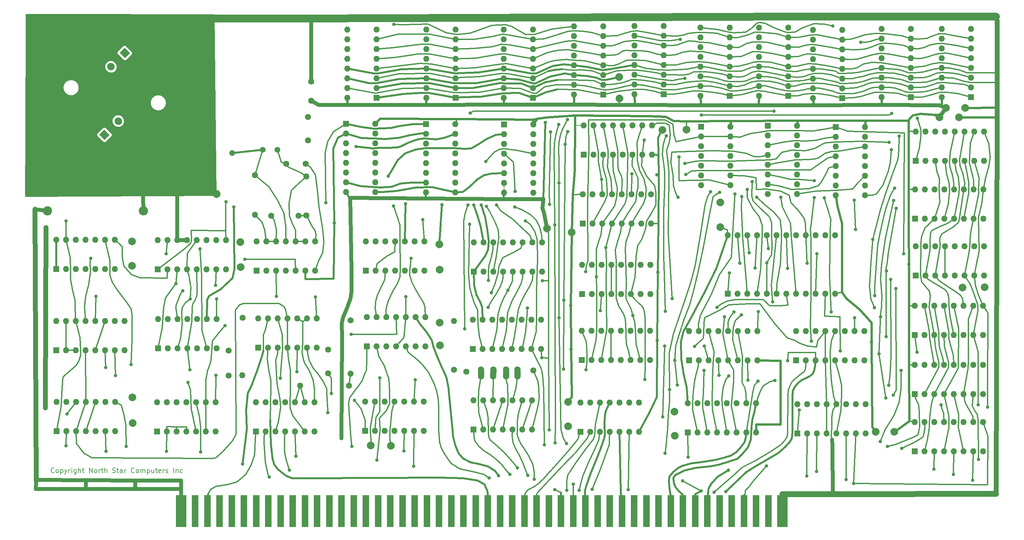
<source format=gtl>
G04 #@! TF.GenerationSoftware,KiCad,Pcbnew,8.0.6*
G04 #@! TF.CreationDate,2025-02-23T10:59:59+00:00*
G04 #@! TF.ProjectId,Northstart Floating point,4e6f7274-6873-4746-9172-7420466c6f61,rev?*
G04 #@! TF.SameCoordinates,Original*
G04 #@! TF.FileFunction,Copper,L1,Top*
G04 #@! TF.FilePolarity,Positive*
%FSLAX46Y46*%
G04 Gerber Fmt 4.6, Leading zero omitted, Abs format (unit mm)*
G04 Created by KiCad (PCBNEW 8.0.6) date 2025-02-23 10:59:59*
%MOMM*%
%LPD*%
G01*
G04 APERTURE LIST*
G04 Aperture macros list*
%AMHorizOval*
0 Thick line with rounded ends*
0 $1 width*
0 $2 $3 position (X,Y) of the first rounded end (center of the circle)*
0 $4 $5 position (X,Y) of the second rounded end (center of the circle)*
0 Add line between two ends*
20,1,$1,$2,$3,$4,$5,0*
0 Add two circle primitives to create the rounded ends*
1,1,$1,$2,$3*
1,1,$1,$4,$5*%
%AMRotRect*
0 Rectangle, with rotation*
0 The origin of the aperture is its center*
0 $1 length*
0 $2 width*
0 $3 Rotation angle, in degrees counterclockwise*
0 Add horizontal line*
21,1,$1,$2,0,0,$3*%
G04 Aperture macros list end*
%ADD10C,0.203200*%
G04 #@! TA.AperFunction,NonConductor*
%ADD11C,0.203200*%
G04 #@! TD*
G04 #@! TA.AperFunction,ComponentPad*
%ADD12C,2.000000*%
G04 #@! TD*
G04 #@! TA.AperFunction,ComponentPad*
%ADD13R,1.600000X1.600000*%
G04 #@! TD*
G04 #@! TA.AperFunction,ComponentPad*
%ADD14O,1.600000X1.600000*%
G04 #@! TD*
G04 #@! TA.AperFunction,ComponentPad*
%ADD15C,2.400000*%
G04 #@! TD*
G04 #@! TA.AperFunction,ComponentPad*
%ADD16O,2.400000X2.400000*%
G04 #@! TD*
G04 #@! TA.AperFunction,ComponentPad*
%ADD17C,1.600000*%
G04 #@! TD*
G04 #@! TA.AperFunction,ConnectorPad*
%ADD18R,2.794000X8.382000*%
G04 #@! TD*
G04 #@! TA.AperFunction,ConnectorPad*
%ADD19R,1.778000X8.382000*%
G04 #@! TD*
G04 #@! TA.AperFunction,ComponentPad*
%ADD20RotRect,1.905000X2.000000X225.000000*%
G04 #@! TD*
G04 #@! TA.AperFunction,ComponentPad*
%ADD21HorizOval,1.905000X-0.033588X0.033588X0.033588X-0.033588X0*%
G04 #@! TD*
G04 #@! TA.AperFunction,ComponentPad*
%ADD22C,1.500000*%
G04 #@! TD*
G04 #@! TA.AperFunction,ComponentPad*
%ADD23RotRect,1.905000X2.000000X45.000000*%
G04 #@! TD*
G04 #@! TA.AperFunction,ViaPad*
%ADD24C,0.889000*%
G04 #@! TD*
G04 #@! TA.AperFunction,ViaPad*
%ADD25C,1.500000*%
G04 #@! TD*
G04 #@! TA.AperFunction,ViaPad*
%ADD26C,1.600000*%
G04 #@! TD*
G04 #@! TA.AperFunction,ViaPad*
%ADD27C,2.000000*%
G04 #@! TD*
G04 #@! TA.AperFunction,ViaPad*
%ADD28C,4.700000*%
G04 #@! TD*
G04 #@! TA.AperFunction,ViaPad*
%ADD29C,2.032000*%
G04 #@! TD*
G04 #@! TA.AperFunction,Conductor*
%ADD30C,0.508000*%
G04 #@! TD*
G04 #@! TA.AperFunction,Conductor*
%ADD31C,0.370000*%
G04 #@! TD*
G04 #@! TA.AperFunction,Conductor*
%ADD32C,1.016000*%
G04 #@! TD*
G04 #@! TA.AperFunction,Conductor*
%ADD33C,0.609600*%
G04 #@! TD*
G04 #@! TA.AperFunction,Conductor*
%ADD34C,1.300000*%
G04 #@! TD*
G04 #@! TA.AperFunction,Conductor*
%ADD35C,0.203200*%
G04 #@! TD*
G04 #@! TA.AperFunction,Conductor*
%ADD36C,1.600000*%
G04 #@! TD*
G04 #@! TA.AperFunction,Conductor*
%ADD37C,1.524000*%
G04 #@! TD*
G04 #@! TA.AperFunction,Conductor*
%ADD38C,2.032000*%
G04 #@! TD*
G04 APERTURE END LIST*
D10*
D11*
X28011779Y-142693056D02*
X27951303Y-142753533D01*
X27951303Y-142753533D02*
X27769874Y-142814009D01*
X27769874Y-142814009D02*
X27648922Y-142814009D01*
X27648922Y-142814009D02*
X27467493Y-142753533D01*
X27467493Y-142753533D02*
X27346541Y-142632580D01*
X27346541Y-142632580D02*
X27286064Y-142511628D01*
X27286064Y-142511628D02*
X27225588Y-142269723D01*
X27225588Y-142269723D02*
X27225588Y-142088294D01*
X27225588Y-142088294D02*
X27286064Y-141846390D01*
X27286064Y-141846390D02*
X27346541Y-141725437D01*
X27346541Y-141725437D02*
X27467493Y-141604485D01*
X27467493Y-141604485D02*
X27648922Y-141544009D01*
X27648922Y-141544009D02*
X27769874Y-141544009D01*
X27769874Y-141544009D02*
X27951303Y-141604485D01*
X27951303Y-141604485D02*
X28011779Y-141664961D01*
X28737493Y-142814009D02*
X28616541Y-142753533D01*
X28616541Y-142753533D02*
X28556064Y-142693056D01*
X28556064Y-142693056D02*
X28495588Y-142572104D01*
X28495588Y-142572104D02*
X28495588Y-142209247D01*
X28495588Y-142209247D02*
X28556064Y-142088294D01*
X28556064Y-142088294D02*
X28616541Y-142027818D01*
X28616541Y-142027818D02*
X28737493Y-141967342D01*
X28737493Y-141967342D02*
X28918922Y-141967342D01*
X28918922Y-141967342D02*
X29039874Y-142027818D01*
X29039874Y-142027818D02*
X29100350Y-142088294D01*
X29100350Y-142088294D02*
X29160826Y-142209247D01*
X29160826Y-142209247D02*
X29160826Y-142572104D01*
X29160826Y-142572104D02*
X29100350Y-142693056D01*
X29100350Y-142693056D02*
X29039874Y-142753533D01*
X29039874Y-142753533D02*
X28918922Y-142814009D01*
X28918922Y-142814009D02*
X28737493Y-142814009D01*
X29705112Y-141967342D02*
X29705112Y-143237342D01*
X29705112Y-142027818D02*
X29826065Y-141967342D01*
X29826065Y-141967342D02*
X30067970Y-141967342D01*
X30067970Y-141967342D02*
X30188922Y-142027818D01*
X30188922Y-142027818D02*
X30249398Y-142088294D01*
X30249398Y-142088294D02*
X30309874Y-142209247D01*
X30309874Y-142209247D02*
X30309874Y-142572104D01*
X30309874Y-142572104D02*
X30249398Y-142693056D01*
X30249398Y-142693056D02*
X30188922Y-142753533D01*
X30188922Y-142753533D02*
X30067970Y-142814009D01*
X30067970Y-142814009D02*
X29826065Y-142814009D01*
X29826065Y-142814009D02*
X29705112Y-142753533D01*
X30733208Y-141967342D02*
X31035589Y-142814009D01*
X31337970Y-141967342D02*
X31035589Y-142814009D01*
X31035589Y-142814009D02*
X30914637Y-143116390D01*
X30914637Y-143116390D02*
X30854160Y-143176866D01*
X30854160Y-143176866D02*
X30733208Y-143237342D01*
X31821779Y-142814009D02*
X31821779Y-141967342D01*
X31821779Y-142209247D02*
X31882256Y-142088294D01*
X31882256Y-142088294D02*
X31942732Y-142027818D01*
X31942732Y-142027818D02*
X32063684Y-141967342D01*
X32063684Y-141967342D02*
X32184637Y-141967342D01*
X32607969Y-142814009D02*
X32607969Y-141967342D01*
X32607969Y-141544009D02*
X32547493Y-141604485D01*
X32547493Y-141604485D02*
X32607969Y-141664961D01*
X32607969Y-141664961D02*
X32668446Y-141604485D01*
X32668446Y-141604485D02*
X32607969Y-141544009D01*
X32607969Y-141544009D02*
X32607969Y-141664961D01*
X33757017Y-141967342D02*
X33757017Y-142995437D01*
X33757017Y-142995437D02*
X33696541Y-143116390D01*
X33696541Y-143116390D02*
X33636065Y-143176866D01*
X33636065Y-143176866D02*
X33515112Y-143237342D01*
X33515112Y-143237342D02*
X33333684Y-143237342D01*
X33333684Y-143237342D02*
X33212731Y-143176866D01*
X33757017Y-142753533D02*
X33636065Y-142814009D01*
X33636065Y-142814009D02*
X33394160Y-142814009D01*
X33394160Y-142814009D02*
X33273208Y-142753533D01*
X33273208Y-142753533D02*
X33212731Y-142693056D01*
X33212731Y-142693056D02*
X33152255Y-142572104D01*
X33152255Y-142572104D02*
X33152255Y-142209247D01*
X33152255Y-142209247D02*
X33212731Y-142088294D01*
X33212731Y-142088294D02*
X33273208Y-142027818D01*
X33273208Y-142027818D02*
X33394160Y-141967342D01*
X33394160Y-141967342D02*
X33636065Y-141967342D01*
X33636065Y-141967342D02*
X33757017Y-142027818D01*
X34361779Y-142814009D02*
X34361779Y-141544009D01*
X34906065Y-142814009D02*
X34906065Y-142148771D01*
X34906065Y-142148771D02*
X34845589Y-142027818D01*
X34845589Y-142027818D02*
X34724637Y-141967342D01*
X34724637Y-141967342D02*
X34543208Y-141967342D01*
X34543208Y-141967342D02*
X34422256Y-142027818D01*
X34422256Y-142027818D02*
X34361779Y-142088294D01*
X35329399Y-141967342D02*
X35813208Y-141967342D01*
X35510827Y-141544009D02*
X35510827Y-142632580D01*
X35510827Y-142632580D02*
X35571304Y-142753533D01*
X35571304Y-142753533D02*
X35692256Y-142814009D01*
X35692256Y-142814009D02*
X35813208Y-142814009D01*
X37204160Y-142814009D02*
X37204160Y-141544009D01*
X37204160Y-141544009D02*
X37929875Y-142814009D01*
X37929875Y-142814009D02*
X37929875Y-141544009D01*
X38716065Y-142814009D02*
X38595113Y-142753533D01*
X38595113Y-142753533D02*
X38534636Y-142693056D01*
X38534636Y-142693056D02*
X38474160Y-142572104D01*
X38474160Y-142572104D02*
X38474160Y-142209247D01*
X38474160Y-142209247D02*
X38534636Y-142088294D01*
X38534636Y-142088294D02*
X38595113Y-142027818D01*
X38595113Y-142027818D02*
X38716065Y-141967342D01*
X38716065Y-141967342D02*
X38897494Y-141967342D01*
X38897494Y-141967342D02*
X39018446Y-142027818D01*
X39018446Y-142027818D02*
X39078922Y-142088294D01*
X39078922Y-142088294D02*
X39139398Y-142209247D01*
X39139398Y-142209247D02*
X39139398Y-142572104D01*
X39139398Y-142572104D02*
X39078922Y-142693056D01*
X39078922Y-142693056D02*
X39018446Y-142753533D01*
X39018446Y-142753533D02*
X38897494Y-142814009D01*
X38897494Y-142814009D02*
X38716065Y-142814009D01*
X39683684Y-142814009D02*
X39683684Y-141967342D01*
X39683684Y-142209247D02*
X39744161Y-142088294D01*
X39744161Y-142088294D02*
X39804637Y-142027818D01*
X39804637Y-142027818D02*
X39925589Y-141967342D01*
X39925589Y-141967342D02*
X40046542Y-141967342D01*
X40288446Y-141967342D02*
X40772255Y-141967342D01*
X40469874Y-141544009D02*
X40469874Y-142632580D01*
X40469874Y-142632580D02*
X40530351Y-142753533D01*
X40530351Y-142753533D02*
X40651303Y-142814009D01*
X40651303Y-142814009D02*
X40772255Y-142814009D01*
X41195588Y-142814009D02*
X41195588Y-141544009D01*
X41739874Y-142814009D02*
X41739874Y-142148771D01*
X41739874Y-142148771D02*
X41679398Y-142027818D01*
X41679398Y-142027818D02*
X41558446Y-141967342D01*
X41558446Y-141967342D02*
X41377017Y-141967342D01*
X41377017Y-141967342D02*
X41256065Y-142027818D01*
X41256065Y-142027818D02*
X41195588Y-142088294D01*
X43251779Y-142753533D02*
X43433208Y-142814009D01*
X43433208Y-142814009D02*
X43735589Y-142814009D01*
X43735589Y-142814009D02*
X43856541Y-142753533D01*
X43856541Y-142753533D02*
X43917017Y-142693056D01*
X43917017Y-142693056D02*
X43977494Y-142572104D01*
X43977494Y-142572104D02*
X43977494Y-142451152D01*
X43977494Y-142451152D02*
X43917017Y-142330199D01*
X43917017Y-142330199D02*
X43856541Y-142269723D01*
X43856541Y-142269723D02*
X43735589Y-142209247D01*
X43735589Y-142209247D02*
X43493684Y-142148771D01*
X43493684Y-142148771D02*
X43372732Y-142088294D01*
X43372732Y-142088294D02*
X43312255Y-142027818D01*
X43312255Y-142027818D02*
X43251779Y-141906866D01*
X43251779Y-141906866D02*
X43251779Y-141785913D01*
X43251779Y-141785913D02*
X43312255Y-141664961D01*
X43312255Y-141664961D02*
X43372732Y-141604485D01*
X43372732Y-141604485D02*
X43493684Y-141544009D01*
X43493684Y-141544009D02*
X43796065Y-141544009D01*
X43796065Y-141544009D02*
X43977494Y-141604485D01*
X44340351Y-141967342D02*
X44824160Y-141967342D01*
X44521779Y-141544009D02*
X44521779Y-142632580D01*
X44521779Y-142632580D02*
X44582256Y-142753533D01*
X44582256Y-142753533D02*
X44703208Y-142814009D01*
X44703208Y-142814009D02*
X44824160Y-142814009D01*
X45791779Y-142814009D02*
X45791779Y-142148771D01*
X45791779Y-142148771D02*
X45731303Y-142027818D01*
X45731303Y-142027818D02*
X45610351Y-141967342D01*
X45610351Y-141967342D02*
X45368446Y-141967342D01*
X45368446Y-141967342D02*
X45247493Y-142027818D01*
X45791779Y-142753533D02*
X45670827Y-142814009D01*
X45670827Y-142814009D02*
X45368446Y-142814009D01*
X45368446Y-142814009D02*
X45247493Y-142753533D01*
X45247493Y-142753533D02*
X45187017Y-142632580D01*
X45187017Y-142632580D02*
X45187017Y-142511628D01*
X45187017Y-142511628D02*
X45247493Y-142390675D01*
X45247493Y-142390675D02*
X45368446Y-142330199D01*
X45368446Y-142330199D02*
X45670827Y-142330199D01*
X45670827Y-142330199D02*
X45791779Y-142269723D01*
X46396541Y-142814009D02*
X46396541Y-141967342D01*
X46396541Y-142209247D02*
X46457018Y-142088294D01*
X46457018Y-142088294D02*
X46517494Y-142027818D01*
X46517494Y-142027818D02*
X46638446Y-141967342D01*
X46638446Y-141967342D02*
X46759399Y-141967342D01*
X48876065Y-142693056D02*
X48815589Y-142753533D01*
X48815589Y-142753533D02*
X48634160Y-142814009D01*
X48634160Y-142814009D02*
X48513208Y-142814009D01*
X48513208Y-142814009D02*
X48331779Y-142753533D01*
X48331779Y-142753533D02*
X48210827Y-142632580D01*
X48210827Y-142632580D02*
X48150350Y-142511628D01*
X48150350Y-142511628D02*
X48089874Y-142269723D01*
X48089874Y-142269723D02*
X48089874Y-142088294D01*
X48089874Y-142088294D02*
X48150350Y-141846390D01*
X48150350Y-141846390D02*
X48210827Y-141725437D01*
X48210827Y-141725437D02*
X48331779Y-141604485D01*
X48331779Y-141604485D02*
X48513208Y-141544009D01*
X48513208Y-141544009D02*
X48634160Y-141544009D01*
X48634160Y-141544009D02*
X48815589Y-141604485D01*
X48815589Y-141604485D02*
X48876065Y-141664961D01*
X49601779Y-142814009D02*
X49480827Y-142753533D01*
X49480827Y-142753533D02*
X49420350Y-142693056D01*
X49420350Y-142693056D02*
X49359874Y-142572104D01*
X49359874Y-142572104D02*
X49359874Y-142209247D01*
X49359874Y-142209247D02*
X49420350Y-142088294D01*
X49420350Y-142088294D02*
X49480827Y-142027818D01*
X49480827Y-142027818D02*
X49601779Y-141967342D01*
X49601779Y-141967342D02*
X49783208Y-141967342D01*
X49783208Y-141967342D02*
X49904160Y-142027818D01*
X49904160Y-142027818D02*
X49964636Y-142088294D01*
X49964636Y-142088294D02*
X50025112Y-142209247D01*
X50025112Y-142209247D02*
X50025112Y-142572104D01*
X50025112Y-142572104D02*
X49964636Y-142693056D01*
X49964636Y-142693056D02*
X49904160Y-142753533D01*
X49904160Y-142753533D02*
X49783208Y-142814009D01*
X49783208Y-142814009D02*
X49601779Y-142814009D01*
X50569398Y-142814009D02*
X50569398Y-141967342D01*
X50569398Y-142088294D02*
X50629875Y-142027818D01*
X50629875Y-142027818D02*
X50750827Y-141967342D01*
X50750827Y-141967342D02*
X50932256Y-141967342D01*
X50932256Y-141967342D02*
X51053208Y-142027818D01*
X51053208Y-142027818D02*
X51113684Y-142148771D01*
X51113684Y-142148771D02*
X51113684Y-142814009D01*
X51113684Y-142148771D02*
X51174160Y-142027818D01*
X51174160Y-142027818D02*
X51295113Y-141967342D01*
X51295113Y-141967342D02*
X51476541Y-141967342D01*
X51476541Y-141967342D02*
X51597494Y-142027818D01*
X51597494Y-142027818D02*
X51657970Y-142148771D01*
X51657970Y-142148771D02*
X51657970Y-142814009D01*
X52262731Y-141967342D02*
X52262731Y-143237342D01*
X52262731Y-142027818D02*
X52383684Y-141967342D01*
X52383684Y-141967342D02*
X52625589Y-141967342D01*
X52625589Y-141967342D02*
X52746541Y-142027818D01*
X52746541Y-142027818D02*
X52807017Y-142088294D01*
X52807017Y-142088294D02*
X52867493Y-142209247D01*
X52867493Y-142209247D02*
X52867493Y-142572104D01*
X52867493Y-142572104D02*
X52807017Y-142693056D01*
X52807017Y-142693056D02*
X52746541Y-142753533D01*
X52746541Y-142753533D02*
X52625589Y-142814009D01*
X52625589Y-142814009D02*
X52383684Y-142814009D01*
X52383684Y-142814009D02*
X52262731Y-142753533D01*
X53956065Y-141967342D02*
X53956065Y-142814009D01*
X53411779Y-141967342D02*
X53411779Y-142632580D01*
X53411779Y-142632580D02*
X53472256Y-142753533D01*
X53472256Y-142753533D02*
X53593208Y-142814009D01*
X53593208Y-142814009D02*
X53774637Y-142814009D01*
X53774637Y-142814009D02*
X53895589Y-142753533D01*
X53895589Y-142753533D02*
X53956065Y-142693056D01*
X54379399Y-141967342D02*
X54863208Y-141967342D01*
X54560827Y-141544009D02*
X54560827Y-142632580D01*
X54560827Y-142632580D02*
X54621304Y-142753533D01*
X54621304Y-142753533D02*
X54742256Y-142814009D01*
X54742256Y-142814009D02*
X54863208Y-142814009D01*
X55770351Y-142753533D02*
X55649399Y-142814009D01*
X55649399Y-142814009D02*
X55407494Y-142814009D01*
X55407494Y-142814009D02*
X55286541Y-142753533D01*
X55286541Y-142753533D02*
X55226065Y-142632580D01*
X55226065Y-142632580D02*
X55226065Y-142148771D01*
X55226065Y-142148771D02*
X55286541Y-142027818D01*
X55286541Y-142027818D02*
X55407494Y-141967342D01*
X55407494Y-141967342D02*
X55649399Y-141967342D01*
X55649399Y-141967342D02*
X55770351Y-142027818D01*
X55770351Y-142027818D02*
X55830827Y-142148771D01*
X55830827Y-142148771D02*
X55830827Y-142269723D01*
X55830827Y-142269723D02*
X55226065Y-142390675D01*
X56375112Y-142814009D02*
X56375112Y-141967342D01*
X56375112Y-142209247D02*
X56435589Y-142088294D01*
X56435589Y-142088294D02*
X56496065Y-142027818D01*
X56496065Y-142027818D02*
X56617017Y-141967342D01*
X56617017Y-141967342D02*
X56737970Y-141967342D01*
X57100826Y-142753533D02*
X57221779Y-142814009D01*
X57221779Y-142814009D02*
X57463683Y-142814009D01*
X57463683Y-142814009D02*
X57584636Y-142753533D01*
X57584636Y-142753533D02*
X57645112Y-142632580D01*
X57645112Y-142632580D02*
X57645112Y-142572104D01*
X57645112Y-142572104D02*
X57584636Y-142451152D01*
X57584636Y-142451152D02*
X57463683Y-142390675D01*
X57463683Y-142390675D02*
X57282255Y-142390675D01*
X57282255Y-142390675D02*
X57161302Y-142330199D01*
X57161302Y-142330199D02*
X57100826Y-142209247D01*
X57100826Y-142209247D02*
X57100826Y-142148771D01*
X57100826Y-142148771D02*
X57161302Y-142027818D01*
X57161302Y-142027818D02*
X57282255Y-141967342D01*
X57282255Y-141967342D02*
X57463683Y-141967342D01*
X57463683Y-141967342D02*
X57584636Y-142027818D01*
X59157016Y-142814009D02*
X59157016Y-141544009D01*
X59761778Y-141967342D02*
X59761778Y-142814009D01*
X59761778Y-142088294D02*
X59822255Y-142027818D01*
X59822255Y-142027818D02*
X59943207Y-141967342D01*
X59943207Y-141967342D02*
X60124636Y-141967342D01*
X60124636Y-141967342D02*
X60245588Y-142027818D01*
X60245588Y-142027818D02*
X60306064Y-142148771D01*
X60306064Y-142148771D02*
X60306064Y-142814009D01*
X61455112Y-142753533D02*
X61334160Y-142814009D01*
X61334160Y-142814009D02*
X61092255Y-142814009D01*
X61092255Y-142814009D02*
X60971303Y-142753533D01*
X60971303Y-142753533D02*
X60910826Y-142693056D01*
X60910826Y-142693056D02*
X60850350Y-142572104D01*
X60850350Y-142572104D02*
X60850350Y-142209247D01*
X60850350Y-142209247D02*
X60910826Y-142088294D01*
X60910826Y-142088294D02*
X60971303Y-142027818D01*
X60971303Y-142027818D02*
X61092255Y-141967342D01*
X61092255Y-141967342D02*
X61334160Y-141967342D01*
X61334160Y-141967342D02*
X61455112Y-142027818D01*
D12*
X246790000Y-132120000D03*
X241960000Y-132140000D03*
D13*
X28620000Y-132000000D03*
D14*
X31160000Y-132000000D03*
X33700000Y-132000000D03*
X36240000Y-132000000D03*
X38780000Y-132000000D03*
X41320000Y-132000000D03*
X43860000Y-132000000D03*
X43860000Y-124380000D03*
X41320000Y-124380000D03*
X38780000Y-124380000D03*
X36240000Y-124380000D03*
X33700000Y-124380000D03*
X31160000Y-124380000D03*
X28620000Y-124380000D03*
D13*
X109040000Y-131900000D03*
D14*
X111580000Y-131900000D03*
X114120000Y-131900000D03*
X116660000Y-131900000D03*
X119200000Y-131900000D03*
X121740000Y-131900000D03*
X124280000Y-131900000D03*
X124280000Y-124280000D03*
X121740000Y-124280000D03*
X119200000Y-124280000D03*
X116660000Y-124280000D03*
X114120000Y-124280000D03*
X111580000Y-124280000D03*
X109040000Y-124280000D03*
D12*
X128430000Y-103710000D03*
X128450000Y-109600000D03*
D13*
X28550000Y-89720000D03*
D14*
X31090000Y-89720000D03*
X33630000Y-89720000D03*
X36170000Y-89720000D03*
X38710000Y-89720000D03*
X41250000Y-89720000D03*
X43790000Y-89720000D03*
X43790000Y-82100000D03*
X41250000Y-82100000D03*
X38710000Y-82100000D03*
X36170000Y-82100000D03*
X33630000Y-82100000D03*
X31090000Y-82100000D03*
X28550000Y-82100000D03*
D13*
X165040000Y-132160000D03*
D14*
X167580000Y-132160000D03*
X170120000Y-132160000D03*
X172660000Y-132160000D03*
X175200000Y-132160000D03*
X177740000Y-132160000D03*
X180280000Y-132160000D03*
X180280000Y-124540000D03*
X177740000Y-124540000D03*
X175200000Y-124540000D03*
X172660000Y-124540000D03*
X170120000Y-124540000D03*
X167580000Y-124540000D03*
X165040000Y-124540000D03*
D12*
X201460000Y-78792500D03*
X201420000Y-72422500D03*
D13*
X251060000Y-44950000D03*
D14*
X251060000Y-42410000D03*
X251060000Y-39870000D03*
X251060000Y-37330000D03*
X251060000Y-34790000D03*
X251060000Y-32250000D03*
X251060000Y-29710000D03*
X251060000Y-27170000D03*
X243440000Y-27170000D03*
X243440000Y-29710000D03*
X243440000Y-32250000D03*
X243440000Y-34790000D03*
X243440000Y-37330000D03*
X243440000Y-39870000D03*
X243440000Y-42410000D03*
X243440000Y-44950000D03*
D12*
X192675000Y-53440000D03*
X186355000Y-53510000D03*
D13*
X132580000Y-45110000D03*
D14*
X132580000Y-42570000D03*
X132580000Y-40030000D03*
X132580000Y-37490000D03*
X132580000Y-34950000D03*
X132580000Y-32410000D03*
X132580000Y-29870000D03*
X132580000Y-27330000D03*
X124960000Y-27330000D03*
X124960000Y-29870000D03*
X124960000Y-32410000D03*
X124960000Y-34950000D03*
X124960000Y-37490000D03*
X124960000Y-40030000D03*
X124960000Y-42570000D03*
X124960000Y-45110000D03*
D13*
X111990000Y-45125000D03*
D14*
X111990000Y-42585000D03*
X111990000Y-40045000D03*
X111990000Y-37505000D03*
X111990000Y-34965000D03*
X111990000Y-32425000D03*
X111990000Y-29885000D03*
X111990000Y-27345000D03*
X104370000Y-27345000D03*
X104370000Y-29885000D03*
X104370000Y-32425000D03*
X104370000Y-34965000D03*
X104370000Y-37505000D03*
X104370000Y-40045000D03*
X104370000Y-42585000D03*
X104370000Y-45125000D03*
D15*
X26250000Y-74610000D03*
D16*
X51250000Y-74610000D03*
D13*
X252090000Y-106910000D03*
D14*
X254630000Y-106910000D03*
X257170000Y-106910000D03*
X259710000Y-106910000D03*
X262250000Y-106910000D03*
X264790000Y-106910000D03*
X267330000Y-106910000D03*
X269870000Y-106910000D03*
X269870000Y-99290000D03*
X267330000Y-99290000D03*
X264790000Y-99290000D03*
X262250000Y-99290000D03*
X259710000Y-99290000D03*
X257170000Y-99290000D03*
X254630000Y-99290000D03*
X252090000Y-99290000D03*
D13*
X233210000Y-45200000D03*
D14*
X233210000Y-42660000D03*
X233210000Y-40120000D03*
X233210000Y-37580000D03*
X233210000Y-35040000D03*
X233210000Y-32500000D03*
X233210000Y-29960000D03*
X233210000Y-27420000D03*
X225590000Y-27420000D03*
X225590000Y-29960000D03*
X225590000Y-32500000D03*
X225590000Y-35040000D03*
X225590000Y-37580000D03*
X225590000Y-40120000D03*
X225590000Y-42660000D03*
X225590000Y-45200000D03*
D17*
X77060000Y-102460000D03*
D14*
X77040000Y-117390000D03*
D17*
X132090000Y-116010000D03*
D14*
X132090000Y-103310000D03*
D13*
X28605000Y-110870000D03*
D14*
X31145000Y-110870000D03*
X33685000Y-110870000D03*
X36225000Y-110870000D03*
X38765000Y-110870000D03*
X41305000Y-110870000D03*
X43845000Y-110870000D03*
X46385000Y-110870000D03*
X46385000Y-103250000D03*
X43845000Y-103250000D03*
X41305000Y-103250000D03*
X38765000Y-103250000D03*
X36225000Y-103250000D03*
X33685000Y-103250000D03*
X31145000Y-103250000D03*
X28605000Y-103250000D03*
D17*
X105180000Y-103130000D03*
D14*
X105210000Y-117020000D03*
D13*
X137070000Y-110600000D03*
D14*
X139610000Y-110600000D03*
X142150000Y-110600000D03*
X144690000Y-110600000D03*
X147230000Y-110600000D03*
X149770000Y-110600000D03*
X152310000Y-110600000D03*
X154850000Y-110600000D03*
X154850000Y-102980000D03*
X152310000Y-102980000D03*
X149770000Y-102980000D03*
X147230000Y-102980000D03*
X144690000Y-102980000D03*
X142150000Y-102980000D03*
X139610000Y-102980000D03*
X137070000Y-102980000D03*
D13*
X193295000Y-113570000D03*
D14*
X195835000Y-113570000D03*
X198375000Y-113570000D03*
X200915000Y-113570000D03*
X203455000Y-113570000D03*
X205995000Y-113570000D03*
X208535000Y-113570000D03*
X211075000Y-113570000D03*
X211075000Y-105950000D03*
X208535000Y-105950000D03*
X205995000Y-105950000D03*
X203455000Y-105950000D03*
X200915000Y-105950000D03*
X198375000Y-105950000D03*
X195835000Y-105950000D03*
X193295000Y-105950000D03*
D17*
X104770000Y-120110000D03*
D14*
X92070000Y-120110000D03*
D12*
X76490000Y-82710000D03*
X76540000Y-89200000D03*
X175210000Y-45330000D03*
X175170000Y-39710000D03*
X128340000Y-83300000D03*
X128390000Y-89890000D03*
D13*
X165450000Y-96240000D03*
D14*
X167990000Y-96240000D03*
X170530000Y-96240000D03*
X173070000Y-96240000D03*
X175610000Y-96240000D03*
X178150000Y-96240000D03*
X180690000Y-96240000D03*
X183230000Y-96240000D03*
X183230000Y-88620000D03*
X180690000Y-88620000D03*
X178150000Y-88620000D03*
X175610000Y-88620000D03*
X173070000Y-88620000D03*
X170530000Y-88620000D03*
X167990000Y-88620000D03*
X165450000Y-88620000D03*
D12*
X258550000Y-50230000D03*
X263620000Y-50180000D03*
X162785000Y-80197500D03*
X156325000Y-79127500D03*
X48340000Y-82520000D03*
X48340000Y-88900000D03*
D13*
X252360000Y-61540000D03*
D14*
X254900000Y-61540000D03*
X257440000Y-61540000D03*
X259980000Y-61540000D03*
X262520000Y-61540000D03*
X265060000Y-61540000D03*
X267600000Y-61540000D03*
X270140000Y-61540000D03*
X270140000Y-53920000D03*
X267600000Y-53920000D03*
X265060000Y-53920000D03*
X262520000Y-53920000D03*
X259980000Y-53920000D03*
X257440000Y-53920000D03*
X254900000Y-53920000D03*
X252360000Y-53920000D03*
D13*
X165650000Y-77910000D03*
D14*
X168190000Y-77910000D03*
X170730000Y-77910000D03*
X173270000Y-77910000D03*
X175810000Y-77910000D03*
X178350000Y-77910000D03*
X180890000Y-77910000D03*
X183430000Y-77910000D03*
X183430000Y-70290000D03*
X180890000Y-70290000D03*
X178350000Y-70290000D03*
X175810000Y-70290000D03*
X173270000Y-70290000D03*
X170730000Y-70290000D03*
X168190000Y-70290000D03*
X165650000Y-70290000D03*
D12*
X264520000Y-94530000D03*
X270270000Y-94490000D03*
X161850000Y-124350000D03*
X161870000Y-130730000D03*
D13*
X252100000Y-137260000D03*
D14*
X254640000Y-137260000D03*
X257180000Y-137260000D03*
X259720000Y-137260000D03*
X262260000Y-137260000D03*
X264800000Y-137260000D03*
X267340000Y-137260000D03*
X269880000Y-137260000D03*
X269880000Y-129640000D03*
X267340000Y-129640000D03*
X264800000Y-129640000D03*
X262260000Y-129640000D03*
X259720000Y-129640000D03*
X257180000Y-129640000D03*
X254640000Y-129640000D03*
X252100000Y-129640000D03*
D13*
X221490000Y-132590000D03*
D14*
X224030000Y-132590000D03*
X226570000Y-132590000D03*
X229110000Y-132590000D03*
X231650000Y-132590000D03*
X234190000Y-132590000D03*
X236730000Y-132590000D03*
X239270000Y-132590000D03*
X239270000Y-124970000D03*
X236730000Y-124970000D03*
X234190000Y-124970000D03*
X231650000Y-124970000D03*
X229110000Y-124970000D03*
X226570000Y-124970000D03*
X224030000Y-124970000D03*
X221490000Y-124970000D03*
D13*
X137315000Y-90380000D03*
D14*
X139855000Y-90380000D03*
X142395000Y-90380000D03*
X144935000Y-90380000D03*
X147475000Y-90380000D03*
X150015000Y-90380000D03*
X152555000Y-90380000D03*
X155095000Y-90380000D03*
X155095000Y-82760000D03*
X152555000Y-82760000D03*
X150015000Y-82760000D03*
X147475000Y-82760000D03*
X144935000Y-82760000D03*
X142395000Y-82760000D03*
X139855000Y-82760000D03*
X137315000Y-82760000D03*
D13*
X109430000Y-109880000D03*
D14*
X111970000Y-109880000D03*
X114510000Y-109880000D03*
X117050000Y-109880000D03*
X119590000Y-109880000D03*
X122130000Y-109880000D03*
X124670000Y-109880000D03*
X124670000Y-102260000D03*
X122130000Y-102260000D03*
X119590000Y-102260000D03*
X117050000Y-102260000D03*
X114510000Y-102260000D03*
X111970000Y-102260000D03*
X109430000Y-102260000D03*
D13*
X266770000Y-44950000D03*
D14*
X266770000Y-42410000D03*
X266770000Y-39870000D03*
X266770000Y-37330000D03*
X266770000Y-34790000D03*
X266770000Y-32250000D03*
X266770000Y-29710000D03*
X266770000Y-27170000D03*
X259150000Y-27170000D03*
X259150000Y-29710000D03*
X259150000Y-32250000D03*
X259150000Y-34790000D03*
X259150000Y-37330000D03*
X259150000Y-39870000D03*
X259150000Y-42410000D03*
X259150000Y-44950000D03*
D12*
X189550000Y-126920000D03*
X189610000Y-133210000D03*
D13*
X165430000Y-113480000D03*
D14*
X167970000Y-113480000D03*
X170510000Y-113480000D03*
X173050000Y-113480000D03*
X175590000Y-113480000D03*
X178130000Y-113480000D03*
X180670000Y-113480000D03*
X183210000Y-113480000D03*
X183210000Y-105860000D03*
X180670000Y-105860000D03*
X178130000Y-105860000D03*
X175590000Y-105860000D03*
X173050000Y-105860000D03*
X170510000Y-105860000D03*
X167970000Y-105860000D03*
X165430000Y-105860000D03*
D13*
X196500000Y-52625000D03*
D14*
X196500000Y-55165000D03*
X196500000Y-57705000D03*
X196500000Y-60245000D03*
X196500000Y-62785000D03*
X196500000Y-65325000D03*
X196500000Y-67865000D03*
X204120000Y-67865000D03*
X204120000Y-65325000D03*
X204120000Y-62785000D03*
X204120000Y-60245000D03*
X204120000Y-57705000D03*
X204120000Y-55165000D03*
X204120000Y-52625000D03*
D17*
X99325000Y-116900000D03*
X99325000Y-110760000D03*
X93680000Y-75740000D03*
D14*
X93690000Y-65630000D03*
D13*
X124810000Y-51950000D03*
D14*
X124810000Y-54490000D03*
X124810000Y-57030000D03*
X124810000Y-59570000D03*
X124810000Y-62110000D03*
X124810000Y-64650000D03*
X124810000Y-67190000D03*
X124810000Y-69730000D03*
X132430000Y-69730000D03*
X132430000Y-67190000D03*
X132430000Y-64650000D03*
X132430000Y-62110000D03*
X132430000Y-59570000D03*
X132430000Y-57030000D03*
X132430000Y-54490000D03*
X132430000Y-51950000D03*
D17*
X94080000Y-50150000D03*
X94070000Y-56250000D03*
D13*
X203910000Y-44585000D03*
D14*
X203910000Y-42045000D03*
X203910000Y-39505000D03*
X203910000Y-36965000D03*
X203910000Y-34425000D03*
X203910000Y-31885000D03*
X203910000Y-29345000D03*
X203910000Y-26805000D03*
X196290000Y-26805000D03*
X196290000Y-29345000D03*
X196290000Y-31885000D03*
X196290000Y-34425000D03*
X196290000Y-36965000D03*
X196290000Y-39505000D03*
X196290000Y-42045000D03*
X196290000Y-44585000D03*
D13*
X193015000Y-132370000D03*
D14*
X195555000Y-132370000D03*
X198095000Y-132370000D03*
X200635000Y-132370000D03*
X203175000Y-132370000D03*
X205715000Y-132370000D03*
X208255000Y-132370000D03*
X210795000Y-132370000D03*
X210795000Y-124750000D03*
X208255000Y-124750000D03*
X205715000Y-124750000D03*
X203175000Y-124750000D03*
X200635000Y-124750000D03*
X198095000Y-124750000D03*
X195555000Y-124750000D03*
X193015000Y-124750000D03*
D13*
X80545000Y-132050000D03*
D14*
X83085000Y-132050000D03*
X85625000Y-132050000D03*
X88165000Y-132050000D03*
X90705000Y-132050000D03*
X93245000Y-132050000D03*
X95785000Y-132050000D03*
X95785000Y-124430000D03*
X93245000Y-124430000D03*
X90705000Y-124430000D03*
X88165000Y-124430000D03*
X85625000Y-124430000D03*
X83085000Y-124430000D03*
X80545000Y-124430000D03*
D12*
X48420000Y-123200000D03*
X48460000Y-129840000D03*
D13*
X252200000Y-76630000D03*
D14*
X254740000Y-76630000D03*
X257280000Y-76630000D03*
X259820000Y-76630000D03*
X262360000Y-76630000D03*
X264900000Y-76630000D03*
X267440000Y-76630000D03*
X269980000Y-76630000D03*
X269980000Y-69010000D03*
X267440000Y-69010000D03*
X264900000Y-69010000D03*
X262360000Y-69010000D03*
X259820000Y-69010000D03*
X257280000Y-69010000D03*
X254740000Y-69010000D03*
X252200000Y-69010000D03*
D17*
X94980000Y-45920000D03*
X94980000Y-40920000D03*
D18*
X61050000Y-152810000D03*
D19*
X64733000Y-152810000D03*
X67908000Y-152810000D03*
X71083000Y-152810000D03*
X74258000Y-152810000D03*
X77433000Y-152810000D03*
X80608000Y-152810000D03*
X83783000Y-152810000D03*
X86958000Y-152810000D03*
X90133000Y-152810000D03*
X93308000Y-152810000D03*
X96483000Y-152810000D03*
X99658000Y-152810000D03*
X102833000Y-152810000D03*
X106008000Y-152810000D03*
X109183000Y-152810000D03*
X112358000Y-152810000D03*
X115533000Y-152810000D03*
X118708000Y-152810000D03*
X121883000Y-152810000D03*
X125058000Y-152810000D03*
X128233000Y-152810000D03*
X131408000Y-152810000D03*
X134583000Y-152810000D03*
X137758000Y-152810000D03*
X140933000Y-152810000D03*
X144108000Y-152810000D03*
X147283000Y-152810000D03*
X150458000Y-152810000D03*
X153633000Y-152810000D03*
X156808000Y-152810000D03*
X159983000Y-152810000D03*
X163158000Y-152810000D03*
X166333000Y-152810000D03*
X169508000Y-152810000D03*
X172683000Y-152810000D03*
X175858000Y-152810000D03*
X179033000Y-152810000D03*
X182208000Y-152810000D03*
X185383000Y-152810000D03*
X188558000Y-152810000D03*
X191733000Y-152810000D03*
X194908000Y-152810000D03*
X198083000Y-152810000D03*
X201258000Y-152810000D03*
X204433000Y-152810000D03*
X207608000Y-152810000D03*
X210783000Y-152810000D03*
X213958000Y-152810000D03*
D18*
X217641000Y-152810000D03*
D13*
X81180000Y-110270000D03*
D14*
X83720000Y-110270000D03*
X86260000Y-110270000D03*
X88800000Y-110270000D03*
X91340000Y-110270000D03*
X93880000Y-110270000D03*
X96420000Y-110270000D03*
X96420000Y-102650000D03*
X93880000Y-102650000D03*
X91340000Y-102650000D03*
X88800000Y-102650000D03*
X86260000Y-102650000D03*
X83720000Y-102650000D03*
X81180000Y-102650000D03*
D13*
X186710000Y-44205000D03*
D14*
X186710000Y-41665000D03*
X186710000Y-39125000D03*
X186710000Y-36585000D03*
X186710000Y-34045000D03*
X186710000Y-31505000D03*
X186710000Y-28965000D03*
X186710000Y-26425000D03*
X179090000Y-26425000D03*
X179090000Y-28965000D03*
X179090000Y-31505000D03*
X179090000Y-34045000D03*
X179090000Y-36585000D03*
X179090000Y-39125000D03*
X179090000Y-41665000D03*
X179090000Y-44205000D03*
D13*
X252075000Y-122340000D03*
D14*
X254615000Y-122340000D03*
X257155000Y-122340000D03*
X259695000Y-122340000D03*
X262235000Y-122340000D03*
X264775000Y-122340000D03*
X267315000Y-122340000D03*
X269855000Y-122340000D03*
X269855000Y-114720000D03*
X267315000Y-114720000D03*
X264775000Y-114720000D03*
X262235000Y-114720000D03*
X259695000Y-114720000D03*
X257155000Y-114720000D03*
X254615000Y-114720000D03*
X252075000Y-114720000D03*
D12*
X260220000Y-47775000D03*
X265240000Y-47765000D03*
D13*
X109195000Y-90200000D03*
D14*
X111735000Y-90200000D03*
X114275000Y-90200000D03*
X116815000Y-90200000D03*
X119355000Y-90200000D03*
X121895000Y-90200000D03*
X124435000Y-90200000D03*
X124435000Y-82580000D03*
X121895000Y-82580000D03*
X119355000Y-82580000D03*
X116815000Y-82580000D03*
X114275000Y-82580000D03*
X111735000Y-82580000D03*
X109195000Y-82580000D03*
D13*
X145130000Y-52060000D03*
D14*
X145130000Y-54600000D03*
X145130000Y-57140000D03*
X145130000Y-59680000D03*
X145130000Y-62220000D03*
X145130000Y-64760000D03*
X145130000Y-67300000D03*
X145130000Y-69840000D03*
X152750000Y-69840000D03*
X152750000Y-67300000D03*
X152750000Y-64760000D03*
X152750000Y-62220000D03*
X152750000Y-59680000D03*
X152750000Y-57140000D03*
X152750000Y-54600000D03*
X152750000Y-52060000D03*
D13*
X54830000Y-132110000D03*
D14*
X57370000Y-132110000D03*
X59910000Y-132110000D03*
X62450000Y-132110000D03*
X64990000Y-132110000D03*
X67530000Y-132110000D03*
X70070000Y-132110000D03*
X70070000Y-124490000D03*
X67530000Y-124490000D03*
X64990000Y-124490000D03*
X62450000Y-124490000D03*
X59910000Y-124490000D03*
X57370000Y-124490000D03*
X54830000Y-124490000D03*
D13*
X171000000Y-44250000D03*
D14*
X171000000Y-41710000D03*
X171000000Y-39170000D03*
X171000000Y-36630000D03*
X171000000Y-34090000D03*
X171000000Y-31550000D03*
X171000000Y-29010000D03*
X171000000Y-26470000D03*
X163380000Y-26470000D03*
X163380000Y-29010000D03*
X163380000Y-31550000D03*
X163380000Y-34090000D03*
X163380000Y-36630000D03*
X163380000Y-39170000D03*
X163380000Y-41710000D03*
X163380000Y-44250000D03*
D13*
X219180000Y-44585000D03*
D14*
X219180000Y-42045000D03*
X219180000Y-39505000D03*
X219180000Y-36965000D03*
X219180000Y-34425000D03*
X219180000Y-31885000D03*
X219180000Y-29345000D03*
X219180000Y-26805000D03*
X211560000Y-26805000D03*
X211560000Y-29345000D03*
X211560000Y-31885000D03*
X211560000Y-34425000D03*
X211560000Y-36965000D03*
X211560000Y-39505000D03*
X211560000Y-42045000D03*
X211560000Y-44585000D03*
D20*
X46407836Y-33435733D03*
D21*
X42638957Y-33343809D03*
X42815734Y-37027835D03*
D17*
X91660000Y-75820000D03*
X84520000Y-75820000D03*
D13*
X152730000Y-45160000D03*
D14*
X152730000Y-42620000D03*
X152730000Y-40080000D03*
X152730000Y-37540000D03*
X152730000Y-35000000D03*
X152730000Y-32460000D03*
X152730000Y-29920000D03*
X152730000Y-27380000D03*
X145110000Y-27380000D03*
X145110000Y-29920000D03*
X145110000Y-32460000D03*
X145110000Y-35000000D03*
X145110000Y-37540000D03*
X145110000Y-40080000D03*
X145110000Y-42620000D03*
X145110000Y-45160000D03*
D13*
X137195000Y-131560000D03*
D14*
X139735000Y-131560000D03*
X142275000Y-131560000D03*
X144815000Y-131560000D03*
X147355000Y-131560000D03*
X149895000Y-131560000D03*
X152435000Y-131560000D03*
X152435000Y-123940000D03*
X149895000Y-123940000D03*
X147355000Y-123940000D03*
X144815000Y-123940000D03*
X142275000Y-123940000D03*
X139735000Y-123940000D03*
X137195000Y-123940000D03*
D17*
X88470000Y-62310000D03*
X93470000Y-62310000D03*
D13*
X252360000Y-91400000D03*
D14*
X254900000Y-91400000D03*
X257440000Y-91400000D03*
X259980000Y-91400000D03*
X262520000Y-91400000D03*
X265060000Y-91400000D03*
X267600000Y-91400000D03*
X270140000Y-91400000D03*
X270140000Y-83780000D03*
X267600000Y-83780000D03*
X265060000Y-83780000D03*
X262520000Y-83780000D03*
X259980000Y-83780000D03*
X257440000Y-83780000D03*
X254900000Y-83780000D03*
X252360000Y-83780000D03*
D17*
X73430000Y-117500000D03*
X73470000Y-110970000D03*
D22*
X86170000Y-58690000D03*
X82370000Y-58690000D03*
D13*
X165910000Y-59980000D03*
D14*
X168450000Y-59980000D03*
X170990000Y-59980000D03*
X173530000Y-59980000D03*
X176070000Y-59980000D03*
X178610000Y-59980000D03*
X181150000Y-59980000D03*
X183690000Y-59980000D03*
X183690000Y-52360000D03*
X181150000Y-52360000D03*
X178610000Y-52360000D03*
X176070000Y-52360000D03*
X173530000Y-52360000D03*
X170990000Y-52360000D03*
X168450000Y-52360000D03*
X165910000Y-52360000D03*
D13*
X231550000Y-52745000D03*
D14*
X231550000Y-55285000D03*
X231550000Y-57825000D03*
X231550000Y-60365000D03*
X231550000Y-62905000D03*
X231550000Y-65445000D03*
X231550000Y-67985000D03*
X231550000Y-70525000D03*
X239170000Y-70525000D03*
X239170000Y-67985000D03*
X239170000Y-65445000D03*
X239170000Y-62905000D03*
X239170000Y-60365000D03*
X239170000Y-57825000D03*
X239170000Y-55285000D03*
X239170000Y-52745000D03*
D17*
X80340000Y-65295000D03*
D14*
X80290000Y-75565000D03*
D13*
X55060000Y-110360000D03*
D14*
X57600000Y-110360000D03*
X60140000Y-110360000D03*
X62680000Y-110360000D03*
X65220000Y-110360000D03*
X67760000Y-110360000D03*
X70300000Y-110360000D03*
X70300000Y-102740000D03*
X67760000Y-102740000D03*
X65220000Y-102740000D03*
X62680000Y-102740000D03*
X60140000Y-102740000D03*
X57600000Y-102740000D03*
X55060000Y-102740000D03*
D13*
X104020000Y-51890000D03*
D14*
X104020000Y-54430000D03*
X104020000Y-56970000D03*
X104020000Y-59510000D03*
X104020000Y-62050000D03*
X104020000Y-64590000D03*
X104020000Y-67130000D03*
X104020000Y-69670000D03*
X111640000Y-69670000D03*
X111640000Y-67130000D03*
X111640000Y-64590000D03*
X111640000Y-62050000D03*
X111640000Y-59510000D03*
X111640000Y-56970000D03*
X111640000Y-54430000D03*
X111640000Y-51890000D03*
D13*
X54950000Y-89820000D03*
D14*
X57490000Y-89820000D03*
X60030000Y-89820000D03*
X62570000Y-89820000D03*
X65110000Y-89820000D03*
X67650000Y-89820000D03*
X70190000Y-89820000D03*
X72730000Y-89820000D03*
X72730000Y-82200000D03*
X70190000Y-82200000D03*
X67650000Y-82200000D03*
X65110000Y-82200000D03*
X62570000Y-82200000D03*
X60030000Y-82200000D03*
X57490000Y-82200000D03*
X54950000Y-82200000D03*
D23*
X41138415Y-54780517D03*
D21*
X45381056Y-55431055D03*
X44730517Y-51188415D03*
D13*
X80735000Y-90200000D03*
D14*
X83275000Y-90200000D03*
X85815000Y-90200000D03*
X88355000Y-90200000D03*
X90895000Y-90200000D03*
X93435000Y-90200000D03*
X95975000Y-90200000D03*
X95975000Y-82580000D03*
X93435000Y-82580000D03*
X90895000Y-82580000D03*
X88355000Y-82580000D03*
X85815000Y-82580000D03*
X83275000Y-82580000D03*
X80735000Y-82580000D03*
D13*
X203435000Y-96185000D03*
D14*
X205975000Y-96185000D03*
X208515000Y-96185000D03*
X211055000Y-96185000D03*
X213595000Y-96185000D03*
X216135000Y-96185000D03*
X218675000Y-96185000D03*
X221215000Y-96185000D03*
X223755000Y-96185000D03*
X226295000Y-96185000D03*
X228835000Y-96185000D03*
X231375000Y-96185000D03*
X231375000Y-80945000D03*
X228835000Y-80945000D03*
X226295000Y-80945000D03*
X223755000Y-80945000D03*
X221215000Y-80945000D03*
X218675000Y-80945000D03*
X216135000Y-80945000D03*
X213595000Y-80945000D03*
X211055000Y-80945000D03*
X208515000Y-80945000D03*
X205975000Y-80945000D03*
X203435000Y-80945000D03*
D13*
X221190000Y-113510000D03*
D14*
X223730000Y-113510000D03*
X226270000Y-113510000D03*
X228810000Y-113510000D03*
X231350000Y-113510000D03*
X233890000Y-113510000D03*
X236430000Y-113510000D03*
X238970000Y-113510000D03*
X238970000Y-105890000D03*
X236430000Y-105890000D03*
X233890000Y-105890000D03*
X231350000Y-105890000D03*
X228810000Y-105890000D03*
X226270000Y-105890000D03*
X223730000Y-105890000D03*
X221190000Y-105890000D03*
D13*
X213840000Y-52445000D03*
D14*
X213840000Y-54985000D03*
X213840000Y-57525000D03*
X213840000Y-60065000D03*
X213840000Y-62605000D03*
X213840000Y-65145000D03*
X213840000Y-67685000D03*
X213840000Y-70225000D03*
X221460000Y-70225000D03*
X221460000Y-67685000D03*
X221460000Y-65145000D03*
X221460000Y-62605000D03*
X221460000Y-60065000D03*
X221460000Y-57525000D03*
X221460000Y-54985000D03*
X221460000Y-52445000D03*
D24*
X77050000Y-140550000D03*
X203560000Y-142160000D03*
X186950000Y-109780000D03*
X31390000Y-127490000D03*
X186470000Y-128290000D03*
X194750000Y-109900000D03*
X99240000Y-127200000D03*
X112840000Y-118130000D03*
X91220000Y-116470000D03*
X119590000Y-96960000D03*
X96070000Y-96990000D03*
X106220000Y-123930000D03*
X86950000Y-118200000D03*
X177500000Y-147240000D03*
X161540000Y-147410000D03*
X164740000Y-147400000D03*
X122060000Y-118620000D03*
X168090000Y-147170000D03*
X210920000Y-71020000D03*
X70030000Y-93970000D03*
X249220000Y-85760000D03*
X59710000Y-93560000D03*
X166390000Y-90410000D03*
X205280000Y-70190000D03*
X192270000Y-40010000D03*
X246110000Y-49160000D03*
X196540000Y-49570000D03*
X238020000Y-30660000D03*
X190670000Y-60540000D03*
X140400000Y-61690000D03*
X224050000Y-88210000D03*
X140600000Y-73380000D03*
X157020000Y-72870000D03*
X31080000Y-77190000D03*
X157290000Y-54050000D03*
X25830000Y-78940000D03*
X25790000Y-100080000D03*
X162615611Y-110660000D03*
X25690000Y-125880000D03*
X250530000Y-88450000D03*
X162510000Y-99230000D03*
X128990000Y-72960000D03*
X201260000Y-69750000D03*
X190320000Y-120000000D03*
X48030000Y-114670000D03*
X189630000Y-113570000D03*
X137310000Y-73020000D03*
X115020000Y-65520000D03*
X74810000Y-73540000D03*
X147980000Y-73570000D03*
X148050000Y-69470000D03*
X143200000Y-73020000D03*
X139270000Y-73090000D03*
X252800000Y-50490000D03*
X210490000Y-89510000D03*
X66030000Y-84450000D03*
X63460000Y-97520000D03*
X38890000Y-96830000D03*
X85850000Y-96860000D03*
X215080000Y-98300000D03*
X143750000Y-143580000D03*
X151300000Y-143510000D03*
X236420000Y-102470000D03*
X206990000Y-101640000D03*
X197330000Y-109790000D03*
X202580000Y-102220000D03*
X166490000Y-116010000D03*
X206500000Y-88230000D03*
X217250000Y-71020000D03*
X84060000Y-143950000D03*
X153020000Y-144550000D03*
X163160000Y-145820000D03*
X213520000Y-141090000D03*
X90990000Y-138470000D03*
X148660000Y-141550000D03*
X146710000Y-143220000D03*
X158390000Y-147270000D03*
X214010000Y-84380000D03*
X141260000Y-144160000D03*
X160700000Y-97880000D03*
X161080000Y-57220000D03*
X201090000Y-117440000D03*
X161760000Y-53930000D03*
X160680000Y-115780000D03*
X211350000Y-100840000D03*
X188960000Y-97440000D03*
X191090000Y-29890000D03*
X181780000Y-118510000D03*
X181670000Y-56160000D03*
X208700000Y-118730000D03*
X187130000Y-100790000D03*
X170220000Y-100570000D03*
X204990000Y-100900000D03*
X187440000Y-55050000D03*
X37520000Y-86940000D03*
X98800000Y-72510000D03*
X72740000Y-72210000D03*
X236320000Y-71830000D03*
X236690000Y-79430000D03*
X245980000Y-58650000D03*
X192490000Y-65070000D03*
X228590000Y-71170000D03*
X230320000Y-100920000D03*
X77680000Y-87230000D03*
X203810000Y-90780000D03*
X136160000Y-78060000D03*
X245380000Y-56750000D03*
X100980000Y-77710000D03*
X192200000Y-62250000D03*
D25*
X74400000Y-59480000D03*
D24*
X120930000Y-86910000D03*
X208990000Y-85540000D03*
X72520000Y-104480000D03*
X105550000Y-135960000D03*
X46770000Y-135960000D03*
X41530000Y-137230000D03*
X112050000Y-139520000D03*
X219030000Y-89560000D03*
X159460000Y-102420000D03*
X161710000Y-50830000D03*
X248560000Y-116140000D03*
X161420000Y-135190000D03*
X243130000Y-134710000D03*
X159500000Y-67340000D03*
X158360000Y-78250000D03*
X244940000Y-135960000D03*
X159350000Y-52030000D03*
X158430000Y-135080000D03*
X116420000Y-26010000D03*
X116340000Y-73280000D03*
X119090000Y-137170000D03*
X66190000Y-137370000D03*
X31110000Y-135780000D03*
X57260000Y-137210000D03*
X70310000Y-97520000D03*
X200640000Y-99710000D03*
X119500000Y-72710000D03*
X106630000Y-57820000D03*
X225210000Y-108540000D03*
X225930000Y-66700000D03*
X225930000Y-71080000D03*
X190470000Y-71060000D03*
X136340000Y-49140000D03*
X215410000Y-48580000D03*
X135770000Y-73100000D03*
X134950000Y-105360000D03*
X89240000Y-142110000D03*
X246530000Y-122620000D03*
X247160000Y-94810000D03*
X258909624Y-125130000D03*
X268630000Y-125130000D03*
X271070000Y-125750000D03*
X245850000Y-92470000D03*
X245360000Y-120060000D03*
X61530000Y-95450000D03*
X141860000Y-95950000D03*
X36260000Y-145900000D03*
X61060000Y-145980000D03*
X23100000Y-73870000D03*
X49150000Y-145990000D03*
X105380000Y-106750000D03*
X215720000Y-118760000D03*
X199850000Y-147870000D03*
X203700000Y-117580000D03*
X223980000Y-143650000D03*
X262180000Y-143270000D03*
X211270000Y-118920000D03*
X202860000Y-147760000D03*
X218950000Y-113620000D03*
X197210000Y-116130000D03*
X267170000Y-144780000D03*
X234210000Y-144600000D03*
X196480000Y-147570000D03*
X236140000Y-145610000D03*
X121630000Y-141130000D03*
X191640000Y-144960000D03*
X226550000Y-142470000D03*
X257050000Y-141880000D03*
X178420000Y-64950000D03*
X178710000Y-101840000D03*
X151230000Y-99880000D03*
X241590000Y-99820000D03*
X141030000Y-99740000D03*
X247990000Y-55120000D03*
X241150000Y-82050000D03*
X170590000Y-66370000D03*
X232710000Y-111090000D03*
X246570000Y-71900000D03*
X243200000Y-102180000D03*
X242760000Y-111810000D03*
X244550000Y-123330000D03*
X169230000Y-91780000D03*
X247230000Y-73930000D03*
X244670000Y-107310000D03*
X244720000Y-90290000D03*
X146140000Y-95250000D03*
X241700000Y-96720000D03*
X226640000Y-85770000D03*
X246830000Y-68680000D03*
X171630000Y-84170000D03*
X222060000Y-126490000D03*
X268660000Y-139330000D03*
X155680000Y-135570000D03*
X124020000Y-76870000D03*
X150760000Y-77180000D03*
X193050000Y-138780000D03*
D26*
X135330000Y-116460000D03*
D24*
X57210000Y-85770000D03*
X63350000Y-115980000D03*
X252650000Y-111380000D03*
X198950000Y-69570000D03*
X188290000Y-121140000D03*
X187050000Y-137760000D03*
X248740000Y-136490000D03*
X208490000Y-69030000D03*
X207040000Y-70870000D03*
X213550000Y-88160000D03*
X209770000Y-66980000D03*
X230760000Y-26370000D03*
D26*
X145630000Y-117700000D03*
X145640000Y-115880000D03*
X142330000Y-115890000D03*
X142320000Y-117710000D03*
X139160000Y-115890000D03*
X139150000Y-117710000D03*
X148600000Y-115880000D03*
X148590000Y-117700000D03*
D27*
X110460000Y-135700000D03*
D28*
X63000000Y-64460000D03*
D24*
X230600000Y-134220000D03*
D28*
X63000000Y-26360000D03*
D24*
X185069690Y-108410000D03*
X240800000Y-108790000D03*
X105420000Y-92470000D03*
D29*
X70330000Y-70150000D03*
D26*
X152750000Y-116190000D03*
D24*
X185239089Y-90620000D03*
X184940000Y-65220000D03*
D27*
X115730000Y-135760000D03*
D24*
X154980000Y-112890000D03*
D28*
X24900000Y-64460000D03*
D24*
X155110000Y-92780000D03*
X155910000Y-51590000D03*
X102810000Y-133846311D03*
X156920000Y-131640000D03*
X141110000Y-92711596D03*
D28*
X24900000Y-26360000D03*
D24*
X100170000Y-122140000D03*
X62870000Y-119330000D03*
X44010000Y-117530000D03*
X70130000Y-117430000D03*
X41480000Y-115400000D03*
D30*
X200670000Y-143970000D02*
X202880000Y-142540000D01*
X78030000Y-126520000D02*
X78440000Y-122110000D01*
X198210000Y-148570000D02*
X198400000Y-146860000D01*
X79340000Y-120190000D02*
X80850000Y-116400000D01*
D31*
X83060000Y-105330000D02*
X83720000Y-102650000D01*
D30*
X78440000Y-122110000D02*
X79340000Y-120190000D01*
X198083000Y-152810000D02*
X198210000Y-148570000D01*
X199140000Y-145610000D02*
X200670000Y-143970000D01*
X78160000Y-131480000D02*
X78030000Y-126520000D01*
X82090000Y-112610000D02*
X82380000Y-111440000D01*
X198400000Y-146860000D02*
X199140000Y-145610000D01*
X202880000Y-142540000D02*
X203560000Y-142160000D01*
D31*
X82480000Y-110980000D02*
X82510000Y-106960000D01*
D30*
X82380000Y-111440000D02*
X82480000Y-110980000D01*
X80850000Y-116400000D02*
X82090000Y-112610000D01*
D31*
X82510000Y-106960000D02*
X83060000Y-105330000D01*
D30*
X77050000Y-140550000D02*
X78160000Y-131480000D01*
D31*
X229110000Y-124970000D02*
X229110000Y-132590000D01*
X186470000Y-128290000D02*
X186950000Y-109780000D01*
X203790000Y-99060000D02*
X208790000Y-98770000D01*
X98090000Y-119030000D02*
X99000000Y-120950000D01*
X95460000Y-115600000D02*
X96700000Y-117110000D01*
X94090000Y-112180000D02*
X94450000Y-113600000D01*
X94450000Y-113600000D02*
X95460000Y-115600000D01*
X211770000Y-98830000D02*
X215760000Y-104120000D01*
X215760000Y-104120000D02*
X218890000Y-107650000D01*
X226550000Y-110050000D02*
X226850000Y-108330000D01*
X224140000Y-109840000D02*
X226550000Y-110050000D01*
X197050000Y-107800000D02*
X197130000Y-106380000D01*
X222050000Y-109070000D02*
X224140000Y-109840000D01*
X96700000Y-117110000D02*
X98090000Y-119030000D01*
X194750000Y-109900000D02*
X197050000Y-107800000D01*
X99240000Y-126560000D02*
X99240000Y-127200000D01*
X226850000Y-108330000D02*
X228810000Y-105890000D01*
X220760000Y-108280000D02*
X222050000Y-109070000D01*
X208790000Y-98770000D02*
X211770000Y-98830000D01*
X197200000Y-103590000D02*
X197360000Y-102480000D01*
X197130000Y-106380000D02*
X197200000Y-103590000D01*
X197360000Y-102480000D02*
X201570000Y-100330000D01*
X93880000Y-110270000D02*
X94090000Y-112180000D01*
X99050000Y-122150000D02*
X99240000Y-126560000D01*
X218890000Y-107650000D02*
X220760000Y-108280000D01*
X229110000Y-124970000D02*
X228810000Y-113510000D01*
X99000000Y-120950000D02*
X99050000Y-122150000D01*
X31390000Y-127490000D02*
X33700000Y-124380000D01*
X201570000Y-100330000D02*
X203790000Y-99060000D01*
X228810000Y-113510000D02*
X228810000Y-105890000D01*
X111820000Y-128470000D02*
X111580000Y-131900000D01*
X112840000Y-118130000D02*
X112850000Y-126910000D01*
X112850000Y-126910000D02*
X111820000Y-128470000D01*
X91340000Y-110270000D02*
X91220000Y-116470000D01*
X86400000Y-129600000D02*
X85625000Y-132050000D01*
X86260000Y-110270000D02*
X86270000Y-111760000D01*
X86970000Y-125810000D02*
X86400000Y-129600000D01*
X86100000Y-119660000D02*
X86840000Y-123670000D01*
X86840000Y-123670000D02*
X86970000Y-125810000D01*
X85880000Y-116820000D02*
X86100000Y-119660000D01*
X85700000Y-113460000D02*
X85880000Y-116820000D01*
X86270000Y-111760000D02*
X85700000Y-113460000D01*
X117050000Y-109880000D02*
X119110000Y-107620000D01*
X119110000Y-107620000D02*
X119590000Y-102260000D01*
X96070000Y-96990000D02*
X96420000Y-102650000D01*
X119590000Y-102260000D02*
X119590000Y-96960000D01*
D30*
X134580000Y-144300000D02*
X128580000Y-144090000D01*
X140933000Y-152810000D02*
X140910000Y-148440000D01*
X89980000Y-144280000D02*
X88340000Y-143620000D01*
D31*
X84480000Y-118830000D02*
X84480000Y-121360000D01*
D30*
X86230000Y-141900000D02*
X85310000Y-140590000D01*
X128580000Y-144090000D02*
X94400000Y-144280000D01*
D31*
X83720000Y-110270000D02*
X83520000Y-113200000D01*
D30*
X84450000Y-135310000D02*
X84250000Y-128990000D01*
X140050000Y-145860000D02*
X138310000Y-144870000D01*
X94400000Y-144280000D02*
X89980000Y-144280000D01*
X138310000Y-144870000D02*
X134580000Y-144300000D01*
D31*
X83520000Y-113200000D02*
X83830000Y-115860000D01*
D30*
X140910000Y-148440000D02*
X140870000Y-147640000D01*
X85310000Y-140590000D02*
X84910000Y-139140000D01*
X88340000Y-143620000D02*
X86230000Y-141900000D01*
D31*
X84390000Y-124370000D02*
X84250000Y-128990000D01*
D30*
X140870000Y-147640000D02*
X140050000Y-145860000D01*
D31*
X84480000Y-121360000D02*
X84390000Y-124370000D01*
D30*
X84910000Y-139140000D02*
X84450000Y-135310000D01*
D31*
X83830000Y-115860000D02*
X84480000Y-118830000D01*
X92730000Y-108850000D02*
X92770000Y-103450000D01*
X92560000Y-111570000D02*
X92730000Y-108850000D01*
X94480000Y-116170000D02*
X93260000Y-114330000D01*
X95490000Y-118710000D02*
X94480000Y-116170000D01*
X91340000Y-102650000D02*
X92770000Y-103450000D01*
X92770000Y-103450000D02*
X93880000Y-102650000D01*
X95760000Y-120950000D02*
X95490000Y-118710000D01*
X95785000Y-124430000D02*
X95760000Y-120950000D01*
X93260000Y-114330000D02*
X92950000Y-113280000D01*
X92950000Y-113280000D02*
X92560000Y-111570000D01*
X87410000Y-106860000D02*
X86260000Y-102650000D01*
X108990000Y-129160000D02*
X109040000Y-131900000D01*
X87180000Y-114620000D02*
X87490000Y-110740000D01*
X86950000Y-118200000D02*
X87180000Y-114620000D01*
X87490000Y-110740000D02*
X87410000Y-106860000D01*
X106220000Y-123930000D02*
X107950000Y-126240000D01*
X107950000Y-126240000D02*
X108990000Y-129160000D01*
X177740000Y-132160000D02*
X177500000Y-147240000D01*
X168980000Y-130200000D02*
X168900000Y-131420000D01*
X163840000Y-140180000D02*
X161720000Y-143410000D01*
X168810000Y-133070000D02*
X168380000Y-134190000D01*
X166210000Y-136900000D02*
X163840000Y-140180000D01*
X161480000Y-144860000D02*
X161540000Y-147410000D01*
X168900000Y-131420000D02*
X168810000Y-133070000D01*
X170120000Y-124540000D02*
X168980000Y-130200000D01*
X161720000Y-143410000D02*
X161480000Y-144860000D01*
X168380000Y-134190000D02*
X167580000Y-135120000D01*
X167580000Y-135120000D02*
X166210000Y-136900000D01*
X164740000Y-147400000D02*
X165170000Y-145660000D01*
X167150000Y-140090000D02*
X168490000Y-137200000D01*
X165730000Y-143490000D02*
X167150000Y-140090000D01*
X165170000Y-145660000D02*
X165730000Y-143490000D01*
X168490000Y-137200000D02*
X169760000Y-134350000D01*
X169760000Y-134350000D02*
X170120000Y-132160000D01*
X153860000Y-148030000D02*
X155230000Y-146520000D01*
X160180000Y-141320000D02*
X163830000Y-137500000D01*
X163830000Y-137500000D02*
X165480000Y-135500000D01*
X167200000Y-133110000D02*
X167580000Y-132160000D01*
X155230000Y-146520000D02*
X160180000Y-141320000D01*
X153633000Y-152810000D02*
X153610000Y-148620000D01*
X166810000Y-133880000D02*
X167200000Y-133110000D01*
X153610000Y-148620000D02*
X153860000Y-148030000D01*
X165480000Y-135500000D02*
X166810000Y-133880000D01*
X122060000Y-118620000D02*
X121740000Y-124280000D01*
X168450000Y-146340000D02*
X168090000Y-147170000D01*
X172660000Y-132160000D02*
X172630000Y-134260000D01*
X171790000Y-137540000D02*
X170030000Y-142380000D01*
X170030000Y-142380000D02*
X168450000Y-146340000D01*
X172630000Y-134260000D02*
X172550000Y-135350000D01*
X172550000Y-135350000D02*
X171790000Y-137540000D01*
D30*
X171410000Y-133070000D02*
X171350000Y-130010000D01*
X169000000Y-139790000D02*
X170310000Y-136590000D01*
X170310000Y-136590000D02*
X171080000Y-134390000D01*
X166470000Y-146490000D02*
X167720000Y-143090000D01*
X171350000Y-130010000D02*
X171390000Y-127990000D01*
X171660000Y-126770000D02*
X172660000Y-124540000D01*
X167720000Y-143090000D02*
X169000000Y-139790000D01*
X166210000Y-148100000D02*
X166200000Y-147500000D01*
X166200000Y-147500000D02*
X166470000Y-146490000D01*
X171080000Y-134390000D02*
X171410000Y-133070000D01*
X171390000Y-127990000D02*
X171660000Y-126770000D01*
X166333000Y-152810000D02*
X166210000Y-148100000D01*
D31*
X164740000Y-133040000D02*
X165040000Y-132160000D01*
X154050000Y-145690000D02*
X155420000Y-144410000D01*
X150720000Y-148070000D02*
X151450000Y-147260000D01*
X164490000Y-133950000D02*
X164740000Y-133040000D01*
X159300000Y-140130000D02*
X161690000Y-137390000D01*
X161690000Y-137390000D02*
X163790000Y-134870000D01*
X155420000Y-144410000D02*
X156700000Y-142980000D01*
X150458000Y-152810000D02*
X150550000Y-148600000D01*
X151450000Y-147260000D02*
X152840000Y-146530000D01*
X163790000Y-134870000D02*
X164490000Y-133950000D01*
X156700000Y-142980000D02*
X159300000Y-140130000D01*
X150550000Y-148600000D02*
X150720000Y-148070000D01*
X152840000Y-146530000D02*
X154050000Y-145690000D01*
D30*
X175530000Y-147720000D02*
X175200000Y-132160000D01*
X175530000Y-147720000D02*
X175858000Y-152810000D01*
D31*
X263330000Y-44060000D02*
X266770000Y-44950000D01*
X203910000Y-44585000D02*
X207240000Y-44290000D01*
X226860000Y-44010000D02*
X229910000Y-44420000D01*
X238040000Y-44800000D02*
X240250000Y-44100000D01*
X258690000Y-43660000D02*
X260360000Y-43660000D01*
X159060000Y-42920000D02*
X164260000Y-43000000D01*
X223200000Y-44160000D02*
X224820000Y-43990000D01*
X207240000Y-44290000D02*
X209630000Y-43560000D01*
D30*
X156060000Y-43650000D02*
X159060000Y-42920000D01*
D31*
X201720000Y-44050000D02*
X203910000Y-44585000D01*
D30*
X119120000Y-44090000D02*
X111990000Y-45125000D01*
D31*
X177830000Y-43110000D02*
X174870000Y-43430000D01*
X164260000Y-43000000D02*
X171000000Y-44250000D01*
X189060000Y-44180000D02*
X191070000Y-43960000D01*
X184450000Y-43440000D02*
X186710000Y-44205000D01*
X219180000Y-44585000D02*
X221580000Y-44630000D01*
X186710000Y-44205000D02*
X189060000Y-44180000D01*
X199440000Y-43670000D02*
X201720000Y-44050000D01*
X243690000Y-43690000D02*
X247640000Y-43930000D01*
X221580000Y-44630000D02*
X223200000Y-44160000D01*
X177830000Y-43110000D02*
X179450000Y-42920000D01*
X191070000Y-43960000D02*
X194320000Y-43340000D01*
X194320000Y-43340000D02*
X196260000Y-43340000D01*
D30*
X132580000Y-45110000D02*
X128500000Y-44380000D01*
X125530000Y-43830000D02*
X123500000Y-43890000D01*
D31*
X179450000Y-42920000D02*
X181560000Y-42920000D01*
D30*
X128500000Y-44380000D02*
X125530000Y-43830000D01*
D31*
X251060000Y-44950000D02*
X254040000Y-44920000D01*
X213000000Y-43390000D02*
X219180000Y-44585000D01*
X229910000Y-44420000D02*
X233210000Y-45200000D01*
X211170000Y-43300000D02*
X213000000Y-43390000D01*
D30*
X134180000Y-44950000D02*
X132580000Y-45110000D01*
X144990000Y-43900000D02*
X149040000Y-43840000D01*
D31*
X255710000Y-44560000D02*
X258690000Y-43660000D01*
D30*
X149040000Y-43840000D02*
X152730000Y-45160000D01*
D31*
X241710000Y-43690000D02*
X243690000Y-43690000D01*
D30*
X139000000Y-44840000D02*
X144990000Y-43900000D01*
D31*
X247640000Y-43930000D02*
X251060000Y-44950000D01*
D30*
X134180000Y-44950000D02*
X139000000Y-44840000D01*
D31*
X209630000Y-43560000D02*
X211170000Y-43300000D01*
X240250000Y-44100000D02*
X241710000Y-43690000D01*
X224820000Y-43990000D02*
X226860000Y-44010000D01*
X254040000Y-44920000D02*
X255710000Y-44560000D01*
X172890000Y-43890000D02*
X171000000Y-44250000D01*
X260360000Y-43660000D02*
X263330000Y-44060000D01*
X181560000Y-42920000D02*
X184450000Y-43440000D01*
X235940000Y-45150000D02*
X238040000Y-44800000D01*
D30*
X123500000Y-43890000D02*
X119120000Y-44090000D01*
D31*
X174870000Y-43430000D02*
X172890000Y-43890000D01*
X233210000Y-45200000D02*
X235940000Y-45150000D01*
D30*
X152730000Y-45160000D02*
X156060000Y-43650000D01*
D31*
X196260000Y-43340000D02*
X199440000Y-43670000D01*
X142320000Y-29080000D02*
X144850000Y-28560000D01*
X152730000Y-29920000D02*
X155370000Y-29820000D01*
X241640000Y-28350000D02*
X244550000Y-28470000D01*
X259810000Y-28470000D02*
X262450000Y-28930000D01*
X221800000Y-29390000D02*
X223160000Y-29110000D01*
X210460000Y-28000000D02*
X211780000Y-28000000D01*
X193100000Y-28390000D02*
X195220000Y-28090000D01*
X258380000Y-28470000D02*
X259810000Y-28470000D01*
X239130000Y-28660000D02*
X241640000Y-28350000D01*
X224820000Y-28740000D02*
X226680000Y-28710000D01*
X182870000Y-28220000D02*
X186710000Y-28965000D01*
X248730000Y-28970000D02*
X251060000Y-29710000D01*
X205890000Y-29420000D02*
X208500000Y-28810000D01*
X117680000Y-28560000D02*
X125700000Y-28530000D01*
X256670000Y-29010000D02*
X258380000Y-28470000D01*
X137360000Y-29840000D02*
X142320000Y-29080000D01*
X155370000Y-29820000D02*
X157980000Y-29010000D01*
X125700000Y-28530000D02*
X132580000Y-29870000D01*
X235370000Y-29860000D02*
X236880000Y-29480000D01*
X191870000Y-28810000D02*
X193100000Y-28390000D01*
X197340000Y-28090000D02*
X200440000Y-28300000D01*
X216250000Y-28470000D02*
X219180000Y-29345000D01*
X111990000Y-29885000D02*
X117680000Y-28560000D01*
X190080000Y-29020000D02*
X191870000Y-28810000D01*
X203910000Y-29345000D02*
X205890000Y-29420000D01*
X244550000Y-28470000D02*
X248730000Y-28970000D01*
X165610000Y-27800000D02*
X167980000Y-28110000D01*
X208500000Y-28810000D02*
X210460000Y-28000000D01*
X255320000Y-29630000D02*
X256670000Y-29010000D01*
X146000000Y-28710000D02*
X152730000Y-29920000D01*
X179940000Y-27710000D02*
X182870000Y-28220000D01*
X171000000Y-29010000D02*
X174590000Y-28980000D01*
X233210000Y-29960000D02*
X235370000Y-29860000D01*
X167980000Y-28110000D02*
X171000000Y-29010000D01*
X157980000Y-29010000D02*
X161910000Y-27780000D01*
X186710000Y-28965000D02*
X190080000Y-29020000D01*
X178500000Y-27790000D02*
X179940000Y-27710000D01*
X262450000Y-28930000D02*
X266770000Y-29710000D01*
X253230000Y-29820000D02*
X255320000Y-29630000D01*
X200440000Y-28300000D02*
X203910000Y-29345000D01*
X161910000Y-27780000D02*
X163470000Y-27700000D01*
X211780000Y-28000000D02*
X216250000Y-28470000D01*
X236880000Y-29480000D02*
X239130000Y-28660000D01*
X195220000Y-28090000D02*
X197340000Y-28090000D01*
X251060000Y-29710000D02*
X253230000Y-29820000D01*
X174590000Y-28980000D02*
X176080000Y-28430000D01*
X144850000Y-28560000D02*
X146000000Y-28710000D01*
X219180000Y-29345000D02*
X221800000Y-29390000D01*
X132580000Y-29870000D02*
X137360000Y-29840000D01*
X163470000Y-27700000D02*
X165610000Y-27800000D01*
X176080000Y-28430000D02*
X178500000Y-27790000D01*
X223160000Y-29110000D02*
X224820000Y-28740000D01*
X226680000Y-28710000D02*
X233210000Y-29960000D01*
X217360000Y-82360000D02*
X217110000Y-88350000D01*
X216170000Y-93620000D02*
X216135000Y-96185000D01*
X217060000Y-76910000D02*
X217360000Y-79580000D01*
X210920000Y-71020000D02*
X213020000Y-73010000D01*
X215470000Y-74960000D02*
X217060000Y-76910000D01*
X217110000Y-88350000D02*
X216170000Y-93620000D01*
X217360000Y-79580000D02*
X217360000Y-82360000D01*
X213020000Y-73010000D02*
X215470000Y-74960000D01*
X255490000Y-34480000D02*
X257830000Y-33710000D01*
X251060000Y-34790000D02*
X253710000Y-34880000D01*
X190050000Y-33820000D02*
X191550000Y-33300000D01*
X203910000Y-34425000D02*
X206810000Y-34340000D01*
X257830000Y-33710000D02*
X260120000Y-33460000D01*
X143220000Y-33900000D02*
X144750000Y-33660000D01*
X176890000Y-32770000D02*
X178260000Y-32810000D01*
X211410000Y-33130000D02*
X214760000Y-33500000D01*
X191550000Y-33300000D02*
X193690000Y-32890000D01*
X188630000Y-34070000D02*
X190050000Y-33820000D01*
X174170000Y-33980000D02*
X175140000Y-33620000D01*
X167350000Y-33450000D02*
X171000000Y-34090000D01*
X209040000Y-33400000D02*
X209890000Y-33130000D01*
X241250000Y-33840000D02*
X243210000Y-33490000D01*
X228710000Y-34190000D02*
X233210000Y-35040000D01*
X260120000Y-33460000D02*
X262760000Y-33970000D01*
X122870000Y-33680000D02*
X125800000Y-33680000D01*
X111990000Y-34965000D02*
X116710000Y-34630000D01*
X159660000Y-32670000D02*
X161920000Y-32610000D01*
X171000000Y-34090000D02*
X174170000Y-33980000D01*
X235630000Y-35170000D02*
X237190000Y-35010000D01*
X163410000Y-32830000D02*
X167350000Y-33450000D01*
X137780000Y-34760000D02*
X143220000Y-33900000D01*
X186710000Y-34045000D02*
X188630000Y-34070000D01*
X238910000Y-34500000D02*
X241250000Y-33840000D01*
X132580000Y-34950000D02*
X137780000Y-34760000D01*
X214760000Y-33500000D02*
X219180000Y-34425000D01*
X237190000Y-35010000D02*
X238910000Y-34500000D01*
X145520000Y-33720000D02*
X152730000Y-35000000D01*
X193690000Y-32890000D02*
X195680000Y-33130000D01*
X125800000Y-33680000D02*
X132580000Y-34950000D01*
X221760000Y-34350000D02*
X222700000Y-34000000D01*
X157900000Y-32990000D02*
X159660000Y-32670000D01*
X262760000Y-33970000D02*
X266770000Y-34790000D01*
X209890000Y-33130000D02*
X211410000Y-33130000D01*
X156400000Y-33370000D02*
X157900000Y-32990000D01*
X144750000Y-33660000D02*
X145520000Y-33720000D01*
X111990000Y-34965000D02*
X112200000Y-34900000D01*
X156400000Y-33370000D02*
X152730000Y-35000000D01*
X243210000Y-33490000D02*
X245200000Y-33720000D01*
X233210000Y-35040000D02*
X235630000Y-35170000D01*
X253710000Y-34880000D02*
X255490000Y-34480000D01*
X219180000Y-34425000D02*
X221760000Y-34350000D01*
X245200000Y-33720000D02*
X251060000Y-34790000D01*
X224060000Y-33720000D02*
X226170000Y-33800000D01*
X180770000Y-32810000D02*
X182960000Y-33090000D01*
X176080000Y-32930000D02*
X176890000Y-32770000D01*
X175140000Y-33620000D02*
X176080000Y-32930000D01*
X178260000Y-32810000D02*
X180770000Y-32810000D01*
X184900000Y-33660000D02*
X186710000Y-34045000D01*
X226170000Y-33800000D02*
X228710000Y-34190000D01*
X116710000Y-34630000D02*
X122870000Y-33680000D01*
X207760000Y-34070000D02*
X209040000Y-33400000D01*
X182960000Y-33090000D02*
X184900000Y-33660000D01*
X206810000Y-34340000D02*
X207760000Y-34070000D01*
X222700000Y-34000000D02*
X224060000Y-33720000D01*
X197010000Y-33130000D02*
X203910000Y-34425000D01*
X161920000Y-32610000D02*
X163410000Y-32830000D01*
X195680000Y-33130000D02*
X197010000Y-33130000D01*
X242610000Y-42400000D02*
X243440000Y-42410000D01*
X238730000Y-43410000D02*
X239940000Y-42930000D01*
X219310000Y-43320000D02*
X220570000Y-43320000D01*
X220570000Y-43320000D02*
X222070000Y-43290000D01*
X204060000Y-43350000D02*
X205420000Y-43310000D01*
X152680000Y-43900000D02*
X153610000Y-43900000D01*
X179090000Y-41665000D02*
X181300000Y-41850000D01*
X207530000Y-43130000D02*
X209080000Y-42820000D01*
X232840000Y-44011800D02*
X234050000Y-44011800D01*
X241600000Y-42450000D02*
X242610000Y-42400000D01*
X209080000Y-42820000D02*
X211560000Y-42045000D01*
X243440000Y-42410000D02*
X245670000Y-42410000D01*
X189930000Y-42980000D02*
X191780000Y-42690000D01*
X225590000Y-42660000D02*
X227140000Y-42590000D01*
X211560000Y-42045000D02*
X213250000Y-42030000D01*
X248220000Y-42980000D02*
X249710000Y-43560000D01*
X245670000Y-42410000D02*
X246920000Y-42550000D01*
X138720000Y-43650000D02*
X145110000Y-42620000D01*
X185460000Y-42690000D02*
X186460000Y-43016800D01*
X111780000Y-43910000D02*
X104370000Y-42585000D01*
X222070000Y-43290000D02*
X223360000Y-43030000D01*
X167830000Y-42330000D02*
X169940000Y-42820000D01*
X250530000Y-43700000D02*
X251970000Y-43660000D01*
X196290000Y-42045000D02*
X198980000Y-42080000D01*
X112890000Y-43680000D02*
X118790000Y-42630000D01*
X237340000Y-43790000D02*
X238730000Y-43410000D01*
X228830000Y-42960000D02*
X230920000Y-43470000D01*
X173770000Y-42870000D02*
X176670000Y-42160000D01*
X249710000Y-43560000D02*
X250530000Y-43700000D01*
X124960000Y-42570000D02*
X132140000Y-43780000D01*
X205420000Y-43310000D02*
X207530000Y-43130000D01*
X257640000Y-42740000D02*
X259150000Y-42410000D01*
X181300000Y-41850000D02*
X185460000Y-42690000D01*
X186460000Y-43016800D02*
X187370000Y-43016800D01*
X203350000Y-43130000D02*
X204060000Y-43350000D01*
X223360000Y-43030000D02*
X224280000Y-42740000D01*
X246920000Y-42550000D02*
X248220000Y-42980000D01*
X254320000Y-43560000D02*
X255860000Y-43220000D01*
X176670000Y-42160000D02*
X179090000Y-41665000D01*
X158680000Y-41720000D02*
X163380000Y-41710000D01*
X145110000Y-42620000D02*
X149350000Y-42680000D01*
X218450000Y-43260000D02*
X219310000Y-43320000D01*
X163380000Y-41710000D02*
X166280000Y-41960000D01*
X155760000Y-42237468D02*
X158680000Y-41720000D01*
X251970000Y-43660000D02*
X254320000Y-43560000D01*
X230920000Y-43470000D02*
X231910000Y-43840000D01*
X224280000Y-42740000D02*
X225590000Y-42660000D01*
X187370000Y-43016800D02*
X189930000Y-42980000D01*
X198980000Y-42080000D02*
X201680000Y-42600000D01*
X231910000Y-43840000D02*
X232840000Y-44011800D01*
X171590000Y-43061800D02*
X173770000Y-42870000D01*
X239940000Y-42930000D02*
X240770000Y-42590000D01*
X191780000Y-42690000D02*
X195130000Y-42140000D01*
X153610000Y-43900000D02*
X155760000Y-42237468D01*
X118790000Y-42630000D02*
X124960000Y-42570000D01*
X213250000Y-42030000D02*
X216090000Y-42740000D01*
X112890000Y-43680000D02*
X111780000Y-43910000D01*
X149350000Y-42680000D02*
X152680000Y-43900000D01*
X240770000Y-42590000D02*
X241600000Y-42450000D01*
X201680000Y-42600000D02*
X203350000Y-43130000D01*
X216090000Y-42740000D02*
X218450000Y-43260000D01*
X132140000Y-43780000D02*
X133240000Y-43800000D01*
X234050000Y-44011800D02*
X236110000Y-43980000D01*
X255860000Y-43220000D02*
X257640000Y-42740000D01*
X169940000Y-42820000D02*
X171590000Y-43061800D01*
X195130000Y-42140000D02*
X196290000Y-42045000D01*
X227140000Y-42590000D02*
X228830000Y-42960000D01*
X133240000Y-43800000D02*
X138720000Y-43650000D01*
X166280000Y-41960000D02*
X167830000Y-42330000D01*
X236110000Y-43980000D02*
X237340000Y-43790000D01*
X191630000Y-30820000D02*
X193180000Y-30340000D01*
X211530000Y-30580000D02*
X213660000Y-30610000D01*
X244430000Y-30870000D02*
X246800000Y-31060000D01*
X123720000Y-31160000D02*
X125780000Y-31190000D01*
X262480000Y-31370000D02*
X266770000Y-32250000D01*
X226380000Y-31280000D02*
X228970000Y-31740000D01*
X190280000Y-31330000D02*
X191630000Y-30820000D01*
X176400000Y-30470000D02*
X178560000Y-30250000D01*
X215780000Y-31110000D02*
X219180000Y-31885000D01*
X174690000Y-31180000D02*
X176400000Y-30470000D01*
X233210000Y-32500000D02*
X237090000Y-32620000D01*
X146580000Y-31290000D02*
X152730000Y-32460000D01*
X237090000Y-32620000D02*
X239130000Y-32380000D01*
X171000000Y-31550000D02*
X173280000Y-31550000D01*
X157570000Y-31260000D02*
X161360000Y-30370000D01*
X259540000Y-30950000D02*
X262480000Y-31370000D01*
X208270000Y-30970000D02*
X209980000Y-30580000D01*
X111990000Y-32425000D02*
X116000000Y-32100000D01*
X209980000Y-30580000D02*
X211530000Y-30580000D01*
X251060000Y-32250000D02*
X253190000Y-32340000D01*
X178560000Y-30250000D02*
X179830000Y-30250000D01*
X144520000Y-31190000D02*
X146580000Y-31290000D01*
X228970000Y-31740000D02*
X233210000Y-32500000D01*
X161360000Y-30370000D02*
X163360000Y-30198200D01*
X132580000Y-32410000D02*
X137400000Y-32290000D01*
X198350000Y-30760000D02*
X203910000Y-31885000D01*
X219180000Y-31885000D02*
X220470000Y-31910000D01*
X242420000Y-31260000D02*
X243350000Y-30950000D01*
X220470000Y-31910000D02*
X221990000Y-31910000D01*
X253190000Y-32340000D02*
X254540000Y-32030000D01*
X186710000Y-31505000D02*
X189080000Y-31510000D01*
X194820000Y-30370000D02*
X196110000Y-30610000D01*
X213660000Y-30610000D02*
X215780000Y-31110000D01*
X163360000Y-30198200D02*
X171000000Y-31550000D01*
X246800000Y-31060000D02*
X249280000Y-31530000D01*
X206870000Y-31720000D02*
X208270000Y-30970000D01*
X193180000Y-30340000D02*
X194820000Y-30370000D01*
X249280000Y-31530000D02*
X251060000Y-32250000D01*
X203910000Y-31885000D02*
X206210000Y-31960000D01*
X257990000Y-30950000D02*
X259540000Y-30950000D01*
X173280000Y-31550000D02*
X174690000Y-31180000D01*
X221990000Y-31910000D02*
X223390000Y-31480000D01*
X179830000Y-30250000D02*
X182840000Y-30730000D01*
X224820000Y-31210000D02*
X226380000Y-31280000D01*
X182840000Y-30730000D02*
X186710000Y-31505000D01*
X254540000Y-32030000D02*
X255900000Y-31370000D01*
X243350000Y-30950000D02*
X244430000Y-30870000D01*
X196110000Y-30610000D02*
X198350000Y-30760000D01*
X125780000Y-31190000D02*
X132580000Y-32410000D01*
X189080000Y-31510000D02*
X190280000Y-31330000D01*
X116000000Y-32100000D02*
X123720000Y-31160000D01*
X206210000Y-31960000D02*
X206870000Y-31720000D01*
X255900000Y-31370000D02*
X257990000Y-30950000D01*
X152730000Y-32460000D02*
X157570000Y-31260000D01*
X142040000Y-31790000D02*
X144520000Y-31190000D01*
X137400000Y-32290000D02*
X142040000Y-31790000D01*
X239130000Y-32380000D02*
X240520000Y-31990000D01*
X223390000Y-31480000D02*
X224820000Y-31210000D01*
X240520000Y-31990000D02*
X242420000Y-31260000D01*
X257880000Y-38710000D02*
X259320000Y-38510000D01*
X197560000Y-38310000D02*
X199220000Y-38500000D01*
X255810000Y-39570000D02*
X256820000Y-39090000D01*
X243510000Y-38610000D02*
X246780000Y-38710000D01*
D30*
X156680000Y-38200000D02*
X158400000Y-37860000D01*
D31*
X152730000Y-40080000D02*
X156680000Y-38200000D01*
X132580000Y-40030000D02*
X133920000Y-39810000D01*
X235920000Y-40100000D02*
X237220000Y-39810000D01*
X254230000Y-39860000D02*
X254800000Y-39760000D01*
X188540000Y-39120000D02*
X191870000Y-39170000D01*
X254800000Y-39760000D02*
X255810000Y-39570000D01*
X162190000Y-37830000D02*
X163200000Y-37912800D01*
X208210000Y-39260000D02*
X209790000Y-38420000D01*
X195910000Y-38316800D02*
X197560000Y-38310000D01*
X160330000Y-37630000D02*
X162190000Y-37830000D01*
X144560000Y-38780000D02*
X146240000Y-38890000D01*
X230350000Y-39140000D02*
X233210000Y-40120000D01*
X199220000Y-38500000D02*
X202140000Y-38960000D01*
X165130000Y-37860000D02*
X168110000Y-38130000D01*
X138610000Y-39610000D02*
X144560000Y-38780000D01*
X174470000Y-38070000D02*
X172630000Y-38670000D01*
X168110000Y-38130000D02*
X171000000Y-39170000D01*
X228140000Y-38800000D02*
X230350000Y-39140000D01*
X225830000Y-38750000D02*
X228140000Y-38800000D01*
X182020000Y-38150000D02*
X184870000Y-38600000D01*
X133920000Y-39810000D02*
X138610000Y-39610000D01*
X237220000Y-39810000D02*
X238710000Y-39520000D01*
X238710000Y-39520000D02*
X240530000Y-38950000D01*
X132580000Y-40030000D02*
X125960000Y-38810000D01*
X246780000Y-38710000D02*
X248940000Y-39190000D01*
X207280000Y-39660000D02*
X208210000Y-39260000D01*
X163200000Y-37912800D02*
X165130000Y-37860000D01*
X206230000Y-39690000D02*
X207280000Y-39660000D01*
X172630000Y-38670000D02*
X171000000Y-39170000D01*
X194600000Y-38310000D02*
X195910000Y-38316800D01*
X256820000Y-39090000D02*
X257880000Y-38710000D01*
X261720000Y-38660000D02*
X263500000Y-38950000D01*
X209790000Y-38420000D02*
X211210000Y-38210000D01*
X248940000Y-39190000D02*
X251060000Y-39870000D01*
X203910000Y-39505000D02*
X206230000Y-39690000D01*
X259320000Y-38510000D02*
X261720000Y-38660000D01*
X213040000Y-38390000D02*
X219180000Y-39505000D01*
X176130000Y-38010000D02*
X174470000Y-38070000D01*
X224580000Y-39140000D02*
X225830000Y-38750000D01*
X193350000Y-38940000D02*
X194600000Y-38310000D01*
X221460000Y-39760000D02*
X223140000Y-39620000D01*
X117770000Y-38850000D02*
X111990000Y-40045000D01*
X251060000Y-39870000D02*
X254230000Y-39860000D01*
X179940000Y-37920000D02*
X182020000Y-38150000D01*
X186710000Y-39125000D02*
X188540000Y-39120000D01*
X184870000Y-38600000D02*
X186710000Y-39125000D01*
X263500000Y-38950000D02*
X266770000Y-39870000D01*
X242360000Y-38610000D02*
X243510000Y-38610000D01*
X240530000Y-38950000D02*
X242360000Y-38610000D01*
X146240000Y-38890000D02*
X152730000Y-40080000D01*
X177920000Y-37910000D02*
X179940000Y-37920000D01*
X223140000Y-39620000D02*
X224580000Y-39140000D01*
X233210000Y-40120000D02*
X235920000Y-40100000D01*
X125960000Y-38810000D02*
X117770000Y-38850000D01*
X176130000Y-38010000D02*
X177920000Y-37910000D01*
X219180000Y-39505000D02*
X221460000Y-39760000D01*
D30*
X158400000Y-37860000D02*
X160330000Y-37630000D01*
D31*
X211210000Y-38210000D02*
X213040000Y-38390000D01*
X191870000Y-39170000D02*
X193350000Y-38940000D01*
X202140000Y-38960000D02*
X203910000Y-39505000D01*
X240890000Y-35860000D02*
X243310000Y-35978200D01*
X181850000Y-35360000D02*
X186710000Y-36585000D01*
X156790000Y-35779474D02*
X152730000Y-37540000D01*
X211800000Y-35710000D02*
X214440000Y-35840000D01*
X237020000Y-37310000D02*
X238750000Y-36350000D01*
X186710000Y-36585000D02*
X189910000Y-36600000D01*
X259850000Y-36060000D02*
X261280000Y-36210000D01*
X229550000Y-36830000D02*
X233210000Y-37580000D01*
X206150000Y-36870000D02*
X208350000Y-36420000D01*
X191290000Y-36240000D02*
X192860000Y-35890000D01*
X189910000Y-36600000D02*
X191290000Y-36240000D01*
X177370000Y-35290000D02*
X178940000Y-35290000D01*
X132580000Y-37490000D02*
X137270000Y-37370000D01*
X222810000Y-36550000D02*
X224430000Y-36260000D01*
X251060000Y-37330000D02*
X252710000Y-37110000D01*
X258600000Y-35980000D02*
X259850000Y-36060000D01*
X224430000Y-36260000D02*
X226320000Y-36350000D01*
X174500000Y-36510000D02*
X175360000Y-36160000D01*
X219180000Y-36965000D02*
X221360000Y-36910000D01*
X235560000Y-37600000D02*
X237020000Y-37310000D01*
X163140000Y-35278200D02*
X166180000Y-35490000D01*
X166180000Y-35490000D02*
X171000000Y-36630000D01*
X161400000Y-35160000D02*
X163140000Y-35278200D01*
X173570000Y-36700000D02*
X174500000Y-36510000D01*
X192860000Y-35890000D02*
X195680000Y-35710000D01*
X144490000Y-36290000D02*
X145860000Y-36270000D01*
X200160000Y-36240000D02*
X203910000Y-36965000D01*
X238750000Y-36350000D02*
X240890000Y-35860000D01*
X252710000Y-37110000D02*
X254570000Y-36910000D01*
X233210000Y-37580000D02*
X235560000Y-37600000D01*
X137270000Y-37370000D02*
X144490000Y-36290000D01*
X261280000Y-36210000D02*
X266770000Y-37330000D01*
X246540000Y-36470000D02*
X251060000Y-37330000D01*
X210180000Y-35840000D02*
X211800000Y-35710000D01*
X123350000Y-36180000D02*
X126220000Y-36320000D01*
X115630000Y-37108517D02*
X123350000Y-36180000D01*
X176580000Y-35550000D02*
X177370000Y-35290000D01*
X171000000Y-36630000D02*
X173570000Y-36700000D01*
X243310000Y-35978200D02*
X246540000Y-36470000D01*
X208350000Y-36420000D02*
X210180000Y-35840000D01*
X158440000Y-35380000D02*
X161400000Y-35160000D01*
X203910000Y-36965000D02*
X206150000Y-36870000D01*
X175360000Y-36160000D02*
X176580000Y-35550000D01*
X111990000Y-37505000D02*
X115630000Y-37108517D01*
X156790000Y-35779474D02*
X158440000Y-35380000D01*
X221360000Y-36910000D02*
X222810000Y-36550000D01*
X145860000Y-36270000D02*
X152730000Y-37540000D01*
X126220000Y-36320000D02*
X132580000Y-37490000D01*
X195680000Y-35710000D02*
X197690000Y-35800000D01*
X178940000Y-35290000D02*
X181850000Y-35360000D01*
X197690000Y-35800000D02*
X200160000Y-36240000D01*
X256750000Y-36260000D02*
X258600000Y-35980000D01*
X214440000Y-35840000D02*
X219180000Y-36965000D01*
X254570000Y-36910000D02*
X256750000Y-36260000D01*
X226320000Y-36350000D02*
X229550000Y-36830000D01*
X178380000Y-40390000D02*
X179260000Y-40390000D01*
D30*
X132580000Y-42570000D02*
X137020000Y-42570000D01*
D31*
X262640000Y-41400000D02*
X265090000Y-41680000D01*
X181460000Y-40580000D02*
X184710000Y-41040000D01*
X173900000Y-41560000D02*
X176210000Y-41170000D01*
X219180000Y-42045000D02*
X220830000Y-42080000D01*
X243470000Y-41060000D02*
X245910000Y-41160000D01*
X265090000Y-41680000D02*
X266770000Y-42410000D01*
X251060000Y-42410000D02*
X252930000Y-42450000D01*
X168500000Y-40620000D02*
X171000000Y-41710000D01*
X222990000Y-41480000D02*
X224160000Y-41360000D01*
X232320000Y-42050000D02*
X233210000Y-42660000D01*
X245910000Y-41160000D02*
X248270000Y-41490000D01*
D30*
X149630000Y-41380000D02*
X152730000Y-42620000D01*
X145090000Y-41362800D02*
X149630000Y-41380000D01*
D31*
X207670000Y-41820000D02*
X209650000Y-40960000D01*
X254710000Y-42310000D02*
X256440000Y-41780000D01*
X220830000Y-42080000D02*
X221810000Y-41820000D01*
D30*
X137020000Y-42570000D02*
X144430000Y-41250000D01*
X118650000Y-41360000D02*
X125790000Y-41280000D01*
D31*
X184710000Y-41040000D02*
X186710000Y-41665000D01*
X233210000Y-42660000D02*
X234340000Y-42640000D01*
X221810000Y-41820000D02*
X222990000Y-41480000D01*
X252930000Y-42450000D02*
X254710000Y-42310000D01*
X171000000Y-41710000D02*
X173900000Y-41560000D01*
X224160000Y-41360000D02*
X225770000Y-41340000D01*
X195320000Y-40780000D02*
X197400000Y-40710000D01*
D30*
X111990000Y-42585000D02*
X118650000Y-41360000D01*
D31*
X197400000Y-40710000D02*
X199870000Y-41040000D01*
X259660000Y-41160000D02*
X262640000Y-41400000D01*
D30*
X155920000Y-41070000D02*
X159030000Y-40460000D01*
D31*
X186710000Y-41665000D02*
X189800000Y-41620000D01*
X235840000Y-42590000D02*
X236860000Y-42500000D01*
X258120000Y-41250000D02*
X259660000Y-41160000D01*
X234340000Y-42640000D02*
X235840000Y-42590000D01*
X189800000Y-41620000D02*
X192690000Y-41100000D01*
X211490000Y-40730000D02*
X214340000Y-40790000D01*
D30*
X144430000Y-41250000D02*
X145090000Y-41362800D01*
D31*
X176210000Y-41170000D02*
X178380000Y-40390000D01*
X225770000Y-41340000D02*
X228270000Y-41420000D01*
X199870000Y-41040000D02*
X203910000Y-42045000D01*
D30*
X152730000Y-42620000D02*
X155920000Y-41070000D01*
D31*
X203910000Y-42045000D02*
X206060000Y-42140000D01*
X230310000Y-41710000D02*
X232320000Y-42050000D01*
X238440000Y-42000000D02*
X240200000Y-41300000D01*
X216410000Y-41220000D02*
X219180000Y-42045000D01*
X248270000Y-41490000D02*
X251060000Y-42410000D01*
X236860000Y-42500000D02*
X238440000Y-42000000D01*
X192690000Y-41100000D02*
X195320000Y-40780000D01*
X209650000Y-40960000D02*
X211490000Y-40730000D01*
D30*
X125790000Y-41280000D02*
X132580000Y-42570000D01*
D31*
X228270000Y-41420000D02*
X230310000Y-41710000D01*
X240200000Y-41300000D02*
X241940000Y-41030000D01*
X214340000Y-40790000D02*
X216410000Y-41220000D01*
X206060000Y-42140000D02*
X207670000Y-41820000D01*
X241940000Y-41030000D02*
X243470000Y-41060000D01*
X163140000Y-40430000D02*
X168500000Y-40620000D01*
X256440000Y-41780000D02*
X258120000Y-41250000D01*
X159030000Y-40460000D02*
X163140000Y-40430000D01*
X179260000Y-40390000D02*
X181460000Y-40580000D01*
X55060000Y-110360000D02*
X56150000Y-105010000D01*
X234700000Y-53870000D02*
X231550000Y-52745000D01*
X214330000Y-53700000D02*
X212230000Y-53990000D01*
X229350000Y-53130000D02*
X225710000Y-53800000D01*
X70030000Y-93970000D02*
X70190000Y-89820000D01*
X196500000Y-55165000D02*
X189920000Y-56550000D01*
X249220000Y-85760000D02*
X249380000Y-54230000D01*
X57040000Y-97300000D02*
X58690000Y-94940000D01*
X189450000Y-54920000D02*
X189920000Y-56550000D01*
X225710000Y-53800000D02*
X220790000Y-53650000D01*
X56150000Y-105010000D02*
X56500000Y-99930000D01*
X56500000Y-99930000D02*
X57040000Y-97300000D01*
X167280000Y-58530000D02*
X167190000Y-50910000D01*
X212230000Y-53990000D02*
X209360000Y-54470000D01*
X167010000Y-87610000D02*
X166880000Y-73000000D01*
X207780000Y-54950000D02*
X206630000Y-55330000D01*
X249380000Y-54230000D02*
X234700000Y-53870000D01*
X209360000Y-54470000D02*
X207780000Y-54950000D01*
X259980000Y-91400000D02*
X259980000Y-83780000D01*
X166610000Y-88980000D02*
X167010000Y-87610000D01*
X189450000Y-54920000D02*
X189110000Y-51940000D01*
X189110000Y-51940000D02*
X187080000Y-50860000D01*
X220790000Y-53650000D02*
X214330000Y-53700000D01*
X167190000Y-50910000D02*
X183370000Y-50860000D01*
X59710000Y-93560000D02*
X60030000Y-89820000D01*
X166880000Y-73000000D02*
X167280000Y-58530000D01*
X231550000Y-52745000D02*
X229350000Y-53130000D01*
X166390000Y-90410000D02*
X166610000Y-88980000D01*
X206630000Y-55330000D02*
X204120000Y-55165000D01*
X187080000Y-50860000D02*
X183370000Y-50860000D01*
X204120000Y-55165000D02*
X196500000Y-55165000D01*
X173070000Y-96240000D02*
X173070000Y-88620000D01*
X58690000Y-94940000D02*
X59710000Y-93560000D01*
X195790000Y-103950000D02*
X195835000Y-105950000D01*
X204350000Y-86680000D02*
X201270000Y-91130000D01*
X204690000Y-80710000D02*
X204350000Y-86680000D01*
X196270000Y-101800000D02*
X195790000Y-103950000D01*
X199060000Y-96420000D02*
X196270000Y-101800000D01*
X201270000Y-91130000D02*
X199060000Y-96420000D01*
X205280000Y-70190000D02*
X204690000Y-80710000D01*
X192270000Y-40010000D02*
X190620000Y-40320000D01*
X187190000Y-40470000D02*
X185150000Y-40250000D01*
X189000000Y-40620000D02*
X187190000Y-40470000D01*
X185150000Y-40250000D02*
X179090000Y-39125000D01*
X190620000Y-40320000D02*
X189000000Y-40620000D01*
X246110000Y-49160000D02*
X245490000Y-49640000D01*
X245490000Y-49640000D02*
X196540000Y-49570000D01*
X240640000Y-30400000D02*
X242150000Y-29860000D01*
X238020000Y-30660000D02*
X239320000Y-30640000D01*
X242150000Y-29860000D02*
X243440000Y-29710000D01*
X239320000Y-30640000D02*
X240640000Y-30400000D01*
X190670000Y-60540000D02*
X190750000Y-66680000D01*
X190750000Y-66680000D02*
X198660000Y-66580000D01*
X198660000Y-66580000D02*
X204120000Y-67865000D01*
X217120000Y-69460000D02*
X214570000Y-69070000D01*
X141540000Y-74920000D02*
X142880000Y-77640000D01*
X224050000Y-88210000D02*
X223755000Y-80945000D01*
X145170000Y-58420000D02*
X144020000Y-58530000D01*
X143090000Y-86520000D02*
X142395000Y-90380000D01*
X143790000Y-81550000D02*
X143610000Y-82820000D01*
X210860000Y-69000000D02*
X210790000Y-65960000D01*
X223755000Y-80945000D02*
X223620000Y-78000000D01*
X144020000Y-58530000D02*
X142560000Y-59360000D01*
X219420000Y-70520000D02*
X217120000Y-69460000D01*
X150660000Y-59230000D02*
X152750000Y-59680000D01*
X146080000Y-58500000D02*
X148650000Y-58850000D01*
X142560000Y-59360000D02*
X140400000Y-61690000D01*
X214570000Y-69070000D02*
X213690000Y-68930000D01*
X143650000Y-79460000D02*
X143790000Y-81550000D01*
X140600000Y-73380000D02*
X141540000Y-74920000D01*
X223620000Y-78000000D02*
X223330000Y-76520000D01*
X213690000Y-68930000D02*
X210860000Y-69000000D01*
X221850000Y-74570000D02*
X219840000Y-72380000D01*
X145170000Y-58420000D02*
X146080000Y-58500000D01*
X223330000Y-76520000D02*
X221850000Y-74570000D01*
X148650000Y-58850000D02*
X150660000Y-59230000D01*
X207640000Y-65460000D02*
X204120000Y-65325000D01*
X219840000Y-72380000D02*
X219420000Y-70520000D01*
X210790000Y-65960000D02*
X207640000Y-65460000D01*
X142880000Y-77640000D02*
X143650000Y-79460000D01*
X143610000Y-82820000D02*
X143090000Y-86520000D01*
X50450000Y-92010000D02*
X48160000Y-91170000D01*
X46190000Y-88940000D02*
X45780000Y-86630000D01*
X45780000Y-86630000D02*
X45730000Y-83860000D01*
X45730000Y-83860000D02*
X43790000Y-82100000D01*
X48160000Y-91170000D02*
X46190000Y-88940000D01*
X57480000Y-92080000D02*
X50450000Y-92010000D01*
X57490000Y-89820000D02*
X57480000Y-92080000D01*
X34900000Y-110970000D02*
X34720000Y-107570000D01*
X29840000Y-125520000D02*
X30060000Y-120790000D01*
X30460000Y-117750000D02*
X31160000Y-117120000D01*
X33490000Y-100250000D02*
X33450000Y-98080000D01*
X31080000Y-77190000D02*
X31090000Y-82100000D01*
X30280000Y-118240000D02*
X30460000Y-117750000D01*
X28620000Y-132000000D02*
X29840000Y-125520000D01*
X32310000Y-90450000D02*
X32230000Y-86800000D01*
X30060000Y-120790000D02*
X30280000Y-118240000D01*
X32230000Y-86800000D02*
X31090000Y-82100000D01*
X156920000Y-69740000D02*
X157020000Y-72870000D01*
X31160000Y-117120000D02*
X33750000Y-114860000D01*
X32310000Y-92480000D02*
X32310000Y-90450000D01*
X33450000Y-98080000D02*
X32780000Y-95150000D01*
X32780000Y-95150000D02*
X32310000Y-92480000D01*
X156970000Y-66270000D02*
X156920000Y-69740000D01*
X34450000Y-113770000D02*
X34900000Y-112280000D01*
X157290000Y-54050000D02*
X156970000Y-66270000D01*
X33685000Y-103250000D02*
X33490000Y-100250000D01*
X33750000Y-114860000D02*
X34450000Y-113770000D01*
X34900000Y-112280000D02*
X34900000Y-110970000D01*
X34720000Y-107570000D02*
X33685000Y-103250000D01*
D32*
X258550000Y-50230000D02*
X260220000Y-47775000D01*
D31*
X252360000Y-53920000D02*
X250474264Y-53860000D01*
D33*
X152730000Y-50810000D02*
X133170000Y-50621828D01*
X239200000Y-51049221D02*
X238900000Y-51050000D01*
X253510000Y-49310000D02*
X257140000Y-49485645D01*
X238900000Y-51050000D02*
X221500000Y-51075036D01*
D31*
X163010000Y-70540000D02*
X163026115Y-70320000D01*
D30*
X200430000Y-89550000D02*
X197270000Y-96090000D01*
D33*
X259150000Y-44950000D02*
X259140126Y-47309874D01*
D30*
X192380780Y-105100780D02*
X193295000Y-105950000D01*
D33*
X250503458Y-68990000D02*
X250474264Y-53860000D01*
D32*
X163400000Y-46910641D02*
X175150000Y-46962026D01*
D31*
X232890000Y-126580000D02*
X231650000Y-132590000D01*
D30*
X192380780Y-105100780D02*
X191930000Y-105900000D01*
D31*
X203360000Y-79540000D02*
X201460000Y-78792500D01*
D33*
X204150000Y-51100000D02*
X192840000Y-51230000D01*
X162510000Y-99230000D02*
X162810000Y-80160000D01*
X163560000Y-63970000D02*
X163608850Y-52360000D01*
X124850000Y-46950659D02*
X124960000Y-45110000D01*
X162510000Y-99230000D02*
X162615611Y-110660000D01*
X189270000Y-51160000D02*
X187250000Y-50040000D01*
D31*
X31145000Y-103250000D02*
X31145000Y-110870000D01*
D33*
X162615611Y-110660000D02*
X162730000Y-123040000D01*
D31*
X133170000Y-50621828D02*
X132980000Y-50620000D01*
D30*
X197270000Y-96090000D02*
X193780000Y-102620000D01*
D33*
X204120000Y-52625000D02*
X204150000Y-51100000D01*
X104370000Y-45125000D02*
X104380000Y-46971908D01*
X257140000Y-49485645D02*
X258550000Y-50230000D01*
X163608850Y-52360000D02*
X163620000Y-49710000D01*
X221500000Y-51075036D02*
X204150000Y-51100000D01*
X112840000Y-50550000D02*
X111640000Y-51890000D01*
D30*
X191310000Y-113080000D02*
X191890000Y-117040000D01*
D33*
X251500000Y-49680000D02*
X253510000Y-49310000D01*
D32*
X175150000Y-46962026D02*
X179190000Y-46979694D01*
D31*
X132980000Y-50620000D02*
X132430000Y-51950000D01*
X252090000Y-99290000D02*
X250561883Y-99270000D01*
D33*
X225590000Y-45200000D02*
X225730000Y-47027413D01*
D31*
X259140126Y-47309874D02*
X260220000Y-47775000D01*
X232470000Y-117390000D02*
X233030000Y-120090000D01*
X233030000Y-120090000D02*
X233030000Y-122610000D01*
D34*
X25690000Y-125880000D02*
X25790000Y-100080000D01*
D31*
X192840000Y-51230000D02*
X192640000Y-51226078D01*
D32*
X163400000Y-46910641D02*
X145080000Y-46929659D01*
D31*
X38780000Y-124380000D02*
X36240000Y-132000000D01*
D30*
X191230000Y-108610000D02*
X191310000Y-113080000D01*
D33*
X179190000Y-46979694D02*
X179090000Y-44205000D01*
X239170000Y-52745000D02*
X239200000Y-51049221D01*
X156210000Y-50230000D02*
X153800000Y-50570000D01*
D30*
X128990000Y-72960000D02*
X128340000Y-83300000D01*
D31*
X163026115Y-70320000D02*
X165650000Y-70290000D01*
D33*
X163026115Y-70320000D02*
X163240000Y-67400000D01*
D30*
X191930000Y-105900000D02*
X191230000Y-108610000D01*
D33*
X152750000Y-52060000D02*
X152730000Y-50810000D01*
D31*
X252100000Y-129640000D02*
X250620000Y-129390000D01*
D33*
X250730000Y-50530000D02*
X251500000Y-49680000D01*
D32*
X205160000Y-47093265D02*
X211480000Y-47073032D01*
X258560000Y-47060000D02*
X259140126Y-47309874D01*
X179190000Y-46979694D02*
X196370000Y-47054825D01*
D33*
X182770000Y-49890000D02*
X163620000Y-49710000D01*
X162730000Y-123040000D02*
X161850000Y-124350000D01*
D32*
X240540000Y-46980000D02*
X243450000Y-46992919D01*
D33*
X153800000Y-50570000D02*
X152750000Y-52060000D01*
D34*
X25830000Y-78940000D02*
X25790000Y-100080000D01*
D31*
X38765000Y-110870000D02*
X41305000Y-103250000D01*
D32*
X96860286Y-46979714D02*
X94980000Y-45920000D01*
D33*
X243440000Y-44950000D02*
X243450000Y-46992919D01*
X257140000Y-49485645D02*
X257850000Y-49520000D01*
D35*
X165910000Y-52360000D02*
X163608850Y-52360000D01*
D31*
X231350000Y-113510000D02*
X232470000Y-117390000D01*
D33*
X162810000Y-80160000D02*
X163010000Y-70540000D01*
X250620000Y-129390000D02*
X250591617Y-114680000D01*
D31*
X192675000Y-53440000D02*
X192640000Y-51226078D01*
D30*
X193780000Y-102620000D02*
X192380780Y-105100780D01*
D33*
X211560000Y-44585000D02*
X211480000Y-47073032D01*
X250591617Y-114680000D02*
X250561883Y-99270000D01*
D32*
X196370000Y-47054825D02*
X205160000Y-47093265D01*
D33*
X221460000Y-52445000D02*
X221500000Y-51075036D01*
X152730000Y-50810000D02*
X153800000Y-50570000D01*
X250561883Y-99270000D02*
X250503458Y-68990000D01*
D31*
X252075000Y-114720000D02*
X250591617Y-114680000D01*
D33*
X163240000Y-67400000D02*
X163560000Y-63970000D01*
D31*
X252200000Y-69010000D02*
X250503458Y-68990000D01*
D33*
X250450000Y-51020000D02*
X250730000Y-50530000D01*
D32*
X145080000Y-46929659D02*
X124850000Y-46950659D01*
D30*
X192700000Y-120690000D02*
X193015000Y-124750000D01*
D31*
X233030000Y-122610000D02*
X232890000Y-126580000D01*
D30*
X191890000Y-117040000D02*
X192700000Y-120690000D01*
D32*
X104380000Y-46971908D02*
X96860286Y-46979714D01*
D33*
X192640000Y-51226078D02*
X189270000Y-51160000D01*
X246790000Y-132120000D02*
X250620000Y-129390000D01*
D30*
X28550000Y-82100000D02*
X28550000Y-89720000D01*
D33*
X163400000Y-46910641D02*
X163380000Y-44250000D01*
D32*
X243450000Y-46992919D02*
X258560000Y-47060000D01*
D33*
X187250000Y-50040000D02*
X182770000Y-49890000D01*
D32*
X225730000Y-47027413D02*
X240540000Y-46980000D01*
D33*
X250474264Y-53860000D02*
X250470000Y-51650000D01*
D30*
X203435000Y-80945000D02*
X200430000Y-89550000D01*
D33*
X250470000Y-51650000D02*
X250450000Y-51020000D01*
X145080000Y-46929659D02*
X145110000Y-45160000D01*
X163620000Y-49710000D02*
X156210000Y-50230000D01*
D32*
X124850000Y-46950659D02*
X104380000Y-46971908D01*
D31*
X175210000Y-45330000D02*
X175150000Y-46962026D01*
D32*
X211480000Y-47073032D02*
X225730000Y-47027413D01*
D33*
X250450000Y-51020000D02*
X239200000Y-51049221D01*
D31*
X203435000Y-80945000D02*
X203360000Y-79540000D01*
X31145000Y-110870000D02*
X33685000Y-110870000D01*
D33*
X133170000Y-50621828D02*
X112840000Y-50550000D01*
X196290000Y-44585000D02*
X196370000Y-47054825D01*
D31*
X189630000Y-113570000D02*
X189870000Y-109750000D01*
X43130000Y-93110000D02*
X42560000Y-91260000D01*
X199629637Y-70900000D02*
X201260000Y-69750000D01*
X194470000Y-95630000D02*
X195650000Y-90750000D01*
X42560000Y-91260000D02*
X42560000Y-87560000D01*
X44480000Y-95250000D02*
X43130000Y-93110000D01*
X195650000Y-90750000D02*
X196980000Y-84460000D01*
X42560000Y-87560000D02*
X41250000Y-82100000D01*
X189870000Y-109750000D02*
X190810000Y-106690000D01*
X190810000Y-106690000D02*
X192170000Y-102500000D01*
X48030000Y-114670000D02*
X48330000Y-108150000D01*
X190320000Y-120000000D02*
X189630000Y-113570000D01*
X48330000Y-101660000D02*
X48040000Y-100030000D01*
X46970000Y-98460000D02*
X44480000Y-95250000D01*
X196980000Y-84460000D02*
X198850000Y-74570000D01*
X48040000Y-100030000D02*
X46970000Y-98460000D01*
X192170000Y-102500000D02*
X193490000Y-99070000D01*
X193490000Y-99070000D02*
X194470000Y-95630000D01*
X48330000Y-108150000D02*
X48330000Y-101660000D01*
X198850000Y-74570000D02*
X199629637Y-70900000D01*
D30*
X137310000Y-73020000D02*
X138150000Y-75480000D01*
X139060000Y-78590000D02*
X139855000Y-82760000D01*
X138150000Y-75480000D02*
X139060000Y-78590000D01*
X140550000Y-55860000D02*
X138620000Y-57180000D01*
X71400000Y-94990000D02*
X74430000Y-92080000D01*
X74430000Y-92080000D02*
X74960000Y-89740000D01*
X138620000Y-57180000D02*
X136600000Y-58370000D01*
X133400000Y-58310000D02*
X134880000Y-58410000D01*
X143060000Y-54760000D02*
X140550000Y-55860000D01*
X115020000Y-65520000D02*
X115840000Y-64190000D01*
X68370000Y-96800000D02*
X71400000Y-94990000D01*
X124760000Y-58287200D02*
X132100000Y-58280000D01*
X74960000Y-89740000D02*
X74810000Y-73540000D01*
X132100000Y-58280000D02*
X133400000Y-58310000D01*
X115840000Y-64190000D02*
X117440000Y-61350000D01*
X117440000Y-61350000D02*
X119430000Y-59580000D01*
X67760000Y-102740000D02*
X67900000Y-97790000D01*
X145130000Y-54600000D02*
X143060000Y-54760000D01*
X136600000Y-58370000D02*
X134880000Y-58410000D01*
X119430000Y-59580000D02*
X122250000Y-58560000D01*
X122250000Y-58560000D02*
X124760000Y-58287200D01*
X67900000Y-97790000D02*
X68370000Y-96800000D01*
D31*
X149720000Y-74250000D02*
X147980000Y-73570000D01*
X154510000Y-78920000D02*
X153640000Y-77110000D01*
X148050000Y-69470000D02*
X147620000Y-61880000D01*
X152140000Y-75620000D02*
X149720000Y-74250000D01*
X153640000Y-77110000D02*
X152140000Y-75620000D01*
X147620000Y-61880000D02*
X145130000Y-59680000D01*
X154940000Y-81030000D02*
X154510000Y-78920000D01*
X155095000Y-82760000D02*
X154940000Y-81030000D01*
D30*
X142050000Y-64820000D02*
X145130000Y-64760000D01*
X119930000Y-68880000D02*
X122220000Y-68480000D01*
X140000000Y-65260000D02*
X142050000Y-64820000D01*
X132430000Y-69730000D02*
X134370000Y-69640000D01*
X136220000Y-68350000D02*
X138230000Y-66380000D01*
X113490000Y-69640000D02*
X116950000Y-69400000D01*
X122220000Y-68480000D02*
X126480000Y-68440000D01*
X126480000Y-68440000D02*
X132430000Y-69730000D01*
X116950000Y-69400000D02*
X119930000Y-68880000D01*
X111640000Y-69670000D02*
X113490000Y-69640000D01*
X138230000Y-66380000D02*
X140000000Y-65260000D01*
X134370000Y-69640000D02*
X136220000Y-68350000D01*
D31*
X147340000Y-76730000D02*
X144270000Y-74560000D01*
X152555000Y-82760000D02*
X151930000Y-81010000D01*
X144270000Y-74560000D02*
X143200000Y-73020000D01*
X151930000Y-81010000D02*
X147340000Y-76730000D01*
D30*
X141150000Y-82450000D02*
X141040000Y-84700000D01*
X140880000Y-79720000D02*
X141150000Y-82450000D01*
X141040000Y-84700000D02*
X140290000Y-86370000D01*
X139270000Y-73090000D02*
X140240000Y-76230000D01*
X137360000Y-94010000D02*
X137930000Y-96440000D01*
X140240000Y-76230000D02*
X140880000Y-79720000D01*
X139020000Y-98350000D02*
X139480000Y-99750000D01*
X139480000Y-99750000D02*
X139610000Y-102980000D01*
X140290000Y-86370000D02*
X137315000Y-90380000D01*
X137930000Y-96440000D02*
X139020000Y-98350000D01*
X137315000Y-90380000D02*
X137360000Y-94010000D01*
D31*
X82150000Y-77570000D02*
X82830000Y-79590000D01*
X82830000Y-79590000D02*
X83275000Y-82580000D01*
X85815000Y-82580000D02*
X85860000Y-79550000D01*
X85290000Y-76940000D02*
X84520000Y-75820000D01*
X82150000Y-77570000D02*
X80290000Y-75565000D01*
X85860000Y-79550000D02*
X85290000Y-76940000D01*
X83275000Y-82580000D02*
X85815000Y-82580000D01*
X93838667Y-75800000D02*
X93850000Y-75970000D01*
X93850000Y-75970000D02*
X95060000Y-78370000D01*
X96190000Y-80930000D02*
X95975000Y-82580000D01*
X95940000Y-79710000D02*
X96190000Y-80930000D01*
X95060000Y-78370000D02*
X95940000Y-79710000D01*
X91660000Y-75820000D02*
X93838667Y-75800000D01*
X86170000Y-58690000D02*
X86220000Y-58950000D01*
X88930000Y-63170000D02*
X88470000Y-62310000D01*
X88930000Y-63170000D02*
X92350000Y-64710000D01*
X86220000Y-58950000D02*
X87120000Y-61860000D01*
X90850000Y-79590000D02*
X90080000Y-77940000D01*
X92350000Y-64710000D02*
X93690000Y-65630000D01*
X89810000Y-69270000D02*
X91380000Y-67740000D01*
X87120000Y-61860000D02*
X88470000Y-62310000D01*
X93435000Y-82580000D02*
X90895000Y-82580000D01*
X91380000Y-67740000D02*
X93690000Y-65630000D01*
X90895000Y-82580000D02*
X90850000Y-79590000D01*
X90080000Y-77940000D02*
X89270000Y-75830000D01*
X89200000Y-72570000D02*
X89810000Y-69270000D01*
X89270000Y-75830000D02*
X89200000Y-72570000D01*
X253300000Y-58360000D02*
X253660000Y-55020000D01*
X252360000Y-61540000D02*
X253300000Y-58360000D01*
X253660000Y-55020000D02*
X253660000Y-53450000D01*
X253660000Y-53450000D02*
X252800000Y-50490000D01*
X210490000Y-89510000D02*
X211055000Y-80945000D01*
X66030000Y-84450000D02*
X66460000Y-91380000D01*
X66460000Y-91380000D02*
X66520000Y-105760000D01*
X66520000Y-105760000D02*
X67760000Y-110360000D01*
X85815000Y-90200000D02*
X85850000Y-96860000D01*
X62730000Y-85700000D02*
X65110000Y-82200000D01*
X63460000Y-97520000D02*
X63630000Y-94560000D01*
X61340000Y-99780000D02*
X61290000Y-101080000D01*
X61380000Y-104280000D02*
X60890000Y-107920000D01*
X63630000Y-94560000D02*
X63110000Y-91420000D01*
X60890000Y-107920000D02*
X60140000Y-110360000D01*
X62190000Y-98560000D02*
X61340000Y-99780000D01*
X63110000Y-91420000D02*
X62570000Y-89820000D01*
X61290000Y-101080000D02*
X61380000Y-104280000D01*
X38765000Y-103250000D02*
X38890000Y-96830000D01*
X62570000Y-89820000D02*
X62730000Y-85700000D01*
X63460000Y-97520000D02*
X62190000Y-98560000D01*
X215080000Y-98300000D02*
X214750000Y-93940000D01*
X214750000Y-93940000D02*
X216135000Y-80945000D01*
D30*
X142890000Y-142430000D02*
X141100000Y-141240000D01*
X126720000Y-109830000D02*
X126340000Y-108270000D01*
X132470000Y-135640000D02*
X131900000Y-133290000D01*
X127600000Y-112280000D02*
X126720000Y-109830000D01*
X143750000Y-143580000D02*
X142890000Y-142430000D01*
X138660000Y-140510000D02*
X136400000Y-140080000D01*
X124890000Y-106060000D02*
X123330000Y-104130000D01*
X128920000Y-115240000D02*
X127600000Y-112280000D01*
X130170000Y-118000000D02*
X129640000Y-116840000D01*
X131740000Y-131900000D02*
X131230000Y-125870000D01*
X123330000Y-104130000D02*
X122130000Y-102260000D01*
X130670000Y-120650000D02*
X130170000Y-118000000D01*
X129640000Y-116840000D02*
X128920000Y-115240000D01*
X133330000Y-137730000D02*
X132470000Y-135640000D01*
X126340000Y-108270000D02*
X124890000Y-106060000D01*
X134490000Y-139090000D02*
X133330000Y-137730000D01*
X136400000Y-140080000D02*
X134490000Y-139090000D01*
X131230000Y-125870000D02*
X130670000Y-120650000D01*
X131900000Y-133290000D02*
X131740000Y-131900000D01*
X141100000Y-141240000D02*
X138660000Y-140510000D01*
D31*
X151300000Y-143510000D02*
X150740000Y-142060000D01*
X147280000Y-133390000D02*
X147355000Y-131560000D01*
X149990000Y-140080000D02*
X149020000Y-138100000D01*
X149020000Y-138100000D02*
X148200000Y-136620000D01*
X147570000Y-135080000D02*
X147280000Y-133390000D01*
X148200000Y-136620000D02*
X147570000Y-135080000D01*
X150740000Y-142060000D02*
X149990000Y-140080000D01*
X204820000Y-104950000D02*
X204700000Y-108090000D01*
X206990000Y-101640000D02*
X205360000Y-103210000D01*
X236430000Y-105890000D02*
X236420000Y-102470000D01*
X205360000Y-103210000D02*
X204820000Y-104950000D01*
X204700000Y-108090000D02*
X205995000Y-113570000D01*
X197330000Y-109790000D02*
X198375000Y-113570000D01*
X204970000Y-116040000D02*
X203455000Y-113570000D01*
X202160000Y-106700000D02*
X203455000Y-113570000D01*
X204970000Y-119020000D02*
X204970000Y-116040000D01*
X202580000Y-102220000D02*
X202160000Y-106700000D01*
X205715000Y-132370000D02*
X204370000Y-125420000D01*
X204640000Y-121840000D02*
X204970000Y-119020000D01*
X204370000Y-125420000D02*
X204640000Y-121840000D01*
X200635000Y-132370000D02*
X199450000Y-126510000D01*
X199390000Y-118800000D02*
X199560000Y-114200000D01*
X199320000Y-124310000D02*
X199390000Y-118800000D01*
X199450000Y-126510000D02*
X199320000Y-124310000D01*
X199830000Y-111370000D02*
X198375000Y-105950000D01*
X199560000Y-114200000D02*
X199830000Y-111370000D01*
X207100000Y-116340000D02*
X207260000Y-114150000D01*
X208160000Y-122220000D02*
X207910000Y-120780000D01*
X207910000Y-120780000D02*
X207100000Y-119310000D01*
X207100000Y-119310000D02*
X207100000Y-116340000D01*
X207260000Y-114150000D02*
X207190000Y-112460000D01*
X208255000Y-124750000D02*
X208160000Y-122220000D01*
X207190000Y-112460000D02*
X205995000Y-105950000D01*
X166560000Y-108700000D02*
X165430000Y-105860000D01*
X195730000Y-114930000D02*
X195835000Y-113570000D01*
X195220000Y-117010000D02*
X195650000Y-115530000D01*
X194250000Y-124730000D02*
X194420000Y-121680000D01*
X166490000Y-116010000D02*
X166760000Y-114030000D01*
X194290000Y-126420000D02*
X194250000Y-124730000D01*
X166790000Y-111540000D02*
X166560000Y-108700000D01*
X194800000Y-118960000D02*
X195220000Y-117010000D01*
X195555000Y-132370000D02*
X194290000Y-126420000D01*
X166760000Y-114030000D02*
X166790000Y-111540000D01*
X194420000Y-121680000D02*
X194800000Y-118960000D01*
X195650000Y-115530000D02*
X195730000Y-114930000D01*
X206500000Y-88230000D02*
X205975000Y-80945000D01*
X218960000Y-76310000D02*
X219790000Y-77820000D01*
X219790000Y-77820000D02*
X219950000Y-80790000D01*
X217660000Y-73610000D02*
X218960000Y-76310000D01*
X219950000Y-80790000D02*
X221215000Y-96185000D01*
X217250000Y-71020000D02*
X217660000Y-73610000D01*
X82660000Y-133320000D02*
X82660000Y-135130000D01*
X83730000Y-143230000D02*
X84060000Y-143950000D01*
X82990000Y-140080000D02*
X83730000Y-143230000D01*
X83085000Y-132050000D02*
X82660000Y-133320000D01*
X82660000Y-135130000D02*
X82990000Y-140080000D01*
X151410000Y-138160000D02*
X150390000Y-136590000D01*
X148870000Y-127420000D02*
X149895000Y-123940000D01*
X153020000Y-144550000D02*
X153060000Y-143220000D01*
X152600000Y-140520000D02*
X152150000Y-139600000D01*
X153060000Y-143220000D02*
X152990000Y-142060000D01*
X152990000Y-142060000D02*
X152600000Y-140520000D01*
X149510000Y-135180000D02*
X148990000Y-134090000D01*
X150390000Y-136590000D02*
X149510000Y-135180000D01*
X148530000Y-132720000D02*
X148590000Y-132080000D01*
X148610000Y-129380000D02*
X148870000Y-127420000D01*
X163158000Y-152810000D02*
X163160000Y-145820000D01*
X148990000Y-134090000D02*
X148530000Y-132720000D01*
X148590000Y-132080000D02*
X148610000Y-129380000D01*
X152150000Y-139600000D02*
X151410000Y-138160000D01*
X79300000Y-140900000D02*
X77950000Y-143230000D01*
X75620000Y-145200000D02*
X73370000Y-145890000D01*
D30*
X67908000Y-152810000D02*
X68150000Y-148350000D01*
D31*
X80545000Y-132050000D02*
X80410000Y-134060000D01*
X80210000Y-138150000D02*
X79300000Y-140900000D01*
X77950000Y-143230000D02*
X75620000Y-145200000D01*
X70180000Y-146420000D02*
X68830000Y-147120000D01*
X68830000Y-147120000D02*
X68150000Y-148350000D01*
X80410000Y-134060000D02*
X80210000Y-138150000D01*
X73370000Y-145890000D02*
X70180000Y-146420000D01*
X207940000Y-147510000D02*
X207608000Y-152810000D01*
D30*
X207608000Y-152810000D02*
X207670000Y-148680000D01*
D31*
X210090000Y-144960000D02*
X209060000Y-146280000D01*
X209060000Y-146280000D02*
X207940000Y-147510000D01*
X90705000Y-132050000D02*
X90990000Y-138470000D01*
X213520000Y-141090000D02*
X212490000Y-142220000D01*
X212490000Y-142220000D02*
X210090000Y-144960000D01*
X141150000Y-133410000D02*
X141070000Y-132350000D01*
X141010000Y-128490000D02*
X140660000Y-126580000D01*
X141070000Y-132350000D02*
X141010000Y-128490000D01*
X148030000Y-140800000D02*
X146730000Y-139280000D01*
X148660000Y-141550000D02*
X148030000Y-140800000D01*
X143100000Y-135660000D02*
X141560000Y-134280000D01*
X146730000Y-139280000D02*
X145180000Y-137490000D01*
X145180000Y-137490000D02*
X143100000Y-135660000D01*
X140660000Y-126580000D02*
X139735000Y-123940000D01*
X141560000Y-134280000D02*
X141150000Y-133410000D01*
X137195000Y-131560000D02*
X137430000Y-134330000D01*
X144440000Y-140650000D02*
X145770000Y-142210000D01*
X138520000Y-135890000D02*
X140000000Y-137140000D01*
X158390000Y-147270000D02*
X159970000Y-147990000D01*
X137430000Y-134330000D02*
X138520000Y-135890000D01*
X140000000Y-137140000D02*
X141480000Y-138070000D01*
X145770000Y-142210000D02*
X146710000Y-143220000D01*
D30*
X159983000Y-152810000D02*
X159970000Y-147990000D01*
D31*
X143040000Y-139240000D02*
X144440000Y-140650000D01*
X141480000Y-138070000D02*
X143040000Y-139240000D01*
X214010000Y-84380000D02*
X213595000Y-80945000D01*
X126080000Y-117870000D02*
X125450000Y-116610000D01*
X121090000Y-112210000D02*
X120190000Y-111390000D01*
X129810000Y-138190000D02*
X128880000Y-136560000D01*
X139930000Y-143270000D02*
X137180000Y-142570000D01*
X130650000Y-139400000D02*
X129810000Y-138190000D01*
X127570000Y-121360000D02*
X126970000Y-119640000D01*
X137180000Y-142570000D02*
X133630000Y-141820000D01*
X122280000Y-113110000D02*
X121090000Y-112210000D01*
X123760000Y-114460000D02*
X122280000Y-113110000D01*
X131440000Y-140470000D02*
X130650000Y-139400000D01*
X133630000Y-141820000D02*
X132750000Y-141260000D01*
X128880000Y-136560000D02*
X128370000Y-134920000D01*
X120190000Y-111390000D02*
X119590000Y-109880000D01*
X127990000Y-123180000D02*
X127570000Y-121360000D01*
X125450000Y-116610000D02*
X123760000Y-114460000D01*
X128130000Y-125280000D02*
X127990000Y-123180000D01*
X141260000Y-144160000D02*
X139930000Y-143270000D01*
X128180000Y-131660000D02*
X128130000Y-125280000D01*
X128370000Y-134920000D02*
X128180000Y-131660000D01*
X126970000Y-119640000D02*
X126080000Y-117870000D01*
X132750000Y-141260000D02*
X131440000Y-140470000D01*
X201090000Y-117440000D02*
X200915000Y-113570000D01*
X161140000Y-56470000D02*
X161270000Y-55300000D01*
X161080000Y-57220000D02*
X161140000Y-56470000D01*
X160700000Y-97880000D02*
X160680000Y-115780000D01*
X160700000Y-97880000D02*
X161080000Y-57220000D01*
X161270000Y-55300000D02*
X161760000Y-53930000D01*
X188460000Y-54580000D02*
X188130000Y-52270000D01*
X187940000Y-62620000D02*
X187650000Y-60370000D01*
X187510000Y-59000000D02*
X187610000Y-58500000D01*
X187060000Y-51690000D02*
X185050000Y-51690000D01*
X188140000Y-56930000D02*
X188360000Y-55730000D01*
X188070000Y-64300000D02*
X187940000Y-62620000D01*
X188360000Y-55730000D02*
X188460000Y-54580000D01*
X188130000Y-52270000D02*
X187060000Y-51690000D01*
X187610000Y-58500000D02*
X188140000Y-56930000D01*
X185050000Y-51690000D02*
X183690000Y-52360000D01*
X211350000Y-100840000D02*
X211075000Y-105950000D01*
X188120000Y-66720000D02*
X188070000Y-64300000D01*
X187650000Y-60370000D02*
X187510000Y-59000000D01*
X187920000Y-80500000D02*
X188040000Y-72860000D01*
X188040000Y-72860000D02*
X188120000Y-66720000D01*
X188960000Y-97440000D02*
X187920000Y-80500000D01*
X208535000Y-113570000D02*
X208700000Y-118730000D01*
X181150000Y-59980000D02*
X181000000Y-62790000D01*
X191090000Y-29890000D02*
X188580000Y-30230000D01*
X185920000Y-30200000D02*
X180660000Y-29230000D01*
X182040000Y-79110000D02*
X180960000Y-82080000D01*
X181880000Y-115200000D02*
X181880000Y-113320000D01*
X184710000Y-69800000D02*
X184710000Y-73070000D01*
X183370000Y-75550000D02*
X182260000Y-77260000D01*
X180960000Y-82080000D02*
X179920000Y-83630000D01*
X184330000Y-68020000D02*
X184710000Y-69800000D01*
X180920000Y-99190000D02*
X180150000Y-98510000D01*
X181150000Y-59980000D02*
X181670000Y-56160000D01*
X188580000Y-30230000D02*
X185920000Y-30200000D01*
X181920000Y-104520000D02*
X181870000Y-102440000D01*
X182260000Y-65500000D02*
X184330000Y-68020000D01*
X179530000Y-86650000D02*
X179260000Y-91760000D01*
X181870000Y-102440000D02*
X181690000Y-100720000D01*
X181420000Y-99860000D02*
X180920000Y-99190000D01*
X180660000Y-29230000D02*
X179090000Y-28965000D01*
X180150000Y-98510000D02*
X179120000Y-97520000D01*
X181780000Y-118510000D02*
X181880000Y-115200000D01*
X181880000Y-113320000D02*
X181920000Y-104520000D01*
X181000000Y-62790000D02*
X182260000Y-65500000D01*
X182260000Y-77260000D02*
X182040000Y-79110000D01*
X179260000Y-91760000D02*
X178150000Y-96240000D01*
X179120000Y-97520000D02*
X178150000Y-96240000D01*
X179920000Y-83630000D02*
X179530000Y-86650000D01*
X181690000Y-100720000D02*
X181420000Y-99860000D01*
X184710000Y-73070000D02*
X183370000Y-75550000D01*
X186410000Y-59940000D02*
X186520000Y-57610000D01*
X203470000Y-104340000D02*
X203455000Y-105950000D01*
X204220000Y-101910000D02*
X203740000Y-102760000D01*
X186990000Y-55940000D02*
X187440000Y-55050000D01*
X186700000Y-74710000D02*
X186950000Y-68110000D01*
X203470000Y-103570000D02*
X203470000Y-104340000D01*
X186950000Y-64610000D02*
X186740000Y-62260000D01*
X186950000Y-68110000D02*
X186950000Y-64610000D01*
X186740000Y-62260000D02*
X186410000Y-59940000D01*
X204990000Y-100900000D02*
X204220000Y-101910000D01*
X170530000Y-96240000D02*
X170220000Y-100570000D01*
X186700000Y-86460000D02*
X186700000Y-81260000D01*
X186920000Y-91320000D02*
X186700000Y-86460000D01*
X186520000Y-57610000D02*
X186990000Y-55940000D01*
X203740000Y-102760000D02*
X203470000Y-103570000D01*
X187130000Y-100790000D02*
X186920000Y-91320000D01*
X186700000Y-81260000D02*
X186700000Y-74710000D01*
X37420000Y-87940000D02*
X37520000Y-86940000D01*
X36225000Y-103250000D02*
X35960000Y-99430000D01*
X72660000Y-79740000D02*
X72700000Y-73220000D01*
D30*
X108090000Y-52770000D02*
X111230000Y-53172800D01*
D31*
X72700000Y-73220000D02*
X72740000Y-72210000D01*
X54950000Y-89820000D02*
X61840000Y-84590000D01*
X98800000Y-72510000D02*
X98600000Y-59400000D01*
X63750000Y-79640000D02*
X72660000Y-79740000D01*
X36280000Y-96560000D02*
X37040000Y-93750000D01*
X63550000Y-83020000D02*
X63780000Y-82370000D01*
X72660000Y-79740000D02*
X72730000Y-82200000D01*
X99270000Y-56460000D02*
X100800000Y-53920000D01*
X35960000Y-99430000D02*
X36280000Y-96560000D01*
X37490000Y-90500000D02*
X37420000Y-87940000D01*
D30*
X104020000Y-51890000D02*
X108090000Y-52770000D01*
X121530000Y-51990000D02*
X124810000Y-51950000D01*
D31*
X61840000Y-84590000D02*
X63550000Y-83020000D01*
X98600000Y-59400000D02*
X99270000Y-56460000D01*
X100800000Y-53920000D02*
X104020000Y-51890000D01*
D30*
X111230000Y-53172800D02*
X115710000Y-53020000D01*
D31*
X63780000Y-82370000D02*
X63750000Y-79640000D01*
D30*
X117870000Y-52510000D02*
X121530000Y-51990000D01*
X115710000Y-53020000D02*
X117870000Y-52510000D01*
D31*
X37040000Y-93750000D02*
X37490000Y-90500000D01*
X226170000Y-61080000D02*
X224610000Y-61220000D01*
X227020000Y-60760000D02*
X226170000Y-61080000D01*
X228710000Y-59560000D02*
X227020000Y-60760000D01*
X239170000Y-57825000D02*
X232430000Y-59030000D01*
X230480000Y-59060000D02*
X228710000Y-59560000D01*
X221010000Y-61330000D02*
X216440000Y-62030000D01*
X224610000Y-61220000D02*
X221010000Y-61330000D01*
X216440000Y-62030000D02*
X213840000Y-62605000D01*
X232430000Y-59030000D02*
X230480000Y-59060000D01*
X236690000Y-79430000D02*
X236320000Y-71830000D01*
X237310000Y-67300000D02*
X239170000Y-65445000D01*
X231330000Y-69250000D02*
X235930000Y-68930000D01*
X221460000Y-70225000D02*
X226520000Y-69460000D01*
X226520000Y-69460000D02*
X231330000Y-69250000D01*
X235930000Y-68930000D02*
X237310000Y-67300000D01*
X242090000Y-70200000D02*
X241000000Y-70480000D01*
X241000000Y-70480000D02*
X239170000Y-70525000D01*
X243820000Y-67870000D02*
X242090000Y-70200000D01*
X245750000Y-62000000D02*
X245190000Y-64460000D01*
X245980000Y-58650000D02*
X245750000Y-62000000D01*
X245190000Y-64460000D02*
X243820000Y-67870000D01*
X231550000Y-62905000D02*
X229850000Y-63310000D01*
X220020000Y-68960000D02*
X216620000Y-68040000D01*
X221780000Y-68930000D02*
X220020000Y-68960000D01*
X227830000Y-67090000D02*
X226910000Y-68040000D01*
X216620000Y-68040000D02*
X213840000Y-67685000D01*
X226910000Y-68040000D02*
X224510000Y-68820000D01*
X229850000Y-63310000D02*
X229530000Y-63550000D01*
X229070000Y-64790000D02*
X227830000Y-67090000D01*
X229530000Y-63550000D02*
X229070000Y-64790000D01*
X224510000Y-68820000D02*
X221780000Y-68930000D01*
X227550000Y-62100000D02*
X225000000Y-63940000D01*
X225000000Y-63940000D02*
X220300000Y-63910000D01*
X220300000Y-63910000D02*
X212940000Y-63910000D01*
X204640000Y-64050000D02*
X198870000Y-64080000D01*
X194100000Y-64190000D02*
X192490000Y-65070000D01*
X198870000Y-64080000D02*
X196080000Y-64120000D01*
X212940000Y-63910000D02*
X204640000Y-64050000D01*
X229460000Y-60800000D02*
X227550000Y-62100000D01*
X231550000Y-60365000D02*
X229460000Y-60800000D01*
X196080000Y-64120000D02*
X194100000Y-64190000D01*
X220730000Y-56290000D02*
X218100000Y-56610000D01*
X223680000Y-56410000D02*
X220730000Y-56290000D01*
X228780000Y-55620000D02*
X226350000Y-56210000D01*
X231550000Y-55285000D02*
X228780000Y-55620000D01*
X226350000Y-56210000D02*
X223680000Y-56410000D01*
X218100000Y-56610000D02*
X213840000Y-57525000D01*
X229910000Y-91450000D02*
X230100000Y-79350000D01*
X230320000Y-100920000D02*
X229910000Y-91450000D01*
X228530000Y-71390000D02*
X228590000Y-71170000D01*
X230100000Y-79350000D02*
X230250000Y-76870000D01*
X230250000Y-76870000D02*
X229480000Y-74250000D01*
X229480000Y-74250000D02*
X228530000Y-71390000D01*
X90820000Y-87160000D02*
X90895000Y-90200000D01*
X77680000Y-87230000D02*
X90820000Y-87160000D01*
X203810000Y-90780000D02*
X203435000Y-96185000D01*
X196700000Y-61560000D02*
X195200000Y-61590000D01*
X138340000Y-100520000D02*
X138410000Y-104230000D01*
X255880000Y-95490000D02*
X253880000Y-93030000D01*
X254690000Y-79080000D02*
X257280000Y-76630000D01*
X168190000Y-77910000D02*
X171300000Y-72270000D01*
X135970000Y-91170000D02*
X136230000Y-94840000D01*
D30*
X117830000Y-55500000D02*
X120700000Y-54900000D01*
D31*
X223520000Y-58960000D02*
X220130000Y-58760000D01*
X171840000Y-66390000D02*
X171210000Y-64370000D01*
X214520000Y-61310000D02*
X204280000Y-61596800D01*
X245380000Y-56750000D02*
X238100000Y-56450000D01*
X238100000Y-56450000D02*
X231410000Y-56610000D01*
X231410000Y-56610000D02*
X228660000Y-56930000D01*
X258390000Y-114110000D02*
X257520000Y-110320000D01*
X195200000Y-61590000D02*
X192200000Y-62250000D01*
X258590000Y-72360000D02*
X258468200Y-69080000D01*
X253630000Y-91170000D02*
X253710000Y-82930000D01*
X253840000Y-81260000D02*
X254690000Y-79080000D01*
X257520000Y-110320000D02*
X257170000Y-106910000D01*
X217470000Y-59360000D02*
X216030000Y-61070000D01*
D30*
X114160000Y-55840000D02*
X117830000Y-55500000D01*
D31*
X225990000Y-58290000D02*
X223520000Y-58960000D01*
X171210000Y-64370000D02*
X170930000Y-62920000D01*
X136160000Y-78060000D02*
X135970000Y-91170000D01*
X257860000Y-64290000D02*
X257440000Y-61540000D01*
X258500000Y-66300000D02*
X257860000Y-64290000D01*
X258390000Y-115370000D02*
X258390000Y-114110000D01*
D30*
X108050000Y-55580000D02*
X111170000Y-55670000D01*
D31*
X253880000Y-93030000D02*
X253630000Y-91170000D01*
X171990000Y-69100000D02*
X171840000Y-66390000D01*
X257170000Y-106910000D02*
X255810000Y-99530000D01*
X204280000Y-61596800D02*
X196700000Y-61560000D01*
D30*
X104020000Y-54430000D02*
X101910000Y-55570000D01*
D31*
X257280000Y-76630000D02*
X258590000Y-72360000D01*
D30*
X93430000Y-92330000D02*
X93435000Y-90200000D01*
D31*
X254615000Y-122340000D02*
X258390000Y-115370000D01*
D30*
X100980000Y-77710000D02*
X100810000Y-92300000D01*
X100810000Y-92300000D02*
X93430000Y-92330000D01*
D31*
X220130000Y-58760000D02*
X217470000Y-59360000D01*
X171300000Y-72270000D02*
X171990000Y-70580000D01*
X137260000Y-98300000D02*
X138340000Y-100520000D01*
X253710000Y-82930000D02*
X253840000Y-81260000D01*
D30*
X100730000Y-58370000D02*
X100980000Y-77710000D01*
D31*
X255810000Y-99530000D02*
X256160000Y-96760000D01*
X170930000Y-62920000D02*
X170990000Y-59980000D01*
D30*
X111170000Y-55670000D02*
X114160000Y-55840000D01*
D31*
X228660000Y-56930000D02*
X225990000Y-58290000D01*
D30*
X104020000Y-54430000D02*
X108050000Y-55580000D01*
D31*
X136230000Y-94840000D02*
X137260000Y-98300000D01*
X138700000Y-107270000D02*
X139610000Y-110600000D01*
D30*
X120700000Y-54900000D02*
X123900000Y-54390000D01*
X123900000Y-54390000D02*
X124810000Y-54490000D01*
D31*
X256160000Y-96760000D02*
X255880000Y-95490000D01*
X138410000Y-104230000D02*
X138700000Y-107270000D01*
X171990000Y-70580000D02*
X171990000Y-69100000D01*
X258468200Y-69080000D02*
X258500000Y-66300000D01*
X216030000Y-61070000D02*
X214520000Y-61310000D01*
D30*
X101910000Y-55570000D02*
X100730000Y-58370000D01*
X82370000Y-58690000D02*
X74400000Y-59480000D01*
D31*
X88355000Y-82580000D02*
X88350000Y-78820000D01*
X87860000Y-75180000D02*
X86210000Y-71880000D01*
X88350000Y-78820000D02*
X87860000Y-75180000D01*
X82370000Y-58690000D02*
X80340000Y-65295000D01*
X86210000Y-71880000D02*
X83940000Y-68310000D01*
X83940000Y-68310000D02*
X80340000Y-65295000D01*
X120620000Y-90450000D02*
X120930000Y-86910000D01*
X124670000Y-102260000D02*
X124580000Y-99750000D01*
X121130000Y-93050000D02*
X120620000Y-91320000D01*
X124270000Y-98630000D02*
X123270000Y-96960000D01*
X122200000Y-95230000D02*
X121130000Y-93050000D01*
X124580000Y-99750000D02*
X124270000Y-98630000D01*
X123270000Y-96960000D02*
X122200000Y-95230000D01*
X120620000Y-91320000D02*
X120620000Y-90450000D01*
X208990000Y-85540000D02*
X208515000Y-80945000D01*
X68800000Y-113940000D02*
X68859367Y-113270000D01*
X67530000Y-118700000D02*
X67920000Y-116340000D01*
X70650000Y-106660000D02*
X69180000Y-108570000D01*
X67530000Y-124490000D02*
X67560000Y-120670000D01*
X69060000Y-111530000D02*
X68859367Y-113270000D01*
X69180000Y-108570000D02*
X69060000Y-111530000D01*
X67560000Y-120670000D02*
X67530000Y-118700000D01*
X67920000Y-116340000D02*
X68800000Y-113940000D01*
X67530000Y-132110000D02*
X67530000Y-124490000D01*
X72520000Y-104480000D02*
X70650000Y-106660000D01*
X109040000Y-116780000D02*
X108180000Y-118950000D01*
X108180000Y-118950000D02*
X107110000Y-120430000D01*
X104890000Y-127320000D02*
X105320000Y-133710000D01*
X104850000Y-123750000D02*
X104730000Y-124820000D01*
X109450000Y-113410000D02*
X109330000Y-116080000D01*
X107110000Y-120430000D02*
X106130000Y-121620000D01*
X109330000Y-116080000D02*
X109040000Y-116780000D01*
X46700000Y-130390000D02*
X46200000Y-127670000D01*
X104730000Y-124820000D02*
X104890000Y-127320000D01*
X109430000Y-109880000D02*
X109450000Y-113410000D01*
X46200000Y-127670000D02*
X45530000Y-125230000D01*
X106130000Y-121620000D02*
X104980000Y-123340000D01*
X45530000Y-125230000D02*
X43860000Y-124380000D01*
X46770000Y-135960000D02*
X46700000Y-130390000D01*
X105320000Y-133710000D02*
X105550000Y-135960000D01*
X104980000Y-123340000D02*
X104850000Y-123750000D01*
X115390000Y-121360000D02*
X115220000Y-118420000D01*
X112750000Y-128620000D02*
X114510000Y-126690000D01*
X115390000Y-124800000D02*
X115390000Y-121360000D01*
X41320000Y-132000000D02*
X41530000Y-137230000D01*
X112931800Y-131690000D02*
X112750000Y-128620000D01*
X113970000Y-114940000D02*
X112580000Y-112550000D01*
X115220000Y-118420000D02*
X113970000Y-114940000D01*
X112580000Y-112550000D02*
X111970000Y-109880000D01*
X114510000Y-126690000D02*
X115390000Y-124800000D01*
X112050000Y-139520000D02*
X112931800Y-131690000D01*
X219030000Y-89560000D02*
X218675000Y-80945000D01*
X159460000Y-102420000D02*
X159860000Y-126850000D01*
X159500000Y-56760000D02*
X159780000Y-54910000D01*
X161420000Y-135190000D02*
X160530000Y-133800000D01*
X159390000Y-58240000D02*
X159500000Y-56760000D01*
X248030000Y-124430000D02*
X248530000Y-120700000D01*
X248030000Y-124430000D02*
X246660000Y-127930000D01*
X246660000Y-127930000D02*
X244424735Y-131564735D01*
X159460000Y-102420000D02*
X159500000Y-67340000D01*
X160530000Y-133800000D02*
X160000000Y-131470000D01*
X159780000Y-54910000D02*
X160380000Y-53280000D01*
X159440000Y-61800000D02*
X159390000Y-58240000D01*
X248530000Y-120700000D02*
X248560000Y-116140000D01*
X160380000Y-53280000D02*
X161710000Y-50830000D01*
X244424735Y-131564735D02*
X243130000Y-134710000D01*
X159500000Y-67340000D02*
X159440000Y-61800000D01*
X160000000Y-131470000D02*
X159860000Y-126850000D01*
X158300000Y-56920000D02*
X158200000Y-59200000D01*
X253200000Y-131780000D02*
X252930000Y-132920000D01*
X158360000Y-78250000D02*
X158560000Y-130530000D01*
X253140000Y-125110000D02*
X253310000Y-126800000D01*
X158820000Y-54210000D02*
X158300000Y-56920000D01*
X247090000Y-135500000D02*
X244940000Y-135960000D01*
X158560000Y-130530000D02*
X158430000Y-135080000D01*
X159350000Y-52030000D02*
X158820000Y-54210000D01*
X253340000Y-130810000D02*
X253200000Y-131780000D01*
X251950000Y-133530000D02*
X247090000Y-135500000D01*
X252290000Y-123320000D02*
X253140000Y-125110000D01*
X252075000Y-122340000D02*
X252290000Y-123320000D01*
X253310000Y-126800000D02*
X253340000Y-130810000D01*
X252930000Y-132920000D02*
X251950000Y-133530000D01*
X158200000Y-59200000D02*
X158360000Y-78250000D01*
X118080000Y-91810000D02*
X118130000Y-89640000D01*
X125340000Y-25940000D02*
X130210000Y-28160000D01*
X147120000Y-26500000D02*
X145590000Y-26040000D01*
X116420000Y-26010000D02*
X118890000Y-26040000D01*
X116610000Y-73960000D02*
X116340000Y-73280000D01*
X117450000Y-76470000D02*
X116610000Y-73960000D01*
X117490000Y-93360000D02*
X118080000Y-91810000D01*
X114510000Y-102260000D02*
X114450000Y-100320000D01*
X118030000Y-78350000D02*
X117450000Y-76470000D01*
X118030000Y-81540000D02*
X118030000Y-78350000D01*
X136350000Y-28300000D02*
X142020000Y-26200000D01*
X153120000Y-28630000D02*
X150740000Y-28590000D01*
X115100000Y-97870000D02*
X116130000Y-95680000D01*
X114450000Y-100320000D02*
X114570000Y-99450000D01*
X142020000Y-26200000D02*
X145590000Y-26040000D01*
X118890000Y-26040000D02*
X125340000Y-25940000D01*
X150740000Y-28590000D02*
X147120000Y-26500000D01*
X130210000Y-28160000D02*
X132710000Y-28620000D01*
X157410000Y-27260000D02*
X153120000Y-28630000D01*
X114570000Y-99450000D02*
X115100000Y-97870000D01*
X132710000Y-28620000D02*
X133900000Y-28500000D01*
X133900000Y-28500000D02*
X136350000Y-28300000D01*
X116130000Y-95680000D02*
X117490000Y-93360000D01*
X157410000Y-27260000D02*
X159940000Y-26900000D01*
X118130000Y-89640000D02*
X118030000Y-81540000D01*
X159940000Y-26900000D02*
X163380000Y-26470000D01*
X65790000Y-128110000D02*
X64990000Y-124490000D01*
X119200000Y-131900000D02*
X119090000Y-137170000D01*
X66190000Y-130950000D02*
X65790000Y-128110000D01*
X66190000Y-137370000D02*
X66190000Y-130950000D01*
X62530000Y-130890000D02*
X62450000Y-132110000D01*
X57370000Y-132110000D02*
X57260000Y-137210000D01*
X57370000Y-132110000D02*
X57340000Y-130840000D01*
X31160000Y-132000000D02*
X31110000Y-135780000D01*
X57340000Y-130840000D02*
X59930000Y-130864952D01*
X59930000Y-130864952D02*
X62530000Y-130890000D01*
X59910000Y-132110000D02*
X59930000Y-130864952D01*
X203410000Y-98000000D02*
X205530000Y-97730000D01*
X219060000Y-99110000D02*
X218675000Y-96185000D01*
X210230000Y-97660000D02*
X212680000Y-97660000D01*
X205530000Y-97730000D02*
X210230000Y-97660000D01*
X70300000Y-102740000D02*
X70310000Y-97520000D01*
X212680000Y-97660000D02*
X214360000Y-99270000D01*
X201630000Y-98910000D02*
X203410000Y-98000000D01*
X200640000Y-99710000D02*
X201630000Y-98910000D01*
X214360000Y-99270000D02*
X217180000Y-99310000D01*
X217180000Y-99310000D02*
X219060000Y-99110000D01*
X142275000Y-131560000D02*
X144815000Y-123940000D01*
X149895000Y-131560000D02*
X152435000Y-123940000D01*
X105210000Y-117020000D02*
X104770000Y-120110000D01*
D30*
X118120000Y-67470000D02*
X115910000Y-68350000D01*
X115910000Y-68350000D02*
X113010000Y-68480000D01*
X113010000Y-68480000D02*
X107860000Y-68190000D01*
X119355000Y-82580000D02*
X119500000Y-72710000D01*
X124810000Y-67190000D02*
X121050000Y-67190000D01*
X121050000Y-67190000D02*
X118120000Y-67470000D01*
X107860000Y-68190000D02*
X104020000Y-67130000D01*
X127450000Y-55930000D02*
X129630000Y-55570000D01*
X118390000Y-57740000D02*
X120070000Y-56930000D01*
X111200000Y-58300000D02*
X111500000Y-58252800D01*
X123050000Y-55880000D02*
X124310000Y-55720000D01*
X114660000Y-58160000D02*
X117270000Y-58090000D01*
X111500000Y-58252800D02*
X112940000Y-58160000D01*
X121870000Y-56210000D02*
X123050000Y-55880000D01*
X106630000Y-57820000D02*
X111200000Y-58300000D01*
X112940000Y-58160000D02*
X114660000Y-58160000D01*
X129630000Y-55570000D02*
X132430000Y-54490000D01*
X120070000Y-56930000D02*
X121870000Y-56210000D01*
X124310000Y-55720000D02*
X127450000Y-55930000D01*
X117270000Y-58090000D02*
X118390000Y-57740000D01*
D31*
X219730000Y-66410000D02*
X216860000Y-65700000D01*
X225060000Y-81960000D02*
X224950000Y-79220000D01*
X225930000Y-66700000D02*
X221810000Y-66410000D01*
X224950000Y-79220000D02*
X225110000Y-78420000D01*
X225110000Y-78420000D02*
X225930000Y-71080000D01*
X221810000Y-66410000D02*
X219730000Y-66410000D01*
X225210000Y-108540000D02*
X224950000Y-104710000D01*
X216860000Y-65700000D02*
X213840000Y-65145000D01*
X225090000Y-96440000D02*
X225060000Y-81960000D01*
X224950000Y-104710000D02*
X225090000Y-96440000D01*
X189150000Y-65410000D02*
X188620000Y-61980000D01*
X188810000Y-59270000D02*
X198580000Y-58930000D01*
X198580000Y-58930000D02*
X204670000Y-59030000D01*
X208250000Y-59610000D02*
X210230000Y-60430000D01*
X190470000Y-71060000D02*
X189940000Y-70180000D01*
X210230000Y-60430000D02*
X212020000Y-60430000D01*
X212020000Y-60430000D02*
X213840000Y-60065000D01*
X189280000Y-68050000D02*
X189150000Y-65410000D01*
X204670000Y-59030000D02*
X208250000Y-59610000D01*
X188620000Y-61980000D02*
X188810000Y-59270000D01*
X189940000Y-70180000D02*
X189280000Y-68050000D01*
X134650000Y-77390000D02*
X134750000Y-76730000D01*
X134750000Y-76730000D02*
X135060000Y-75060000D01*
X135060000Y-75060000D02*
X135770000Y-73100000D01*
X134950000Y-105360000D02*
X134650000Y-77390000D01*
X215410000Y-48580000D02*
X137210000Y-48560000D01*
X137210000Y-48560000D02*
X136340000Y-49140000D01*
X88020000Y-133680000D02*
X88020000Y-137230000D01*
X88380000Y-139200000D02*
X89240000Y-142110000D01*
X88165000Y-132050000D02*
X88020000Y-133680000D01*
X88020000Y-137230000D02*
X88380000Y-139200000D01*
X264900000Y-69010000D02*
X265110000Y-67510000D01*
X258650000Y-81680000D02*
X259110000Y-80600000D01*
X258320000Y-92710000D02*
X260820000Y-94360000D01*
X258450000Y-85400000D02*
X258700000Y-83820000D01*
X257440000Y-91400000D02*
X258320000Y-92710000D01*
X262180000Y-95240000D02*
X263320000Y-96050000D01*
X257440000Y-91400000D02*
X258450000Y-85400000D01*
X264020000Y-96600000D02*
X264530000Y-97410000D01*
X263820000Y-62710000D02*
X263750000Y-61210000D01*
X263750000Y-61210000D02*
X265060000Y-53920000D01*
X264590000Y-64830000D02*
X263820000Y-62710000D01*
X260820000Y-94360000D02*
X262180000Y-95240000D01*
X259110000Y-80600000D02*
X262120000Y-78820000D01*
X263650000Y-76780000D02*
X264900000Y-69010000D01*
X263320000Y-96050000D02*
X264020000Y-96600000D01*
X247190000Y-95310000D02*
X247160000Y-94810000D01*
X247300000Y-121360000D02*
X247190000Y-95310000D01*
X258700000Y-83820000D02*
X258650000Y-81680000D01*
X264530000Y-97410000D02*
X264790000Y-99290000D01*
X265110000Y-67510000D02*
X264590000Y-64830000D01*
X263550000Y-77590000D02*
X263650000Y-76780000D01*
X246530000Y-122620000D02*
X247300000Y-121360000D01*
X262120000Y-78820000D02*
X263550000Y-77590000D01*
X267500000Y-96160000D02*
X266590000Y-93740000D01*
X265060000Y-91400000D02*
X266070000Y-86310000D01*
X268630000Y-120710000D02*
X268640000Y-112860000D01*
X268720000Y-68940000D02*
X268840000Y-66010000D01*
X266070000Y-86310000D02*
X266390000Y-84210000D01*
X267330000Y-106910000D02*
X268520000Y-100790000D01*
X259620000Y-127310000D02*
X259180000Y-126200000D01*
X268840000Y-66010000D02*
X267600000Y-61540000D01*
X268560000Y-99180000D02*
X267500000Y-96160000D01*
X268800000Y-69890000D02*
X268720000Y-68940000D01*
X268580000Y-111430000D02*
X267850000Y-108630000D01*
X268520000Y-100790000D02*
X268560000Y-99180000D01*
X268630000Y-125130000D02*
X268630000Y-120710000D01*
X266550000Y-80870000D02*
X266880000Y-78930000D01*
X259720000Y-129640000D02*
X259620000Y-127310000D01*
X266590000Y-93740000D02*
X265060000Y-91400000D01*
X266390000Y-84210000D02*
X266550000Y-80870000D01*
X268640000Y-112860000D02*
X268580000Y-111430000D01*
X267850000Y-108630000D02*
X267330000Y-106910000D01*
X266880000Y-78930000D02*
X267440000Y-76630000D01*
X259180000Y-126200000D02*
X258909624Y-125130000D01*
X267440000Y-76630000D02*
X268800000Y-69890000D01*
X271400000Y-57180000D02*
X270140000Y-53920000D01*
X271070000Y-125750000D02*
X271090000Y-120740000D01*
X269980000Y-69010000D02*
X270510000Y-65950000D01*
X271400000Y-62930000D02*
X271770000Y-60620000D01*
X268710000Y-76300000D02*
X269520000Y-72690000D01*
X267900000Y-94180000D02*
X267600000Y-91400000D01*
X271770000Y-60620000D02*
X271400000Y-57180000D01*
X269520000Y-72690000D02*
X269980000Y-69010000D01*
X267600000Y-91400000D02*
X268390000Y-87550000D01*
X268710000Y-96490000D02*
X267900000Y-94180000D01*
X268390000Y-87550000D02*
X268870000Y-85070000D01*
X271170000Y-101210000D02*
X269870000Y-99290000D01*
X269870000Y-99290000D02*
X268710000Y-96490000D01*
X268870000Y-85070000D02*
X268710000Y-76300000D01*
X271090000Y-120740000D02*
X271170000Y-101210000D01*
X270510000Y-65950000D02*
X271400000Y-62930000D01*
X256110000Y-82030000D02*
X256280000Y-80230000D01*
X263610000Y-70130000D02*
X263650000Y-68370000D01*
X260050000Y-95170000D02*
X260630000Y-95980000D01*
X257250000Y-93480000D02*
X260050000Y-95170000D01*
X245670000Y-117400000D02*
X245920000Y-112720000D01*
X256280000Y-80230000D02*
X256500000Y-79760000D01*
X262360000Y-76630000D02*
X263610000Y-70130000D01*
X256500000Y-79760000D02*
X258300000Y-78780000D01*
X254900000Y-91400000D02*
X256110000Y-84740000D01*
X260970000Y-97450000D02*
X261000000Y-99140000D01*
X255490000Y-92370000D02*
X257250000Y-93480000D01*
X260630000Y-95980000D02*
X260970000Y-97450000D01*
X254900000Y-91400000D02*
X255490000Y-92370000D01*
X245920000Y-112720000D02*
X245850000Y-92470000D01*
X263400000Y-65690000D02*
X262860000Y-64180000D01*
X258300000Y-78780000D02*
X260700000Y-77830000D01*
X256110000Y-84740000D02*
X256110000Y-82030000D01*
X263650000Y-68370000D02*
X263400000Y-65690000D01*
X261220000Y-101860000D02*
X262250000Y-106910000D01*
X260700000Y-77830000D02*
X262360000Y-76630000D01*
X261000000Y-99140000D02*
X261220000Y-101860000D01*
X245360000Y-120060000D02*
X245670000Y-117400000D01*
X262860000Y-64180000D02*
X262520000Y-61540000D01*
X142830000Y-93670000D02*
X143620000Y-90750000D01*
X59750000Y-99270000D02*
X59750000Y-99900000D01*
X144780000Y-86810000D02*
X147410000Y-85480000D01*
X143840000Y-89180000D02*
X144780000Y-86810000D01*
X143620000Y-90750000D02*
X143840000Y-89180000D01*
X147410000Y-85480000D02*
X149550000Y-84330000D01*
X141860000Y-95950000D02*
X142830000Y-93670000D01*
X149550000Y-84330000D02*
X150015000Y-82760000D01*
X60830000Y-96470000D02*
X59750000Y-99270000D01*
X61530000Y-95450000D02*
X60830000Y-96470000D01*
X59750000Y-99900000D02*
X60140000Y-102740000D01*
D32*
X23320000Y-145360000D02*
X23280000Y-147040000D01*
X23280000Y-147040000D02*
X36260000Y-147053733D01*
X49060000Y-144845571D02*
X49150000Y-145990000D01*
X49210000Y-147067434D02*
X61086873Y-147080000D01*
X36260000Y-145900000D02*
X36260000Y-147053733D01*
X49150000Y-145990000D02*
X49210000Y-147067434D01*
X61060000Y-144900000D02*
X49060000Y-144845571D01*
D30*
X23320000Y-145360000D02*
X23317574Y-144820000D01*
D32*
X36290000Y-144787649D02*
X36260000Y-145900000D01*
X49060000Y-144845571D02*
X36290000Y-144787649D01*
D34*
X23317574Y-144820000D02*
X23000000Y-74140000D01*
D32*
X36290000Y-144787649D02*
X23580000Y-144730000D01*
X61060000Y-144900000D02*
X61060000Y-145980000D01*
X61060000Y-145980000D02*
X61086873Y-147080000D01*
D30*
X23000000Y-74140000D02*
X23100000Y-73870000D01*
D32*
X61086873Y-147080000D02*
X61050000Y-152810000D01*
X36260000Y-147053733D02*
X49210000Y-147067434D01*
X26250000Y-74610000D02*
X23000000Y-74140000D01*
D31*
X117200000Y-106760000D02*
X117050000Y-102260000D01*
X105380000Y-106750000D02*
X117200000Y-106760000D01*
X212760000Y-120140000D02*
X212030000Y-121230000D01*
X212030000Y-121230000D02*
X211400000Y-122910000D01*
D30*
X189350000Y-145400000D02*
X189270000Y-144060000D01*
X191650000Y-148520000D02*
X190740000Y-147680000D01*
X190740000Y-147680000D02*
X189740000Y-146520000D01*
X201170000Y-140740000D02*
X203560000Y-139970000D01*
X209410000Y-134160000D02*
X209610000Y-130930000D01*
X189740000Y-146520000D02*
X189350000Y-145400000D01*
X198980000Y-141130000D02*
X201170000Y-140740000D01*
X209880000Y-128810000D02*
X210380000Y-127000000D01*
X195050000Y-141590000D02*
X198980000Y-141130000D01*
X189270000Y-144060000D02*
X189770000Y-143400000D01*
X209610000Y-130930000D02*
X209880000Y-128810000D01*
X205910000Y-139170000D02*
X207260000Y-137930000D01*
X207260000Y-137930000D02*
X208640000Y-136200000D01*
D31*
X214530000Y-119020000D02*
X212760000Y-120140000D01*
D30*
X208640000Y-136200000D02*
X209410000Y-134160000D01*
D31*
X215720000Y-118760000D02*
X214530000Y-119020000D01*
X211400000Y-122910000D02*
X210795000Y-124750000D01*
D30*
X189770000Y-143400000D02*
X192160000Y-142210000D01*
X191733000Y-152810000D02*
X191650000Y-148520000D01*
X192160000Y-142210000D02*
X195050000Y-141590000D01*
X203560000Y-139970000D02*
X205910000Y-139170000D01*
X210380000Y-127000000D02*
X210795000Y-124750000D01*
D31*
X210420000Y-139760000D02*
X207200000Y-141420000D01*
X202000000Y-146010000D02*
X199850000Y-147870000D01*
X219030000Y-132700000D02*
X218840000Y-133520000D01*
X202240000Y-120550000D02*
X201860000Y-123380000D01*
X202910000Y-118540000D02*
X202240000Y-120550000D01*
X218840000Y-133520000D02*
X218250000Y-134410000D01*
X221000000Y-118280000D02*
X220200000Y-119060000D01*
X223760000Y-114800000D02*
X223620000Y-115750000D01*
X219040000Y-122870000D02*
X219030000Y-132700000D01*
X222350000Y-117180000D02*
X221000000Y-118280000D01*
X220200000Y-119060000D02*
X219580000Y-120250000D01*
X201860000Y-123380000D02*
X201950000Y-125300000D01*
X207200000Y-141420000D02*
X205070000Y-143350000D01*
X214860000Y-137130000D02*
X210420000Y-139760000D01*
X223620000Y-115750000D02*
X223350000Y-116390000D01*
X217170000Y-135570000D02*
X214860000Y-137130000D01*
X203700000Y-117580000D02*
X202910000Y-118540000D01*
X201950000Y-125300000D02*
X203175000Y-132370000D01*
X219140000Y-121330000D02*
X219040000Y-122870000D01*
X223350000Y-116390000D02*
X222350000Y-117180000D01*
X219580000Y-120250000D02*
X219140000Y-121330000D01*
X203175000Y-132370000D02*
X203460000Y-132580000D01*
X223730000Y-113510000D02*
X223760000Y-114800000D01*
X205070000Y-143350000D02*
X202000000Y-146010000D01*
X218250000Y-134410000D02*
X217170000Y-135570000D01*
X262180000Y-143270000D02*
X262260000Y-137260000D01*
X224030000Y-132590000D02*
X223980000Y-143650000D01*
D30*
X196120000Y-140140000D02*
X198290000Y-139790000D01*
X188558000Y-152810000D02*
X188530000Y-148480000D01*
X189260000Y-142540000D02*
X190530000Y-141590000D01*
D31*
X211270000Y-118920000D02*
X210380000Y-120050000D01*
D30*
X188530000Y-148480000D02*
X188300000Y-147650000D01*
X193940000Y-140390000D02*
X196120000Y-140140000D01*
X188280000Y-143720000D02*
X189260000Y-142540000D01*
X200340000Y-139440000D02*
X202430000Y-138970000D01*
X205650000Y-137520000D02*
X206590000Y-136380000D01*
D31*
X209290000Y-126070000D02*
X208255000Y-132370000D01*
D30*
X188300000Y-147650000D02*
X188150000Y-146250000D01*
X190530000Y-141590000D02*
X191570000Y-141090000D01*
X207730000Y-134930000D02*
X208040000Y-133890000D01*
X202430000Y-138970000D02*
X204230000Y-138370000D01*
X208040000Y-133890000D02*
X208255000Y-132370000D01*
X198290000Y-139790000D02*
X200340000Y-139440000D01*
D31*
X210380000Y-120050000D02*
X209970000Y-121820000D01*
D30*
X188080000Y-144740000D02*
X188280000Y-143720000D01*
X204230000Y-138370000D02*
X205650000Y-137520000D01*
X188150000Y-146250000D02*
X188080000Y-144740000D01*
D31*
X209970000Y-121820000D02*
X209290000Y-126070000D01*
D30*
X206590000Y-136380000D02*
X207730000Y-134930000D01*
X191570000Y-141090000D02*
X193940000Y-140390000D01*
X225970000Y-116070000D02*
X226180000Y-114800000D01*
X220080000Y-133860000D02*
X220232800Y-132290000D01*
D31*
X196860000Y-125900000D02*
X196850000Y-124150000D01*
X197090000Y-122290000D02*
X197210000Y-116130000D01*
D30*
X222650000Y-118710000D02*
X223730000Y-118150000D01*
X223730000Y-118150000D02*
X224750000Y-117720000D01*
X202860000Y-147760000D02*
X204440000Y-146260000D01*
D31*
X198095000Y-132370000D02*
X196860000Y-125900000D01*
D30*
X220232800Y-132290000D02*
X220220000Y-122740000D01*
X214980000Y-138630000D02*
X216580000Y-137680000D01*
X225590000Y-116990000D02*
X225970000Y-116070000D01*
X216580000Y-137680000D02*
X218290000Y-136150000D01*
D31*
X226310000Y-111520000D02*
X226270000Y-113510000D01*
D30*
X220220000Y-122740000D02*
X220340000Y-121450000D01*
D31*
X219160000Y-111520000D02*
X226310000Y-111520000D01*
D30*
X218290000Y-136150000D02*
X219550000Y-134760000D01*
X220870000Y-120440000D02*
X221650000Y-119580000D01*
D31*
X218950000Y-113620000D02*
X219160000Y-111520000D01*
D30*
X204440000Y-146260000D02*
X208200000Y-142660000D01*
X208200000Y-142660000D02*
X210540000Y-141180000D01*
X212730000Y-139970000D02*
X214980000Y-138630000D01*
D31*
X196850000Y-124150000D02*
X197090000Y-122290000D01*
D30*
X226180000Y-114800000D02*
X226270000Y-113510000D01*
X219550000Y-134760000D02*
X220080000Y-133860000D01*
X210540000Y-141180000D02*
X212730000Y-139970000D01*
X221650000Y-119580000D02*
X222650000Y-118710000D01*
X224750000Y-117720000D02*
X225590000Y-116990000D01*
X220340000Y-121450000D02*
X220870000Y-120440000D01*
D31*
X234190000Y-132590000D02*
X234210000Y-144600000D01*
X267170000Y-144780000D02*
X267340000Y-137260000D01*
X271110000Y-133230000D02*
X271070000Y-145990000D01*
X236140000Y-145610000D02*
X271070000Y-145990000D01*
D30*
X194908000Y-152810000D02*
X194960000Y-148450000D01*
D31*
X270890000Y-132600000D02*
X271110000Y-133230000D01*
X121740000Y-131900000D02*
X121630000Y-141130000D01*
X270890000Y-132600000D02*
X269880000Y-129640000D01*
X236140000Y-145610000D02*
X236730000Y-132590000D01*
X191640000Y-144960000D02*
X196480000Y-147570000D01*
D30*
X194960000Y-148450000D02*
X196480000Y-147570000D01*
D31*
X226570000Y-132590000D02*
X226550000Y-142470000D01*
X257050000Y-141880000D02*
X257180000Y-137260000D01*
X170990000Y-52360000D02*
X172220000Y-58920000D01*
X172380000Y-64460000D02*
X173000000Y-66250000D01*
X172220000Y-58920000D02*
X172220000Y-60380000D01*
X172220000Y-60380000D02*
X172090000Y-63150000D01*
X173000000Y-66250000D02*
X173270000Y-70290000D01*
X172090000Y-63150000D02*
X172380000Y-64460000D01*
X178350000Y-70290000D02*
X178420000Y-64950000D01*
X175900000Y-66310000D02*
X175810000Y-70290000D01*
X174790000Y-59010000D02*
X174790000Y-62930000D01*
X173530000Y-52360000D02*
X174790000Y-59010000D01*
X174990000Y-63970000D02*
X175670000Y-65270000D01*
X175670000Y-65270000D02*
X175900000Y-66310000D01*
X174790000Y-62930000D02*
X174990000Y-63970000D01*
X141200000Y-99300000D02*
X141030000Y-99740000D01*
X176940000Y-82630000D02*
X176770000Y-84440000D01*
X247990000Y-56290000D02*
X247990000Y-55120000D01*
X243160000Y-74430000D02*
X244560000Y-69970000D01*
X142030000Y-97840000D02*
X141200000Y-99300000D01*
X150150000Y-109410000D02*
X149770000Y-110600000D01*
X267440000Y-69010000D02*
X267420000Y-66510000D01*
X176920000Y-96860000D02*
X176990000Y-93250000D01*
X247580000Y-61440000D02*
X247900000Y-60160000D01*
X182160000Y-68710000D02*
X181550000Y-66180000D01*
X242410000Y-77160000D02*
X243160000Y-74430000D01*
X151230000Y-99880000D02*
X151090000Y-102720000D01*
X266060000Y-113720000D02*
X266060000Y-102760000D01*
X144660000Y-93110000D02*
X144040000Y-94590000D01*
X179170000Y-103600000D02*
X179390000Y-105430000D01*
X179860000Y-59450000D02*
X179820000Y-56760000D01*
X241150000Y-82050000D02*
X241470000Y-80650000D01*
X266010000Y-115590000D02*
X266060000Y-113720000D01*
X266320000Y-62060000D02*
X266540000Y-56950000D01*
X151090000Y-102720000D02*
X150720000Y-106360000D01*
X144040000Y-94590000D02*
X143070000Y-96320000D01*
X181550000Y-66180000D02*
X180440000Y-64120000D01*
X143070000Y-96320000D02*
X142030000Y-97840000D01*
X240330000Y-94270000D02*
X240660000Y-88420000D01*
X267250000Y-128160000D02*
X265190000Y-124560000D01*
X240660000Y-97550000D02*
X240330000Y-94270000D01*
X144900000Y-91970000D02*
X144660000Y-93110000D01*
X241590000Y-99820000D02*
X240660000Y-97550000D01*
X244560000Y-69970000D02*
X246490000Y-64390000D01*
X182100000Y-70850000D02*
X182160000Y-68710000D01*
X267340000Y-129640000D02*
X267250000Y-128160000D01*
X241470000Y-80650000D02*
X242410000Y-77160000D01*
X181520000Y-72630000D02*
X182100000Y-70850000D01*
X178350000Y-77910000D02*
X177690000Y-80510000D01*
X179500000Y-109340000D02*
X180670000Y-113480000D01*
X177650000Y-99020000D02*
X176990000Y-97690000D01*
X267420000Y-66510000D02*
X266530000Y-63070000D01*
X247900000Y-60160000D02*
X247990000Y-56290000D01*
X178250000Y-100220000D02*
X177650000Y-99020000D01*
X180440000Y-64120000D02*
X179830000Y-61440000D01*
X144935000Y-90380000D02*
X144900000Y-91970000D01*
X176990000Y-97690000D02*
X176920000Y-96860000D01*
X266530000Y-63070000D02*
X266320000Y-62060000D01*
X266060000Y-102760000D02*
X267330000Y-99290000D01*
X176940000Y-90010000D02*
X176990000Y-93250000D01*
X179820000Y-56760000D02*
X181150000Y-52360000D01*
X265190000Y-124560000D02*
X264775000Y-122340000D01*
X150720000Y-106360000D02*
X150150000Y-109410000D01*
X179390000Y-105430000D02*
X179500000Y-109340000D01*
X179830000Y-61440000D02*
X179860000Y-59450000D01*
X178710000Y-101840000D02*
X178250000Y-100220000D01*
X266540000Y-56950000D02*
X267600000Y-53920000D01*
X178350000Y-77910000D02*
X181520000Y-72630000D01*
X246490000Y-64390000D02*
X247580000Y-61440000D01*
X240660000Y-88420000D02*
X241150000Y-82050000D01*
X176770000Y-84440000D02*
X176940000Y-90010000D01*
X178710000Y-101840000D02*
X179170000Y-103600000D01*
X177690000Y-80510000D02*
X176940000Y-82630000D01*
X264775000Y-122340000D02*
X266010000Y-115590000D01*
X169680000Y-59310000D02*
X169680000Y-61590000D01*
X170590000Y-66370000D02*
X170730000Y-70290000D01*
X170040000Y-63610000D02*
X170590000Y-66370000D01*
X169680000Y-61590000D02*
X170040000Y-63610000D01*
X168450000Y-52360000D02*
X169680000Y-59310000D01*
X152555000Y-90380000D02*
X152620000Y-91980000D01*
X151870000Y-94190000D02*
X150710000Y-96090000D01*
X179400000Y-64570000D02*
X180030000Y-65940000D01*
X179440000Y-72140000D02*
X177330000Y-75330000D01*
X174340000Y-90230000D02*
X174350000Y-97460000D01*
X228835000Y-96185000D02*
X228660000Y-102030000D01*
X147780000Y-107780000D02*
X147230000Y-110600000D01*
X176640000Y-102480000D02*
X176810000Y-103820000D01*
X246570000Y-71900000D02*
X245720000Y-75810000D01*
X174340000Y-87530000D02*
X174340000Y-90230000D01*
X174120000Y-84790000D02*
X174340000Y-87530000D01*
X264900000Y-76630000D02*
X266160000Y-69910000D01*
X243230000Y-92360000D02*
X243550000Y-96710000D01*
X242760000Y-111810000D02*
X244550000Y-123330000D01*
X178610000Y-59980000D02*
X178510000Y-62900000D01*
X179700000Y-70020000D02*
X179440000Y-72140000D01*
X177330000Y-75330000D02*
X175810000Y-77910000D01*
X244510000Y-81630000D02*
X243450000Y-88530000D01*
X174350000Y-97460000D02*
X175080000Y-99520000D01*
X176190000Y-101310000D02*
X176640000Y-102480000D01*
X152490000Y-92680000D02*
X151870000Y-94190000D01*
X243550000Y-96710000D02*
X243480000Y-99680000D01*
X263520000Y-127710000D02*
X262235000Y-122340000D01*
X178510000Y-62900000D02*
X179400000Y-64570000D01*
X263500000Y-129420000D02*
X263520000Y-127710000D01*
X180030000Y-68280000D02*
X179700000Y-70020000D01*
X175810000Y-77910000D02*
X175490000Y-80290000D01*
X152620000Y-91980000D02*
X152490000Y-92680000D01*
X243230000Y-101320000D02*
X242760000Y-111810000D01*
X148640000Y-101920000D02*
X148410000Y-104150000D01*
X264800000Y-137260000D02*
X263420000Y-131010000D01*
X175080000Y-99520000D02*
X176190000Y-101310000D01*
X148410000Y-104150000D02*
X147780000Y-107780000D01*
X177480000Y-110850000D02*
X178130000Y-113480000D01*
X266160000Y-69910000D02*
X266160000Y-67190000D01*
X149560000Y-98370000D02*
X148910000Y-100300000D01*
X265720000Y-64780000D02*
X265060000Y-61540000D01*
X263420000Y-131010000D02*
X263500000Y-129420000D01*
X243450000Y-88530000D02*
X243230000Y-92360000D01*
X175490000Y-80290000D02*
X174690000Y-82670000D01*
X176970000Y-109340000D02*
X177480000Y-110850000D01*
X176810000Y-103820000D02*
X176970000Y-109340000D01*
X245720000Y-75810000D02*
X244510000Y-81630000D01*
X266160000Y-67190000D02*
X265720000Y-64780000D01*
X243480000Y-99680000D02*
X243230000Y-101320000D01*
X228660000Y-102030000D02*
X232640000Y-102160000D01*
X150710000Y-96090000D02*
X149560000Y-98370000D01*
X180030000Y-65940000D02*
X180030000Y-68280000D01*
X148910000Y-100300000D02*
X148640000Y-101920000D01*
X232640000Y-102160000D02*
X232710000Y-111090000D01*
X174690000Y-82670000D02*
X174120000Y-84790000D01*
X244630000Y-89360000D02*
X244630000Y-93250000D01*
X174550000Y-70880000D02*
X174640000Y-68530000D01*
X246280000Y-79670000D02*
X245220000Y-85380000D01*
X255390000Y-134220000D02*
X254640000Y-137260000D01*
X169700000Y-82820000D02*
X170380000Y-80830000D01*
X144020000Y-99780000D02*
X143560000Y-101740000D01*
X257155000Y-122340000D02*
X260910000Y-115410000D01*
X143290000Y-105590000D02*
X142150000Y-110600000D01*
X244880000Y-88370000D02*
X244630000Y-89360000D01*
X169300000Y-105510000D02*
X169260000Y-95330000D01*
X144840000Y-97750000D02*
X144020000Y-99780000D01*
X261080000Y-67510000D02*
X260380000Y-64900000D01*
X255930000Y-131000000D02*
X255390000Y-134220000D01*
X260380000Y-64900000D02*
X259980000Y-61540000D01*
X261150000Y-69590000D02*
X261080000Y-67510000D01*
X169200000Y-87550000D02*
X169200000Y-84560000D01*
X173590000Y-64150000D02*
X173560000Y-62250000D01*
X146140000Y-95250000D02*
X147050000Y-93620000D01*
X170730000Y-77910000D02*
X173950000Y-73300000D01*
X260910000Y-115410000D02*
X260910000Y-114110000D01*
X255870000Y-129800000D02*
X255930000Y-131000000D01*
X169260000Y-95330000D02*
X169230000Y-91780000D01*
X259820000Y-76630000D02*
X260780000Y-72900000D01*
X247230000Y-73930000D02*
X246280000Y-79670000D01*
X260780000Y-72900000D02*
X261150000Y-69590000D01*
X147330000Y-92770000D02*
X147475000Y-90380000D01*
X146140000Y-95250000D02*
X144840000Y-97750000D01*
X257155000Y-122340000D02*
X256530000Y-124620000D01*
X245220000Y-85380000D02*
X244880000Y-88370000D01*
X143560000Y-101740000D02*
X143290000Y-105590000D01*
X174100000Y-66390000D02*
X173590000Y-64150000D01*
X147050000Y-93620000D02*
X147330000Y-92770000D01*
X170380000Y-80830000D02*
X170730000Y-77910000D01*
X173950000Y-73300000D02*
X174550000Y-70880000D01*
X173560000Y-62250000D02*
X173530000Y-59980000D01*
X256530000Y-124620000D02*
X256060000Y-127530000D01*
X259770000Y-109790000D02*
X259710000Y-106910000D01*
X174640000Y-68530000D02*
X174100000Y-66390000D01*
X167970000Y-113480000D02*
X169140000Y-108180000D01*
X260910000Y-114110000D02*
X259770000Y-109790000D01*
X244630000Y-93250000D02*
X244670000Y-107310000D01*
X169140000Y-108180000D02*
X169300000Y-105510000D01*
X169200000Y-84560000D02*
X169700000Y-82820000D01*
X256060000Y-127530000D02*
X255870000Y-129800000D01*
X169230000Y-91780000D02*
X169200000Y-87550000D01*
X261250000Y-63180000D02*
X261180000Y-61930000D01*
X245740000Y-70520000D02*
X246830000Y-68680000D01*
X226640000Y-85770000D02*
X226295000Y-96185000D01*
X263450000Y-115570000D02*
X263520000Y-105210000D01*
X177430000Y-59570000D02*
X177370000Y-62500000D01*
X243860000Y-76690000D02*
X244530000Y-74020000D01*
X171640000Y-106930000D02*
X171920000Y-105340000D01*
X262180000Y-66580000D02*
X261820000Y-64940000D01*
X147230000Y-98110000D02*
X148730000Y-95310000D01*
X145880000Y-103660000D02*
X146120000Y-101100000D01*
X241660000Y-94480000D02*
X242000000Y-89380000D01*
X176070000Y-52360000D02*
X177430000Y-59570000D01*
X171860000Y-87780000D02*
X171630000Y-84170000D01*
X146120000Y-101100000D02*
X147230000Y-98110000D01*
X149640000Y-93340000D02*
X149980000Y-92040000D01*
X262360000Y-69010000D02*
X262180000Y-66580000D01*
X170510000Y-113480000D02*
X171640000Y-106930000D01*
X263520000Y-105210000D02*
X262250000Y-99290000D01*
X177370000Y-62500000D02*
X177140000Y-70840000D01*
X171750000Y-93120000D02*
X171860000Y-87780000D01*
X261280000Y-59390000D02*
X262520000Y-53920000D01*
X144690000Y-110600000D02*
X145790000Y-105870000D01*
X176690000Y-72730000D02*
X173270000Y-77910000D01*
X260980000Y-127980000D02*
X259695000Y-122340000D01*
X145790000Y-105870000D02*
X145880000Y-103660000D01*
X261020000Y-131030000D02*
X260980000Y-127980000D01*
X241700000Y-96720000D02*
X241660000Y-94480000D01*
X242000000Y-89380000D02*
X242480000Y-83490000D01*
X261820000Y-64940000D02*
X261250000Y-63180000D01*
X259720000Y-137260000D02*
X261020000Y-131030000D01*
X171630000Y-84170000D02*
X173270000Y-77910000D01*
X149980000Y-92040000D02*
X150015000Y-90380000D01*
X261180000Y-61930000D02*
X261280000Y-59390000D01*
X243110000Y-80050000D02*
X243860000Y-76690000D01*
X177140000Y-70840000D02*
X176690000Y-72730000D01*
X259695000Y-122340000D02*
X263450000Y-115570000D01*
X148730000Y-95310000D02*
X149640000Y-93340000D01*
X242480000Y-83490000D02*
X243110000Y-80050000D01*
X244530000Y-74020000D02*
X245740000Y-70520000D01*
X171920000Y-105340000D02*
X171750000Y-93120000D01*
X222060000Y-126490000D02*
X221490000Y-132590000D01*
X173050000Y-113480000D02*
X173050000Y-105860000D01*
X114040000Y-92670000D02*
X114160000Y-91970000D01*
X114160000Y-91970000D02*
X114275000Y-90200000D01*
X111710000Y-98260000D02*
X112170000Y-96690000D01*
X111650000Y-99950000D02*
X111710000Y-98260000D01*
X113110000Y-94650000D02*
X114040000Y-92670000D01*
X111970000Y-102260000D02*
X111650000Y-99950000D01*
X112170000Y-96690000D02*
X113110000Y-94650000D01*
X268350000Y-127550000D02*
X267780000Y-126760000D01*
X155240000Y-117720000D02*
X155490000Y-121110000D01*
X268660000Y-139330000D02*
X268570000Y-129090000D01*
X267080000Y-125390000D02*
X267315000Y-122340000D01*
X153661800Y-102890000D02*
X153660000Y-95370000D01*
X153920000Y-87280000D02*
X153830000Y-82140000D01*
X153830000Y-82140000D02*
X153230000Y-79970000D01*
X267780000Y-126760000D02*
X267080000Y-125390000D01*
X153660000Y-95370000D02*
X153920000Y-87280000D01*
X153530000Y-106000000D02*
X153661800Y-102890000D01*
X155490000Y-121110000D02*
X155680000Y-135570000D01*
X152310000Y-110600000D02*
X153680000Y-113380000D01*
X154890000Y-115840000D02*
X155240000Y-117720000D01*
X153680000Y-113380000D02*
X154890000Y-115840000D01*
X152020000Y-78110000D02*
X150760000Y-77180000D01*
X152310000Y-110600000D02*
X153530000Y-106000000D01*
X124020000Y-76870000D02*
X124435000Y-82580000D01*
X153230000Y-79970000D02*
X152020000Y-78110000D01*
X268570000Y-129090000D02*
X268350000Y-127550000D01*
X193015000Y-132370000D02*
X193050000Y-138780000D01*
X62680000Y-110360000D02*
X63350000Y-115980000D01*
X63920000Y-103410000D02*
X62680000Y-110360000D01*
X65230000Y-96290000D02*
X65100000Y-96970000D01*
X65110000Y-89820000D02*
X65230000Y-96290000D01*
X57210000Y-85770000D02*
X57490000Y-82200000D01*
X63980000Y-99600000D02*
X63920000Y-103410000D01*
X65100000Y-96970000D02*
X64710000Y-97840000D01*
X64110000Y-98830000D02*
X63980000Y-99600000D01*
X64710000Y-97840000D02*
X64110000Y-98830000D01*
X252650000Y-111380000D02*
X252090000Y-106910000D01*
X256390000Y-110320000D02*
X255970000Y-107790000D01*
X255970000Y-107790000D02*
X255870000Y-106050000D01*
X255870000Y-106050000D02*
X254630000Y-99290000D01*
X257155000Y-114720000D02*
X256390000Y-110320000D01*
X258530000Y-110110000D02*
X258380000Y-107970000D01*
X258380000Y-106350000D02*
X257170000Y-99290000D01*
X259695000Y-114720000D02*
X259360000Y-112950000D01*
X258380000Y-107970000D02*
X258380000Y-106350000D01*
X259360000Y-112950000D02*
X258530000Y-110110000D01*
X260970000Y-107930000D02*
X260970000Y-106210000D01*
X262235000Y-114720000D02*
X262180000Y-112340000D01*
X260970000Y-106210000D02*
X259710000Y-99290000D01*
X262180000Y-112340000D02*
X260970000Y-107930000D01*
X187750000Y-131540000D02*
X187210000Y-136800000D01*
X187910000Y-127810000D02*
X187750000Y-131540000D01*
X252130000Y-134900000D02*
X254040000Y-133710000D01*
X191960000Y-98590000D02*
X193750000Y-93290000D01*
X189310000Y-106590000D02*
X191960000Y-98590000D01*
X187210000Y-136800000D02*
X187050000Y-137760000D01*
X254690000Y-131340000D02*
X254640000Y-129640000D01*
X188290000Y-121140000D02*
X188230000Y-124430000D01*
X197450000Y-73120000D02*
X198140000Y-70830000D01*
X254340000Y-133200000D02*
X254690000Y-131340000D01*
X194950000Y-88800000D02*
X196370000Y-80290000D01*
X188160000Y-111550000D02*
X189310000Y-106590000D01*
X196370000Y-80290000D02*
X197450000Y-73120000D01*
X193750000Y-93290000D02*
X194950000Y-88800000D01*
X198140000Y-70830000D02*
X198950000Y-69570000D01*
X188230000Y-124430000D02*
X187910000Y-127810000D01*
X254040000Y-133710000D02*
X254340000Y-133200000D01*
X188290000Y-121140000D02*
X188160000Y-111550000D01*
X248740000Y-136490000D02*
X252130000Y-134900000D01*
X211940000Y-89910000D02*
X211055000Y-96185000D01*
X208520000Y-71220000D02*
X209990000Y-74100000D01*
X209990000Y-74100000D02*
X211610000Y-76140000D01*
X211610000Y-76140000D02*
X212380000Y-78420000D01*
X212380000Y-78420000D02*
X212410000Y-80670000D01*
X208490000Y-69030000D02*
X208520000Y-71220000D01*
X212410000Y-80670000D02*
X211940000Y-89910000D01*
X207040000Y-70870000D02*
X206990000Y-73870000D01*
X207310000Y-81650000D02*
X208515000Y-96185000D01*
X206990000Y-73870000D02*
X207310000Y-81650000D01*
X214840000Y-85970000D02*
X213550000Y-88160000D01*
X214240000Y-76140000D02*
X214870000Y-77690000D01*
X209690000Y-70790000D02*
X210040000Y-72060000D01*
X209770000Y-66980000D02*
X209690000Y-70790000D01*
X214870000Y-80850000D02*
X214910000Y-83760000D01*
X213550000Y-88160000D02*
X213595000Y-96185000D01*
X211750000Y-73810000D02*
X214240000Y-76140000D01*
X210040000Y-72060000D02*
X211750000Y-73810000D01*
X214870000Y-77690000D02*
X214870000Y-80850000D01*
X214910000Y-83760000D02*
X214840000Y-85970000D01*
X218900000Y-28090000D02*
X220820000Y-28020000D01*
X204930000Y-28200000D02*
X208090000Y-27980000D01*
X213120000Y-25760000D02*
X215560000Y-26960000D01*
X203350000Y-27940000D02*
X204930000Y-28200000D01*
X222930000Y-26830000D02*
X225870000Y-25790000D01*
X209510000Y-27080000D02*
X211042316Y-25642315D01*
X225870000Y-25790000D02*
X228470000Y-25920000D01*
X228470000Y-25920000D02*
X230760000Y-26370000D01*
X211042316Y-25642315D02*
X211770000Y-25500000D01*
X220820000Y-28020000D02*
X222930000Y-26830000D01*
X196290000Y-26805000D02*
X200870000Y-27340000D01*
X211770000Y-25500000D02*
X213120000Y-25760000D01*
X218040000Y-27870000D02*
X218900000Y-28090000D01*
X200870000Y-27340000D02*
X203350000Y-27940000D01*
X215560000Y-26960000D02*
X218040000Y-27870000D01*
X208090000Y-27980000D02*
X209510000Y-27080000D01*
X116720000Y-85260000D02*
X116815000Y-82580000D01*
X111735000Y-90200000D02*
X112150000Y-88310000D01*
X112150000Y-88310000D02*
X114580000Y-86430000D01*
X114580000Y-86430000D02*
X116720000Y-85260000D01*
X146140000Y-123760000D02*
X146070000Y-120080000D01*
D36*
X145630000Y-117700000D02*
X145640000Y-115880000D01*
D31*
X144815000Y-131560000D02*
X146140000Y-124970000D01*
X146070000Y-120080000D02*
X145430000Y-117480000D01*
X146140000Y-124970000D02*
X146140000Y-123760000D01*
X142275000Y-123940000D02*
X142350000Y-117410000D01*
D36*
X142320000Y-117710000D02*
X142330000Y-115890000D01*
D31*
X139735000Y-131560000D02*
X138540000Y-127070000D01*
X138540000Y-127070000D02*
X138500000Y-124100000D01*
X138590000Y-121460000D02*
X139150000Y-117710000D01*
X138500000Y-124100000D02*
X138590000Y-121460000D01*
D36*
X139150000Y-117710000D02*
X139160000Y-115890000D01*
X148590000Y-117700000D02*
X148600000Y-115880000D01*
D31*
X148180000Y-121060000D02*
X148720000Y-117430000D01*
X147355000Y-123940000D02*
X148180000Y-121060000D01*
X187850000Y-37950000D02*
X185320000Y-37840000D01*
X154980000Y-112890000D02*
X156720000Y-112950000D01*
X200820000Y-40120000D02*
X202680000Y-40700000D01*
X93470000Y-62310000D02*
X94750000Y-63250000D01*
X232270000Y-38770000D02*
X233470000Y-38800000D01*
D30*
X184930000Y-123080000D02*
X183030000Y-127140000D01*
D31*
X216690000Y-37690000D02*
X218890000Y-38220000D01*
D30*
X133790000Y-38690000D02*
X138500000Y-38560000D01*
D37*
X217660000Y-148430000D02*
X230790000Y-148406393D01*
D31*
X209760000Y-40010000D02*
X211560000Y-39505000D01*
X261000000Y-37370000D02*
X263570000Y-37820000D01*
X247330000Y-37640000D02*
X248830000Y-38030000D01*
X154080000Y-125230000D02*
X154280000Y-123550000D01*
X213870000Y-37070000D02*
X216690000Y-37690000D01*
D30*
X112400000Y-41260000D02*
X112080000Y-41327800D01*
D31*
X252090000Y-38600000D02*
X254130000Y-38420000D01*
X230460000Y-108360000D02*
X231350000Y-105890000D01*
D30*
X152740000Y-38797200D02*
X153580000Y-38790000D01*
D32*
X124780000Y-71360000D02*
X105130000Y-71231698D01*
D31*
X115480000Y-134260000D02*
X115440000Y-132050000D01*
X231360000Y-40890000D02*
X232760000Y-41400000D01*
X110547536Y-134010000D02*
X110340000Y-132220000D01*
X231050000Y-123090000D02*
X230410000Y-119190000D01*
X211560000Y-36965000D02*
X213870000Y-37070000D01*
X265720000Y-38600000D02*
X273510952Y-38600000D01*
X229140000Y-40480000D02*
X231360000Y-40890000D01*
X241090000Y-40000000D02*
X242270000Y-39960000D01*
X153270000Y-128240000D02*
X154080000Y-125230000D01*
D30*
X112290000Y-38780000D02*
X118500000Y-37660000D01*
D31*
X230070000Y-111180000D02*
X230460000Y-108360000D01*
X245520000Y-39890000D02*
X248680000Y-40410000D01*
X110370000Y-130900000D02*
X111580000Y-124280000D01*
D30*
X185320000Y-55540000D02*
X185392965Y-60000000D01*
D31*
X243440000Y-37330000D02*
X245290000Y-37600000D01*
X97900000Y-85580000D02*
X96880000Y-87580000D01*
X205000000Y-38220000D02*
X206960000Y-38220000D01*
D30*
X155910000Y-51590000D02*
X155370000Y-71550000D01*
D31*
X208130000Y-40700000D02*
X209760000Y-40010000D01*
D32*
X103220000Y-102330000D02*
X102900000Y-103880000D01*
D33*
X233100000Y-95780000D02*
X234200000Y-97400000D01*
D31*
X182010000Y-37420000D02*
X179090000Y-36585000D01*
D33*
X241000000Y-130870000D02*
X241960000Y-132140000D01*
D34*
X273491799Y-47700000D02*
X273505648Y-41120000D01*
D30*
X160640000Y-36410000D02*
X163380000Y-36630000D01*
X183030000Y-127140000D02*
X180280000Y-132160000D01*
D31*
X156750000Y-79670000D02*
X156370000Y-79000000D01*
X232760000Y-41400000D02*
X233950000Y-41370000D01*
X250190000Y-40960000D02*
X251180000Y-41180000D01*
D32*
X102900000Y-103880000D02*
X102960000Y-107380000D01*
D31*
X218770000Y-40790000D02*
X219680000Y-40790000D01*
X94750000Y-63250000D02*
X96050000Y-65170000D01*
D37*
X230790000Y-148406393D02*
X273280000Y-148330000D01*
D33*
X211075000Y-113570000D02*
X217090000Y-113580000D01*
D31*
X142300000Y-84550000D02*
X141830000Y-86710000D01*
X221400000Y-38250000D02*
X223680000Y-37770000D01*
D33*
X263620000Y-50180000D02*
X273486516Y-50210000D01*
D30*
X145110000Y-37540000D02*
X152180000Y-38790000D01*
D32*
X94980000Y-40920000D02*
X94960874Y-24430000D01*
D30*
X144950000Y-71500000D02*
X145130000Y-69840000D01*
D31*
X154260000Y-120700000D02*
X153970000Y-118990000D01*
D34*
X273505648Y-41120000D02*
X273510952Y-38600000D01*
D31*
X153970000Y-118990000D02*
X152750000Y-116190000D01*
D33*
X210750000Y-130190000D02*
X210795000Y-132370000D01*
D30*
X145110000Y-40080000D02*
X149160000Y-40410000D01*
X159080000Y-39180000D02*
X160970000Y-38740000D01*
D32*
X155370000Y-71550000D02*
X155130000Y-73930000D01*
D30*
X138500000Y-38560000D02*
X145110000Y-37540000D01*
D32*
X60030000Y-82200000D02*
X62570000Y-82200000D01*
D31*
X233100000Y-95780000D02*
X231375000Y-96185000D01*
D33*
X231970000Y-73330000D02*
X233150000Y-77900000D01*
D31*
X156720000Y-112950000D02*
X156920000Y-131640000D01*
D33*
X217090000Y-130190000D02*
X210750000Y-130190000D01*
D31*
X230320000Y-133270000D02*
X230600000Y-134220000D01*
X156720000Y-112950000D02*
X156738200Y-92760000D01*
X223080000Y-40620000D02*
X224160000Y-40350000D01*
X224160000Y-40350000D02*
X225590000Y-40120000D01*
D30*
X185239089Y-90620000D02*
X185069690Y-108410000D01*
D32*
X105130000Y-71231698D02*
X105470000Y-90060000D01*
D30*
X175630000Y-37170000D02*
X179090000Y-36585000D01*
D31*
X230320000Y-133270000D02*
X230480000Y-131130000D01*
X264860000Y-40800000D02*
X266720000Y-41150000D01*
X209900000Y-37100000D02*
X211560000Y-36965000D01*
X248830000Y-38030000D02*
X250480000Y-38570000D01*
X230480000Y-128370000D02*
X230790000Y-126590000D01*
X203430000Y-38160000D02*
X205000000Y-38220000D01*
X115940000Y-126780000D02*
X116660000Y-124280000D01*
D30*
X157120000Y-39590000D02*
X159080000Y-39180000D01*
D31*
X236910000Y-41260000D02*
X238570000Y-40850000D01*
X141110000Y-90510000D02*
X141110000Y-92711596D01*
X248680000Y-40410000D02*
X250190000Y-40960000D01*
D30*
X185392965Y-60000000D02*
X185480000Y-65320000D01*
D31*
X110340000Y-132220000D02*
X110370000Y-130900000D01*
D30*
X152520000Y-41350000D02*
X153270000Y-41380000D01*
X185480000Y-65320000D02*
X184940000Y-65220000D01*
X160970000Y-38740000D02*
X163380000Y-39170000D01*
D31*
X229440000Y-37860000D02*
X231500000Y-38200000D01*
X211560000Y-39505000D02*
X213760000Y-39610000D01*
D33*
X240790000Y-103700000D02*
X240800000Y-108750000D01*
X233150000Y-77900000D02*
X233100000Y-95780000D01*
D30*
X170920000Y-37912800D02*
X172690000Y-37710000D01*
D34*
X273486516Y-50210000D02*
X273491799Y-47700000D01*
D30*
X170680000Y-40452800D02*
X171550000Y-40440000D01*
D31*
X243440000Y-39870000D02*
X245520000Y-39890000D01*
D30*
X172690000Y-37710000D02*
X175630000Y-37170000D01*
D31*
X142395000Y-82760000D02*
X142300000Y-84550000D01*
D32*
X155567277Y-75090000D02*
X156325000Y-79127500D01*
D30*
X124960000Y-40030000D02*
X132160000Y-41310000D01*
D31*
X266720000Y-41150000D02*
X273505648Y-41120000D01*
D38*
X93780000Y-24430000D02*
X220580000Y-23952200D01*
D31*
X96050000Y-65170000D02*
X96570000Y-69170000D01*
D35*
X145130000Y-67300000D02*
X145130000Y-69840000D01*
D31*
X154850000Y-110600000D02*
X154980000Y-112890000D01*
X263570000Y-37820000D02*
X265720000Y-38600000D01*
D30*
X117910000Y-40210000D02*
X124960000Y-40030000D01*
X153580000Y-38790000D02*
X157840000Y-36790000D01*
D31*
X259150000Y-37330000D02*
X261000000Y-37370000D01*
D30*
X170030000Y-37770000D02*
X170920000Y-37912800D01*
D33*
X217090000Y-113580000D02*
X217090000Y-130190000D01*
D31*
X233470000Y-38800000D02*
X235530000Y-38680000D01*
X96960000Y-73600000D02*
X97900000Y-79200000D01*
X254130000Y-38420000D02*
X257060000Y-37710000D01*
D30*
X186220000Y-53600000D02*
X185320000Y-55540000D01*
X124780000Y-71360000D02*
X124810000Y-69730000D01*
D31*
X257060000Y-37710000D02*
X259150000Y-37330000D01*
X219680000Y-40790000D02*
X223080000Y-40620000D01*
X110547536Y-134010000D02*
X110460000Y-135700000D01*
X259150000Y-39870000D02*
X262080000Y-39940000D01*
X225590000Y-37580000D02*
X227420000Y-37600000D01*
D32*
X104380000Y-99720000D02*
X103220000Y-102330000D01*
X144950000Y-71500000D02*
X124780000Y-71360000D01*
D30*
X105130000Y-71231698D02*
X104870000Y-71230000D01*
D31*
X227420000Y-37600000D02*
X229440000Y-37860000D01*
X183430000Y-77910000D02*
X185360211Y-77900000D01*
X203910000Y-40856800D02*
X205540000Y-40900000D01*
X141830000Y-86710000D02*
X141170000Y-88950000D01*
D30*
X163380000Y-39170000D02*
X166810000Y-39470000D01*
X157840000Y-36790000D02*
X160640000Y-36410000D01*
D33*
X240790000Y-103700000D02*
X237690000Y-100240000D01*
D31*
X185320000Y-37840000D02*
X182010000Y-37420000D01*
D30*
X169130000Y-39890000D02*
X170680000Y-40452800D01*
X185360211Y-77900000D02*
X185239089Y-90620000D01*
X111200000Y-38800000D02*
X104370000Y-37505000D01*
D31*
X217630000Y-40490000D02*
X218770000Y-40790000D01*
D32*
X102960000Y-107380000D02*
X102810000Y-133846311D01*
D34*
X273280000Y-148330000D02*
X273486516Y-50210000D01*
D31*
X196290000Y-36965000D02*
X198260000Y-37160000D01*
X155110000Y-92780000D02*
X156738200Y-92760000D01*
X262080000Y-39940000D02*
X264860000Y-40800000D01*
D38*
X267350000Y-23952200D02*
X273230000Y-23952200D01*
D31*
X152435000Y-131560000D02*
X153270000Y-128240000D01*
X98220000Y-82720000D02*
X97900000Y-85580000D01*
D30*
X166780000Y-37080000D02*
X170030000Y-37770000D01*
X112400000Y-41260000D02*
X117910000Y-40210000D01*
X112080000Y-41327800D02*
X109990000Y-41280000D01*
D38*
X94960874Y-24430000D02*
X93780000Y-24430000D01*
D31*
X215950000Y-39980000D02*
X217630000Y-40490000D01*
X250480000Y-38570000D02*
X252090000Y-38600000D01*
D38*
X220580000Y-23952200D02*
X267350000Y-23952200D01*
D31*
X255090000Y-41030000D02*
X256780000Y-40590000D01*
D34*
X273480000Y-29650000D02*
X273490000Y-24960000D01*
D31*
X241640000Y-37560000D02*
X243440000Y-37330000D01*
X206960000Y-38220000D02*
X209900000Y-37100000D01*
X235530000Y-38680000D02*
X237310000Y-38560000D01*
X96570000Y-69170000D02*
X96960000Y-73600000D01*
D30*
X132160000Y-41310000D02*
X133100000Y-41310000D01*
X173360000Y-40150000D02*
X175170000Y-39710000D01*
D31*
X256780000Y-40590000D02*
X259150000Y-39870000D01*
X115480000Y-134260000D02*
X115730000Y-135760000D01*
X96880000Y-87580000D02*
X95975000Y-90200000D01*
X202680000Y-40700000D02*
X203910000Y-40856800D01*
X110580000Y-135590000D02*
X110590000Y-136150000D01*
X245290000Y-37600000D02*
X247330000Y-37640000D01*
X231500000Y-38200000D02*
X232270000Y-38770000D01*
X225590000Y-40120000D02*
X227400000Y-40040000D01*
D30*
X166810000Y-39470000D02*
X169130000Y-39890000D01*
X149160000Y-40410000D02*
X152520000Y-41350000D01*
D32*
X60030000Y-82200000D02*
X60040000Y-70390000D01*
D31*
X115480000Y-135560000D02*
X115490000Y-136210000D01*
D30*
X185480000Y-65320000D02*
X185360211Y-77900000D01*
D31*
X239700000Y-37990000D02*
X241640000Y-37560000D01*
D30*
X124960000Y-37490000D02*
X132570000Y-38772800D01*
D32*
X217641000Y-152810000D02*
X217660000Y-148430000D01*
D30*
X133100000Y-41310000D02*
X137920000Y-41270000D01*
D33*
X240800000Y-108850000D02*
X241000000Y-130870000D01*
D31*
X227400000Y-40040000D02*
X229140000Y-40480000D01*
X252470000Y-41180000D02*
X255090000Y-41030000D01*
X233950000Y-41370000D02*
X236910000Y-41260000D01*
X207130000Y-40900000D02*
X208130000Y-40700000D01*
D30*
X118500000Y-37660000D02*
X124960000Y-37490000D01*
D33*
X234200000Y-97400000D02*
X237690000Y-100240000D01*
D30*
X163380000Y-36630000D02*
X166780000Y-37080000D01*
D33*
X231550000Y-70525000D02*
X231970000Y-73330000D01*
D31*
X97900000Y-79200000D02*
X98220000Y-82720000D01*
D33*
X265240000Y-47765000D02*
X273491799Y-47700000D01*
D31*
X251180000Y-41180000D02*
X252470000Y-41180000D01*
D30*
X112290000Y-38780000D02*
X111200000Y-38800000D01*
D31*
X223680000Y-37770000D02*
X225590000Y-37580000D01*
X201340000Y-37820000D02*
X203430000Y-38160000D01*
D38*
X93780000Y-24430000D02*
X67250000Y-24430000D01*
D34*
X273480000Y-31020000D02*
X273480000Y-29650000D01*
D31*
X205540000Y-40900000D02*
X207130000Y-40900000D01*
X156738200Y-92760000D02*
X156730000Y-80480000D01*
X198260000Y-37160000D02*
X201340000Y-37820000D01*
X230480000Y-131130000D02*
X230480000Y-128370000D01*
D32*
X155370000Y-71550000D02*
X144950000Y-71500000D01*
D31*
X238570000Y-40850000D02*
X241090000Y-40000000D01*
D32*
X230790000Y-148406393D02*
X230630000Y-135870000D01*
X105470000Y-90060000D02*
X105420000Y-92470000D01*
X105440000Y-95600000D02*
X105160000Y-97360000D01*
D31*
X230160000Y-115380000D02*
X230070000Y-111180000D01*
X231650000Y-124970000D02*
X231050000Y-123090000D01*
D32*
X105160000Y-97360000D02*
X104380000Y-99720000D01*
D31*
X218890000Y-38220000D02*
X221400000Y-38250000D01*
X230790000Y-126590000D02*
X231650000Y-124970000D01*
X242270000Y-39960000D02*
X243440000Y-39870000D01*
D30*
X185392965Y-60000000D02*
X183690000Y-59980000D01*
D31*
X230410000Y-119190000D02*
X230160000Y-115380000D01*
D30*
X171550000Y-40440000D02*
X173360000Y-40150000D01*
D31*
X192660000Y-37710000D02*
X187850000Y-37950000D01*
X213760000Y-39610000D02*
X215950000Y-39980000D01*
D30*
X132570000Y-38772800D02*
X133790000Y-38690000D01*
D31*
X156730000Y-80480000D02*
X156325000Y-79127500D01*
D30*
X185069690Y-108410000D02*
X184930000Y-123080000D01*
X153270000Y-41380000D02*
X157120000Y-39590000D01*
D34*
X273510952Y-38600000D02*
X273480000Y-31020000D01*
D32*
X230630000Y-135870000D02*
X230600000Y-134220000D01*
D31*
X237310000Y-38560000D02*
X239700000Y-37990000D01*
X196290000Y-39505000D02*
X198190000Y-39620000D01*
D30*
X152180000Y-38790000D02*
X152740000Y-38797200D01*
D32*
X155130000Y-73930000D02*
X155567277Y-75090000D01*
D30*
X137920000Y-41270000D02*
X145110000Y-40080000D01*
X104870000Y-71230000D02*
X104020000Y-69670000D01*
D32*
X51250000Y-74610000D02*
X51170000Y-70570000D01*
D31*
X196290000Y-36965000D02*
X192660000Y-37710000D01*
X115440000Y-132050000D02*
X115940000Y-126780000D01*
D30*
X109990000Y-41280000D02*
X104370000Y-40045000D01*
D31*
X154280000Y-123550000D02*
X154260000Y-120700000D01*
D32*
X105420000Y-92470000D02*
X105440000Y-95600000D01*
D31*
X198190000Y-39620000D02*
X200820000Y-40120000D01*
X141170000Y-88950000D02*
X141110000Y-90510000D01*
X90705000Y-124430000D02*
X92070000Y-120110000D01*
X93245000Y-124430000D02*
X92070000Y-120110000D01*
X100170000Y-122140000D02*
X100170000Y-118190000D01*
X100170000Y-118190000D02*
X99325000Y-116900000D01*
X62870000Y-119330000D02*
X63580000Y-121340000D01*
X63750000Y-126130000D02*
X64990000Y-132110000D01*
X63580000Y-121340000D02*
X63750000Y-126130000D01*
X43845000Y-110870000D02*
X44010000Y-117530000D01*
X70070000Y-124490000D02*
X70130000Y-117430000D01*
X41305000Y-110870000D02*
X41480000Y-115400000D01*
X35800000Y-137740000D02*
X37870000Y-138910000D01*
X33700000Y-132000000D02*
X33820000Y-135220000D01*
X76340000Y-99090000D02*
X77300000Y-98690000D01*
X89550000Y-120140000D02*
X89450000Y-125920000D01*
X88250000Y-100310000D02*
X88800000Y-102650000D01*
X89500000Y-116150000D02*
X89550000Y-120140000D01*
X74360000Y-134650000D02*
X75400000Y-132730000D01*
X69410000Y-139130000D02*
X70170000Y-138900000D01*
X90100000Y-127910000D02*
X93245000Y-132050000D01*
X87930000Y-99570000D02*
X88250000Y-100310000D01*
X33700000Y-132000000D02*
X36240000Y-124380000D01*
X36225000Y-110870000D02*
X36240000Y-124380000D01*
X37870000Y-138910000D02*
X69410000Y-139130000D01*
X77300000Y-98690000D02*
X86600000Y-98690000D01*
X88800000Y-110270000D02*
X89000000Y-113210000D01*
X33820000Y-135220000D02*
X35800000Y-137740000D01*
X75400000Y-132730000D02*
X75230000Y-100450000D01*
X89000000Y-113210000D02*
X89500000Y-116150000D01*
X75230000Y-100450000D02*
X76340000Y-99090000D01*
X71850000Y-137440000D02*
X74360000Y-134650000D01*
X89450000Y-125920000D02*
X90100000Y-127910000D01*
X70170000Y-138900000D02*
X71850000Y-137440000D01*
X88800000Y-110270000D02*
X88800000Y-102650000D01*
X86600000Y-98690000D02*
X87930000Y-99570000D01*
G04 #@! TA.AperFunction,Conductor*
G36*
X69697619Y-23379659D02*
G01*
X69764604Y-23399531D01*
X69810211Y-23452462D01*
X69821267Y-23502375D01*
X70308708Y-70575242D01*
X70289719Y-70642482D01*
X70237392Y-70688781D01*
X70185237Y-70700525D01*
X20584993Y-70909473D01*
X20517872Y-70890071D01*
X20471895Y-70837460D01*
X20460472Y-70785006D01*
X20460793Y-70700000D01*
X20521056Y-54746929D01*
X39244060Y-54746929D01*
X39264869Y-54891663D01*
X39264871Y-54891670D01*
X39325608Y-55024666D01*
X39325613Y-55024673D01*
X39363831Y-55072099D01*
X40846832Y-56555100D01*
X40862640Y-56567839D01*
X40894260Y-56593320D01*
X40894262Y-56593321D01*
X40894265Y-56593323D01*
X41027261Y-56654060D01*
X41027268Y-56654062D01*
X41172003Y-56674872D01*
X41316737Y-56654062D01*
X41449746Y-56593320D01*
X41497174Y-56555099D01*
X42912997Y-55139276D01*
X42951218Y-55091848D01*
X43011960Y-54958839D01*
X43032770Y-54814105D01*
X43011960Y-54669370D01*
X43011958Y-54669363D01*
X42951221Y-54536367D01*
X42951219Y-54536364D01*
X42951218Y-54536362D01*
X42912997Y-54488933D01*
X41429999Y-53005935D01*
X41429994Y-53005931D01*
X41382571Y-52967715D01*
X41382564Y-52967710D01*
X41249568Y-52906973D01*
X41249561Y-52906971D01*
X41104827Y-52886162D01*
X40960094Y-52906971D01*
X40960092Y-52906972D01*
X40827083Y-52967714D01*
X40779659Y-53005931D01*
X39363829Y-54421761D01*
X39325612Y-54469185D01*
X39264870Y-54602194D01*
X39264869Y-54602196D01*
X39244060Y-54746929D01*
X20521056Y-54746929D01*
X20535060Y-51039844D01*
X43235928Y-51039844D01*
X43235928Y-51269810D01*
X43271903Y-51496946D01*
X43342967Y-51715657D01*
X43447369Y-51920559D01*
X43582541Y-52106605D01*
X43812327Y-52336391D01*
X43998373Y-52471562D01*
X44203275Y-52575965D01*
X44421986Y-52647029D01*
X44649122Y-52683004D01*
X44649123Y-52683004D01*
X44879087Y-52683004D01*
X44879088Y-52683004D01*
X45106224Y-52647029D01*
X45324935Y-52575965D01*
X45529836Y-52471562D01*
X45715883Y-52336391D01*
X45878493Y-52173781D01*
X46013664Y-51987734D01*
X46118067Y-51782833D01*
X46189131Y-51564122D01*
X46225106Y-51336986D01*
X46225106Y-51107020D01*
X46189131Y-50879884D01*
X46118067Y-50661173D01*
X46013664Y-50456271D01*
X45878493Y-50270225D01*
X45648707Y-50040439D01*
X45462661Y-49905267D01*
X45257759Y-49800865D01*
X45039048Y-49729801D01*
X45039046Y-49729800D01*
X45039045Y-49729800D01*
X44864564Y-49702165D01*
X44811912Y-49693826D01*
X44581946Y-49693826D01*
X44529293Y-49702165D01*
X44354813Y-49729800D01*
X44136096Y-49800866D01*
X43931196Y-49905267D01*
X43745149Y-50040440D01*
X43582542Y-50203047D01*
X43447369Y-50389094D01*
X43342968Y-50593994D01*
X43271902Y-50812711D01*
X43235928Y-51039844D01*
X20535060Y-51039844D01*
X20552474Y-46429998D01*
X53193315Y-46429998D01*
X53193315Y-46430001D01*
X53213231Y-46708465D01*
X53213232Y-46708472D01*
X53272571Y-46981253D01*
X53370139Y-47242841D01*
X53503928Y-47487858D01*
X53503933Y-47487866D01*
X53671229Y-47711348D01*
X53671245Y-47711366D01*
X53868633Y-47908754D01*
X53868651Y-47908770D01*
X54092133Y-48076066D01*
X54092141Y-48076071D01*
X54337158Y-48209860D01*
X54337157Y-48209860D01*
X54337161Y-48209861D01*
X54337164Y-48209863D01*
X54598738Y-48307426D01*
X54598744Y-48307427D01*
X54598746Y-48307428D01*
X54735136Y-48337097D01*
X54871535Y-48366769D01*
X55130083Y-48385260D01*
X55149999Y-48386685D01*
X55150000Y-48386685D01*
X55150001Y-48386685D01*
X55168587Y-48385355D01*
X55428465Y-48366769D01*
X55701262Y-48307426D01*
X55962836Y-48209863D01*
X56207864Y-48076068D01*
X56431356Y-47908764D01*
X56628764Y-47711356D01*
X56796068Y-47487864D01*
X56929863Y-47242836D01*
X57027426Y-46981262D01*
X57086769Y-46708465D01*
X57106685Y-46430000D01*
X57086769Y-46151535D01*
X57027426Y-45878738D01*
X56929863Y-45617164D01*
X56796068Y-45372136D01*
X56672333Y-45206845D01*
X56628770Y-45148651D01*
X56628754Y-45148633D01*
X56431366Y-44951245D01*
X56431348Y-44951229D01*
X56207866Y-44783933D01*
X56207858Y-44783928D01*
X55962841Y-44650139D01*
X55962842Y-44650139D01*
X55858206Y-44611111D01*
X55701262Y-44552574D01*
X55701259Y-44552573D01*
X55701253Y-44552571D01*
X55428472Y-44493232D01*
X55428465Y-44493231D01*
X55150001Y-44473315D01*
X55149999Y-44473315D01*
X54871534Y-44493231D01*
X54871527Y-44493232D01*
X54598746Y-44552571D01*
X54337158Y-44650139D01*
X54092141Y-44783928D01*
X54092133Y-44783933D01*
X53868651Y-44951229D01*
X53868633Y-44951245D01*
X53671245Y-45148633D01*
X53671229Y-45148651D01*
X53503933Y-45372133D01*
X53503928Y-45372141D01*
X53370139Y-45617158D01*
X53272571Y-45878746D01*
X53213232Y-46151527D01*
X53213231Y-46151534D01*
X53193315Y-46429998D01*
X20552474Y-46429998D01*
X20567357Y-42489998D01*
X30473315Y-42489998D01*
X30473315Y-42490001D01*
X30493231Y-42768465D01*
X30493232Y-42768472D01*
X30552571Y-43041253D01*
X30650139Y-43302841D01*
X30783928Y-43547858D01*
X30783933Y-43547866D01*
X30951229Y-43771348D01*
X30951245Y-43771366D01*
X31148633Y-43968754D01*
X31148651Y-43968770D01*
X31372133Y-44136066D01*
X31372141Y-44136071D01*
X31617158Y-44269860D01*
X31617157Y-44269860D01*
X31617161Y-44269861D01*
X31617164Y-44269863D01*
X31878738Y-44367426D01*
X31878744Y-44367427D01*
X31878746Y-44367428D01*
X32015136Y-44397097D01*
X32151535Y-44426769D01*
X32410083Y-44445260D01*
X32429999Y-44446685D01*
X32430000Y-44446685D01*
X32430001Y-44446685D01*
X32448587Y-44445355D01*
X32708465Y-44426769D01*
X32981262Y-44367426D01*
X33242836Y-44269863D01*
X33487864Y-44136068D01*
X33711356Y-43968764D01*
X33908764Y-43771356D01*
X34076068Y-43547864D01*
X34209863Y-43302836D01*
X34307426Y-43041262D01*
X34366769Y-42768465D01*
X34386685Y-42490000D01*
X34366769Y-42211535D01*
X34307426Y-41938738D01*
X34209863Y-41677164D01*
X34076068Y-41432136D01*
X33952333Y-41266845D01*
X33908770Y-41208651D01*
X33908754Y-41208633D01*
X33711366Y-41011245D01*
X33711348Y-41011229D01*
X33487866Y-40843933D01*
X33487858Y-40843928D01*
X33242841Y-40710139D01*
X33242842Y-40710139D01*
X33138206Y-40671111D01*
X32981262Y-40612574D01*
X32981259Y-40612573D01*
X32981253Y-40612571D01*
X32708472Y-40553232D01*
X32708465Y-40553231D01*
X32430001Y-40533315D01*
X32429999Y-40533315D01*
X32151534Y-40553231D01*
X32151527Y-40553232D01*
X31878746Y-40612571D01*
X31617158Y-40710139D01*
X31372141Y-40843928D01*
X31372133Y-40843933D01*
X31148651Y-41011229D01*
X31148633Y-41011245D01*
X30951245Y-41208633D01*
X30951229Y-41208651D01*
X30783933Y-41432133D01*
X30783928Y-41432141D01*
X30650139Y-41677158D01*
X30552571Y-41938746D01*
X30493232Y-42211527D01*
X30493231Y-42211534D01*
X30473315Y-42489998D01*
X20567357Y-42489998D01*
X20588552Y-36879264D01*
X41321145Y-36879264D01*
X41321145Y-37109230D01*
X41357120Y-37336366D01*
X41428184Y-37555077D01*
X41532586Y-37759979D01*
X41667758Y-37946025D01*
X41897544Y-38175811D01*
X42083590Y-38310982D01*
X42288492Y-38415385D01*
X42507203Y-38486449D01*
X42734339Y-38522424D01*
X42734340Y-38522424D01*
X42964304Y-38522424D01*
X42964305Y-38522424D01*
X43191441Y-38486449D01*
X43410152Y-38415385D01*
X43615053Y-38310982D01*
X43801100Y-38175811D01*
X43963710Y-38013201D01*
X44098881Y-37827154D01*
X44203284Y-37622253D01*
X44274348Y-37403542D01*
X44310323Y-37176406D01*
X44310323Y-36946440D01*
X44274348Y-36719304D01*
X44203284Y-36500593D01*
X44098881Y-36295691D01*
X43963710Y-36109645D01*
X43733924Y-35879859D01*
X43547878Y-35744687D01*
X43342976Y-35640285D01*
X43124265Y-35569221D01*
X43124263Y-35569220D01*
X43124262Y-35569220D01*
X42949781Y-35541585D01*
X42897129Y-35533246D01*
X42667163Y-35533246D01*
X42614510Y-35541585D01*
X42440030Y-35569220D01*
X42221313Y-35640286D01*
X42016413Y-35744687D01*
X41830366Y-35879860D01*
X41667759Y-36042467D01*
X41532586Y-36228514D01*
X41428185Y-36433414D01*
X41357119Y-36652131D01*
X41321145Y-36879264D01*
X20588552Y-36879264D01*
X20601687Y-33402145D01*
X44513481Y-33402145D01*
X44534290Y-33546879D01*
X44534292Y-33546886D01*
X44595029Y-33679882D01*
X44595034Y-33679889D01*
X44633252Y-33727315D01*
X46116253Y-35210316D01*
X46132061Y-35223055D01*
X46163681Y-35248536D01*
X46163683Y-35248537D01*
X46163686Y-35248539D01*
X46296682Y-35309276D01*
X46296689Y-35309278D01*
X46441424Y-35330088D01*
X46586158Y-35309278D01*
X46719167Y-35248536D01*
X46766595Y-35210315D01*
X48182418Y-33794492D01*
X48220639Y-33747064D01*
X48281381Y-33614055D01*
X48302191Y-33469321D01*
X48281381Y-33324586D01*
X48281379Y-33324579D01*
X48220642Y-33191583D01*
X48220640Y-33191580D01*
X48220639Y-33191578D01*
X48182418Y-33144149D01*
X46699420Y-31661151D01*
X46699415Y-31661147D01*
X46651992Y-31622931D01*
X46651985Y-31622926D01*
X46518989Y-31562189D01*
X46518982Y-31562187D01*
X46374248Y-31541378D01*
X46229515Y-31562187D01*
X46229513Y-31562188D01*
X46096504Y-31622930D01*
X46049080Y-31661147D01*
X44633250Y-33076977D01*
X44595033Y-33124401D01*
X44534291Y-33257410D01*
X44534290Y-33257412D01*
X44513481Y-33402145D01*
X20601687Y-33402145D01*
X20639533Y-23383530D01*
X20659471Y-23316567D01*
X20712447Y-23271012D01*
X20763532Y-23260000D01*
X26740000Y-23260000D01*
X69697619Y-23379659D01*
G37*
G04 #@! TD.AperFunction*
M02*

</source>
